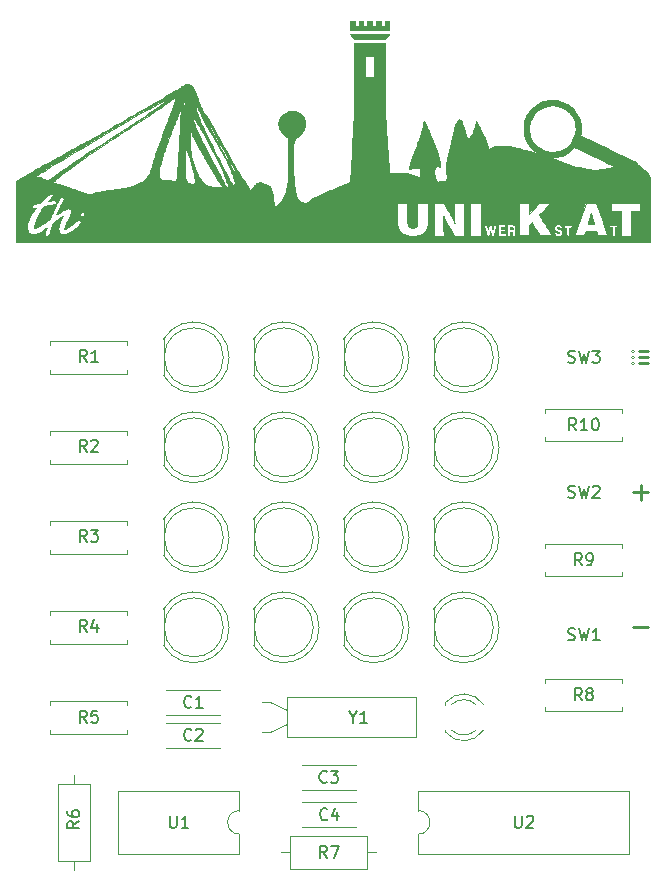
<source format=gto>
%TF.GenerationSoftware,KiCad,Pcbnew,5.1.8-5.1.8*%
%TF.CreationDate,2022-04-19T11:37:40+02:00*%
%TF.ProjectId,usb_binary_clk,7573625f-6269-46e6-9172-795f636c6b2e,rev?*%
%TF.SameCoordinates,Original*%
%TF.FileFunction,Legend,Top*%
%TF.FilePolarity,Positive*%
%FSLAX46Y46*%
G04 Gerber Fmt 4.6, Leading zero omitted, Abs format (unit mm)*
G04 Created by KiCad (PCBNEW 5.1.8-5.1.8) date 2022-04-19 11:37:40*
%MOMM*%
%LPD*%
G01*
G04 APERTURE LIST*
%ADD10C,0.240000*%
%ADD11C,0.120000*%
%ADD12C,0.010000*%
%ADD13C,0.150000*%
%ADD14C,1.800000*%
%ADD15R,1.800000X1.800000*%
%ADD16C,2.000000*%
%ADD17O,1.600000X1.600000*%
%ADD18C,1.600000*%
%ADD19C,1.000000*%
%ADD20R,1.600000X1.600000*%
G04 APERTURE END LIST*
D10*
X179959000Y-57658000D02*
X180721000Y-57658000D01*
X179959000Y-57150000D02*
X180721000Y-57150000D01*
X179959000Y-56642000D02*
X180721000Y-56642000D01*
D11*
X179578000Y-57658000D02*
G75*
G03*
X179578000Y-57658000I-127000J0D01*
G01*
X179578000Y-56642000D02*
G75*
G03*
X179578000Y-56642000I-127000J0D01*
G01*
X179578000Y-57150000D02*
G75*
G03*
X179578000Y-57150000I-127000J0D01*
G01*
D10*
X179451000Y-80010000D02*
X180721000Y-80010000D01*
X179451000Y-68580000D02*
X180721000Y-68580000D01*
X180086000Y-69215000D02*
X180086000Y-67945000D01*
D11*
X166141130Y-88709837D02*
G75*
G02*
X164059039Y-88710000I-1041130J1079837D01*
G01*
X166141130Y-86550163D02*
G75*
G03*
X164059039Y-86550000I-1041130J-1079837D01*
G01*
X166772335Y-88708608D02*
G75*
G02*
X163540000Y-88865516I-1672335J1078608D01*
G01*
X166772335Y-86551392D02*
G75*
G03*
X163540000Y-86394484I-1672335J-1078608D01*
G01*
X163540000Y-86394000D02*
X163540000Y-86550000D01*
X163540000Y-88710000D02*
X163540000Y-88866000D01*
D12*
G36*
X158423980Y-33476847D02*
G01*
X158424250Y-36416368D01*
X158607713Y-38980469D01*
X158624285Y-39211709D01*
X158640509Y-39437401D01*
X158656319Y-39656634D01*
X158671647Y-39868499D01*
X158686427Y-40072085D01*
X158700590Y-40266482D01*
X158714070Y-40450780D01*
X158726798Y-40624070D01*
X158738708Y-40785440D01*
X158749732Y-40933981D01*
X158759803Y-41068782D01*
X158768854Y-41188935D01*
X158776816Y-41293527D01*
X158783624Y-41381650D01*
X158789208Y-41452394D01*
X158793503Y-41504847D01*
X158796440Y-41538101D01*
X158797952Y-41551244D01*
X158798024Y-41551419D01*
X158809488Y-41552326D01*
X158840386Y-41552720D01*
X158888989Y-41552625D01*
X158953573Y-41552063D01*
X159032409Y-41551059D01*
X159123771Y-41549636D01*
X159225933Y-41547819D01*
X159337167Y-41545630D01*
X159455747Y-41543094D01*
X159534766Y-41541298D01*
X160264660Y-41524330D01*
X160801922Y-41703494D01*
X160903977Y-41737479D01*
X160999985Y-41769355D01*
X161088072Y-41798507D01*
X161166365Y-41824321D01*
X161232992Y-41846180D01*
X161286077Y-41863469D01*
X161323749Y-41875573D01*
X161344133Y-41881875D01*
X161347238Y-41882659D01*
X161349142Y-41872482D01*
X161350886Y-41843574D01*
X161352414Y-41798371D01*
X161353672Y-41739308D01*
X161354605Y-41668821D01*
X161355159Y-41589345D01*
X161355292Y-41524498D01*
X161355292Y-41166337D01*
X161283855Y-41138662D01*
X161181186Y-41106619D01*
X161080039Y-41091583D01*
X160976784Y-41093579D01*
X160867794Y-41112635D01*
X160767396Y-41142450D01*
X160716757Y-41160250D01*
X160671190Y-41176885D01*
X160635696Y-41190489D01*
X160615300Y-41199184D01*
X160565057Y-41217976D01*
X160525143Y-41219377D01*
X160496593Y-41203835D01*
X160480442Y-41171800D01*
X160477068Y-41139180D01*
X160479979Y-41094300D01*
X160488082Y-41031768D01*
X160500883Y-40954323D01*
X160517891Y-40864702D01*
X160538611Y-40765642D01*
X160562550Y-40659881D01*
X160566198Y-40644409D01*
X160578081Y-40595397D01*
X160590093Y-40548775D01*
X160602886Y-40502785D01*
X160617112Y-40455672D01*
X160633425Y-40405679D01*
X160652478Y-40351048D01*
X160674922Y-40290025D01*
X160701411Y-40220851D01*
X160732597Y-40141771D01*
X160769134Y-40051027D01*
X160811673Y-39946864D01*
X160860868Y-39827525D01*
X160917371Y-39691252D01*
X160945696Y-39623118D01*
X160985032Y-39527940D01*
X161025217Y-39429582D01*
X161064689Y-39331948D01*
X161101887Y-39238939D01*
X161135247Y-39154457D01*
X161163208Y-39082406D01*
X161180860Y-39035743D01*
X161275163Y-38770297D01*
X161366904Y-38489281D01*
X161454456Y-38198270D01*
X161536188Y-37902842D01*
X161610472Y-37608572D01*
X161657825Y-37403280D01*
X161674486Y-37329329D01*
X161690074Y-37262783D01*
X161703929Y-37206256D01*
X161715389Y-37162364D01*
X161723794Y-37133720D01*
X161728483Y-37122941D01*
X161728685Y-37122932D01*
X161736574Y-37133717D01*
X161751999Y-37162458D01*
X161774281Y-37207603D01*
X161802742Y-37267601D01*
X161836701Y-37340901D01*
X161875481Y-37425951D01*
X161918401Y-37521199D01*
X161964782Y-37625095D01*
X162013946Y-37736086D01*
X162065213Y-37852621D01*
X162117905Y-37973149D01*
X162171341Y-38096119D01*
X162224843Y-38219978D01*
X162277731Y-38343176D01*
X162329327Y-38464161D01*
X162378952Y-38581382D01*
X162425925Y-38693287D01*
X162469568Y-38798325D01*
X162509202Y-38894944D01*
X162544148Y-38981592D01*
X162561407Y-39025159D01*
X162654541Y-39266960D01*
X162740017Y-39498819D01*
X162817560Y-39719805D01*
X162886896Y-39928987D01*
X162947751Y-40125433D01*
X162999848Y-40308212D01*
X163042915Y-40476392D01*
X163076675Y-40629041D01*
X163100856Y-40765229D01*
X163115181Y-40884023D01*
X163117127Y-40909917D01*
X163119672Y-40963861D01*
X163117506Y-41001366D01*
X163108148Y-41023722D01*
X163089121Y-41032224D01*
X163057944Y-41028163D01*
X163012139Y-41012831D01*
X162959857Y-40991905D01*
X162885765Y-40967936D01*
X162822270Y-40961788D01*
X162768280Y-40973636D01*
X162722700Y-41003656D01*
X162696112Y-41034316D01*
X162661096Y-41097235D01*
X162634817Y-41176711D01*
X162617021Y-41273763D01*
X162607485Y-41388705D01*
X162605818Y-41495298D01*
X162611501Y-41594150D01*
X162625419Y-41693248D01*
X162648459Y-41800578D01*
X162656892Y-41834069D01*
X162674796Y-41894572D01*
X162699050Y-41964380D01*
X162727325Y-42037754D01*
X162757290Y-42108957D01*
X162786619Y-42172252D01*
X162812980Y-42221900D01*
X162817098Y-42228731D01*
X162838856Y-42263935D01*
X163198752Y-42261151D01*
X163558649Y-42258368D01*
X163605369Y-42142152D01*
X163630115Y-42075447D01*
X163647518Y-42014224D01*
X163657807Y-41954191D01*
X163661212Y-41891056D01*
X163657964Y-41820523D01*
X163648291Y-41738302D01*
X163632422Y-41640099D01*
X163632272Y-41639243D01*
X163608883Y-41483216D01*
X163595028Y-41332195D01*
X163590349Y-41178929D01*
X163594485Y-41016167D01*
X163598229Y-40951316D01*
X163606677Y-40840198D01*
X163617528Y-40731478D01*
X163631277Y-40622439D01*
X163648417Y-40510368D01*
X163669445Y-40392547D01*
X163694854Y-40266262D01*
X163705551Y-40217703D01*
X172460994Y-40217703D01*
X172472349Y-40223230D01*
X172501676Y-40235610D01*
X172547174Y-40254144D01*
X172607041Y-40278134D01*
X172679476Y-40306882D01*
X172762676Y-40339689D01*
X172854840Y-40375858D01*
X172954167Y-40414690D01*
X173058854Y-40455486D01*
X173167100Y-40497549D01*
X173277104Y-40540180D01*
X173387063Y-40582681D01*
X173495177Y-40624354D01*
X173599643Y-40664500D01*
X173698659Y-40702422D01*
X173790425Y-40737420D01*
X173873138Y-40768797D01*
X173944997Y-40795854D01*
X174004200Y-40817893D01*
X174048945Y-40834216D01*
X174076459Y-40843805D01*
X174329403Y-40921947D01*
X174601410Y-40995723D01*
X174890750Y-41064730D01*
X175195691Y-41128563D01*
X175514505Y-41186818D01*
X175621626Y-41204613D01*
X175718848Y-41220376D01*
X175798192Y-41233132D01*
X175862682Y-41243210D01*
X175915342Y-41250939D01*
X175959196Y-41256647D01*
X175997268Y-41260663D01*
X176032582Y-41263317D01*
X176068163Y-41264937D01*
X176107033Y-41265851D01*
X176152217Y-41266389D01*
X176193126Y-41266753D01*
X176318284Y-41264442D01*
X176463181Y-41255437D01*
X176600584Y-41242643D01*
X176690555Y-41232308D01*
X176792926Y-41219112D01*
X176899318Y-41204227D01*
X177001353Y-41188822D01*
X177087417Y-41174634D01*
X177168462Y-41160130D01*
X177254842Y-41143993D01*
X177344224Y-41126720D01*
X177434273Y-41108808D01*
X177522659Y-41090756D01*
X177607046Y-41073060D01*
X177685103Y-41056219D01*
X177754496Y-41040728D01*
X177812892Y-41027087D01*
X177857959Y-41015792D01*
X177887363Y-41007341D01*
X177898770Y-41002231D01*
X177898686Y-41001653D01*
X177888446Y-40996361D01*
X177860038Y-40982465D01*
X177814424Y-40960422D01*
X177752565Y-40930690D01*
X177675421Y-40893727D01*
X177583953Y-40849992D01*
X177479122Y-40799942D01*
X177361888Y-40744035D01*
X177233214Y-40682731D01*
X177094059Y-40616485D01*
X176945384Y-40545758D01*
X176788150Y-40471006D01*
X176623319Y-40392689D01*
X176451851Y-40311263D01*
X176274706Y-40227187D01*
X176171482Y-40178216D01*
X174452167Y-39362669D01*
X174356917Y-39461520D01*
X174190657Y-39619521D01*
X174013704Y-39759923D01*
X173827058Y-39882287D01*
X173631716Y-39986175D01*
X173428675Y-40071148D01*
X173218934Y-40136768D01*
X173003490Y-40182595D01*
X172783341Y-40208193D01*
X172645639Y-40213703D01*
X172585629Y-40214477D01*
X172533850Y-40215343D01*
X172493633Y-40216231D01*
X172468310Y-40217066D01*
X172460994Y-40217703D01*
X163705551Y-40217703D01*
X163725138Y-40128798D01*
X163760793Y-39977437D01*
X163802311Y-39809466D01*
X163815990Y-39755409D01*
X163837884Y-39668271D01*
X163863633Y-39564080D01*
X163892375Y-39446414D01*
X163923249Y-39318856D01*
X163955392Y-39184985D01*
X163987944Y-39048382D01*
X164020043Y-38912627D01*
X164050827Y-38781302D01*
X164064270Y-38723534D01*
X164102229Y-38560090D01*
X164135809Y-38415750D01*
X164165384Y-38288992D01*
X164191328Y-38178295D01*
X164214016Y-38082137D01*
X164233822Y-37998995D01*
X164251120Y-37927349D01*
X164266284Y-37865676D01*
X164279688Y-37812454D01*
X164291706Y-37766161D01*
X164302713Y-37725277D01*
X164313082Y-37688278D01*
X164323188Y-37653643D01*
X164333405Y-37619850D01*
X164343966Y-37585826D01*
X164392713Y-37440152D01*
X164441112Y-37315534D01*
X164489268Y-37211867D01*
X164537283Y-37129045D01*
X164585260Y-37066963D01*
X164633302Y-37025516D01*
X164681512Y-37004597D01*
X164729993Y-37004102D01*
X164778847Y-37023924D01*
X164828178Y-37063959D01*
X164840445Y-37076945D01*
X164864752Y-37106477D01*
X164888133Y-37140887D01*
X164911232Y-37181857D01*
X164934694Y-37231070D01*
X164959162Y-37290208D01*
X164985281Y-37360954D01*
X165013693Y-37444991D01*
X165045044Y-37544002D01*
X165079977Y-37659668D01*
X165119137Y-37793673D01*
X165132414Y-37839826D01*
X165164366Y-37948153D01*
X165197818Y-38055955D01*
X165231690Y-38160097D01*
X165264903Y-38257446D01*
X165296379Y-38344869D01*
X165325039Y-38419232D01*
X165349803Y-38477401D01*
X165357684Y-38494031D01*
X165401034Y-38582028D01*
X165444559Y-38574762D01*
X165520146Y-38551542D01*
X165593743Y-38507792D01*
X165664985Y-38444089D01*
X165733508Y-38361008D01*
X165798946Y-38259125D01*
X165860935Y-38139014D01*
X165919111Y-38001250D01*
X165973107Y-37846411D01*
X166022561Y-37675070D01*
X166027867Y-37654618D01*
X166046542Y-37577442D01*
X166065957Y-37489697D01*
X166084152Y-37400712D01*
X166099166Y-37319817D01*
X166102935Y-37297430D01*
X166112781Y-37239175D01*
X166121934Y-37188970D01*
X166129720Y-37150214D01*
X166135464Y-37126308D01*
X166138101Y-37120159D01*
X166143699Y-37129397D01*
X166157988Y-37156151D01*
X166180239Y-37198985D01*
X166209723Y-37256460D01*
X166245709Y-37327140D01*
X166287469Y-37409585D01*
X166334273Y-37502359D01*
X166385391Y-37604023D01*
X166440094Y-37713141D01*
X166497653Y-37828274D01*
X166512661Y-37858347D01*
X166880951Y-38596534D01*
X167048199Y-39099243D01*
X167215447Y-39601951D01*
X167231561Y-39564003D01*
X167265650Y-39509885D01*
X167320108Y-39459450D01*
X167394428Y-39412901D01*
X167488101Y-39370438D01*
X167600619Y-39332261D01*
X167731475Y-39298573D01*
X167880158Y-39269574D01*
X168032860Y-39247133D01*
X168132143Y-39236260D01*
X168231826Y-39229051D01*
X168333281Y-39225712D01*
X168437884Y-39226451D01*
X168547008Y-39231474D01*
X168662027Y-39240989D01*
X168784314Y-39255202D01*
X168915244Y-39274321D01*
X169056191Y-39298552D01*
X169208528Y-39328103D01*
X169373629Y-39363181D01*
X169552868Y-39403992D01*
X169747618Y-39450745D01*
X169959255Y-39503645D01*
X170189151Y-39562900D01*
X170271751Y-39584539D01*
X170382918Y-39613857D01*
X170498779Y-39644572D01*
X170615444Y-39675642D01*
X170729021Y-39706026D01*
X170835621Y-39734682D01*
X170931353Y-39760567D01*
X171012326Y-39782640D01*
X171044224Y-39791413D01*
X171118342Y-39811748D01*
X171185518Y-39829929D01*
X171243138Y-39845268D01*
X171288587Y-39857078D01*
X171319252Y-39864672D01*
X171332517Y-39867362D01*
X171332840Y-39867306D01*
X171325733Y-39860743D01*
X171304181Y-39845103D01*
X171271552Y-39822747D01*
X171232408Y-39796820D01*
X171101261Y-39702285D01*
X170970129Y-39590824D01*
X170842905Y-39466319D01*
X170723480Y-39332653D01*
X170615745Y-39193709D01*
X170587488Y-39153339D01*
X170471212Y-38964501D01*
X170373370Y-38766325D01*
X170294233Y-38560343D01*
X170234069Y-38348085D01*
X170193150Y-38131082D01*
X170171745Y-37910864D01*
X170171582Y-37888464D01*
X170624965Y-37888464D01*
X170644385Y-38087091D01*
X170680158Y-38268451D01*
X170736937Y-38454725D01*
X170813187Y-38635773D01*
X170907434Y-38809365D01*
X171018208Y-38973270D01*
X171144037Y-39125255D01*
X171283448Y-39263089D01*
X171398876Y-39357987D01*
X171546349Y-39460927D01*
X171695235Y-39547221D01*
X171848792Y-39618135D01*
X172010274Y-39674935D01*
X172182940Y-39718886D01*
X172370044Y-39751254D01*
X172430751Y-39759046D01*
X172476480Y-39762447D01*
X172536889Y-39764078D01*
X172605570Y-39764014D01*
X172676117Y-39762331D01*
X172742121Y-39759102D01*
X172793647Y-39754798D01*
X172998091Y-39722205D01*
X173195146Y-39670137D01*
X173383775Y-39599259D01*
X173562946Y-39510232D01*
X173731623Y-39403720D01*
X173888772Y-39280386D01*
X174033359Y-39140893D01*
X174164350Y-38985904D01*
X174280710Y-38816082D01*
X174295080Y-38792326D01*
X174387837Y-38618436D01*
X174460679Y-38440880D01*
X174514089Y-38257881D01*
X174548549Y-38067657D01*
X174564540Y-37868430D01*
X174565872Y-37792201D01*
X174556187Y-37584368D01*
X174526604Y-37383681D01*
X174477257Y-37190470D01*
X174408284Y-37005064D01*
X174319818Y-36827793D01*
X174211997Y-36658985D01*
X174084956Y-36498970D01*
X173992100Y-36399796D01*
X173846310Y-36265824D01*
X173694076Y-36150778D01*
X173532335Y-36052690D01*
X173358025Y-35969590D01*
X173266834Y-35933649D01*
X173086982Y-35877974D01*
X172899577Y-35840361D01*
X172707611Y-35820800D01*
X172514078Y-35819278D01*
X172321969Y-35835785D01*
X172134277Y-35870310D01*
X171953995Y-35922840D01*
X171910480Y-35938767D01*
X171720221Y-36022359D01*
X171542007Y-36122873D01*
X171376683Y-36239462D01*
X171225092Y-36371280D01*
X171088077Y-36517482D01*
X170966483Y-36677221D01*
X170861152Y-36849652D01*
X170772927Y-37033929D01*
X170743059Y-37109576D01*
X170684437Y-37297022D01*
X170645124Y-37490964D01*
X170625255Y-37688933D01*
X170624965Y-37888464D01*
X170171582Y-37888464D01*
X170170125Y-37688962D01*
X170188560Y-37466907D01*
X170227319Y-37246230D01*
X170240802Y-37189098D01*
X170303762Y-36979529D01*
X170386551Y-36776142D01*
X170488389Y-36580304D01*
X170608493Y-36393381D01*
X170746082Y-36216740D01*
X170879885Y-36072002D01*
X171047771Y-35918271D01*
X171225458Y-35783152D01*
X171413260Y-35666486D01*
X171611492Y-35568113D01*
X171820468Y-35487873D01*
X172040505Y-35425608D01*
X172229667Y-35387808D01*
X172297980Y-35379309D01*
X172382336Y-35373137D01*
X172477741Y-35369289D01*
X172579202Y-35367759D01*
X172681724Y-35368545D01*
X172780312Y-35371643D01*
X172869973Y-35377047D01*
X172945713Y-35384755D01*
X172970501Y-35388402D01*
X173197372Y-35435824D01*
X173414084Y-35501810D01*
X173620777Y-35586431D01*
X173817591Y-35689759D01*
X174004667Y-35811868D01*
X174182147Y-35952827D01*
X174315193Y-36077092D01*
X174469218Y-36245263D01*
X174604421Y-36423039D01*
X174721078Y-36610898D01*
X174819465Y-36809318D01*
X174899858Y-37018780D01*
X174944393Y-37167784D01*
X174988290Y-37370529D01*
X175014499Y-37580770D01*
X175022868Y-37794150D01*
X175013245Y-38006311D01*
X174985479Y-38212896D01*
X174981579Y-38233700D01*
X174972596Y-38283614D01*
X174966204Y-38325734D01*
X174962955Y-38355877D01*
X174963398Y-38369863D01*
X174963644Y-38370192D01*
X174973719Y-38375242D01*
X175002106Y-38388954D01*
X175047983Y-38410937D01*
X175110529Y-38440803D01*
X175188923Y-38478160D01*
X175282343Y-38522619D01*
X175389967Y-38573789D01*
X175510974Y-38631282D01*
X175644542Y-38694706D01*
X175789850Y-38763673D01*
X175946077Y-38837791D01*
X176112400Y-38916671D01*
X176287998Y-38999923D01*
X176472050Y-39087157D01*
X176663734Y-39177982D01*
X176862229Y-39272010D01*
X177066713Y-39368850D01*
X177276365Y-39468111D01*
X177314959Y-39486381D01*
X179659167Y-40596080D01*
X179892001Y-40824404D01*
X179962126Y-40892146D01*
X180038815Y-40964462D01*
X180117671Y-41037324D01*
X180194298Y-41106706D01*
X180264299Y-41168581D01*
X180316720Y-41213448D01*
X180374822Y-41262846D01*
X180430711Y-41311710D01*
X180481197Y-41357148D01*
X180523089Y-41396268D01*
X180553197Y-41426177D01*
X180561973Y-41435771D01*
X180609538Y-41496286D01*
X180661165Y-41572949D01*
X180717697Y-41667089D01*
X180779104Y-41778398D01*
X180839209Y-41891095D01*
X180839209Y-47417743D01*
X127181709Y-47417743D01*
X127181910Y-46073659D01*
X128108672Y-46073659D01*
X128108877Y-46148300D01*
X128110591Y-46206075D01*
X128114122Y-46251252D01*
X128119781Y-46288098D01*
X128126160Y-46314850D01*
X128164592Y-46420787D01*
X128217570Y-46511897D01*
X128285905Y-46589046D01*
X128370407Y-46653099D01*
X128471885Y-46704923D01*
X128502069Y-46716845D01*
X128589637Y-46738935D01*
X128687718Y-46744435D01*
X128794016Y-46733608D01*
X128906236Y-46706713D01*
X129022082Y-46664014D01*
X129041475Y-46655428D01*
X129117433Y-46617456D01*
X129205765Y-46567202D01*
X129303256Y-46506703D01*
X129406691Y-46437995D01*
X129512857Y-46363118D01*
X129575364Y-46316955D01*
X129630686Y-46275793D01*
X129680116Y-46239794D01*
X129721261Y-46210639D01*
X129751725Y-46190006D01*
X129769116Y-46179575D01*
X129772261Y-46178836D01*
X129769846Y-46190655D01*
X129761457Y-46219500D01*
X129748034Y-46262393D01*
X129730519Y-46316355D01*
X129709853Y-46378408D01*
X129699879Y-46407877D01*
X129670551Y-46496215D01*
X129648740Y-46567569D01*
X129634006Y-46624571D01*
X129625909Y-46669850D01*
X129624008Y-46706038D01*
X129627862Y-46735764D01*
X129637033Y-46761660D01*
X129639738Y-46767140D01*
X129675370Y-46815003D01*
X129722413Y-46847525D01*
X129776743Y-46863745D01*
X129834236Y-46862696D01*
X129890767Y-46843416D01*
X129911705Y-46830717D01*
X129937454Y-46810892D01*
X129958465Y-46788907D01*
X129976458Y-46761342D01*
X129993156Y-46724779D01*
X130010280Y-46675798D01*
X130029552Y-46610980D01*
X130038527Y-46578838D01*
X130060261Y-46502288D01*
X130083531Y-46425024D01*
X130109442Y-46343722D01*
X130139097Y-46255059D01*
X130173601Y-46155712D01*
X130214059Y-46042356D01*
X130246599Y-45952659D01*
X130319667Y-45752283D01*
X130520751Y-45602849D01*
X130622799Y-45527767D01*
X130729889Y-45450338D01*
X130837328Y-45373884D01*
X130940424Y-45301727D01*
X131034485Y-45237190D01*
X131086933Y-45201979D01*
X131116699Y-45183838D01*
X131138769Y-45173450D01*
X131148356Y-45173058D01*
X131145165Y-45185897D01*
X131134039Y-45213312D01*
X131116796Y-45251091D01*
X131098311Y-45288961D01*
X131061037Y-45364973D01*
X131021896Y-45447847D01*
X130982804Y-45533266D01*
X130945679Y-45616914D01*
X130912438Y-45694472D01*
X130884997Y-45761626D01*
X130865832Y-45812462D01*
X130822987Y-45950018D01*
X130793900Y-46078933D01*
X130778673Y-46197811D01*
X130777405Y-46305257D01*
X130790197Y-46399878D01*
X130817148Y-46480278D01*
X130817759Y-46481575D01*
X130862849Y-46553511D01*
X130925028Y-46618030D01*
X131000762Y-46672481D01*
X131086517Y-46714214D01*
X131156841Y-46735939D01*
X131212926Y-46745955D01*
X131266239Y-46747763D01*
X131322630Y-46740801D01*
X131387945Y-46724504D01*
X131437094Y-46708928D01*
X131593383Y-46646816D01*
X131752431Y-46564441D01*
X131913260Y-46462374D01*
X132074891Y-46341188D01*
X132096018Y-46323971D01*
X132153301Y-46275381D01*
X132215754Y-46219820D01*
X132281565Y-46159138D01*
X132348920Y-46095182D01*
X132416003Y-46029801D01*
X132481001Y-45964842D01*
X132542100Y-45902155D01*
X132597485Y-45843586D01*
X132645343Y-45790985D01*
X132683858Y-45746199D01*
X132711218Y-45711077D01*
X132725608Y-45687468D01*
X132727376Y-45680770D01*
X132717574Y-45651221D01*
X132690935Y-45621279D01*
X132651610Y-45593305D01*
X132603748Y-45569658D01*
X132551500Y-45552698D01*
X132499016Y-45544785D01*
X132487695Y-45544493D01*
X132458261Y-45546340D01*
X132428335Y-45552708D01*
X132395884Y-45564831D01*
X132358876Y-45583945D01*
X132315277Y-45611287D01*
X132263054Y-45648093D01*
X132200175Y-45695597D01*
X132124606Y-45755036D01*
X132072051Y-45797167D01*
X131976252Y-45872723D01*
X131880348Y-45945319D01*
X131786015Y-46013892D01*
X131694930Y-46077380D01*
X131608770Y-46134721D01*
X131529212Y-46184853D01*
X131457935Y-46226714D01*
X131396613Y-46259241D01*
X131346926Y-46281373D01*
X131310549Y-46292046D01*
X131291644Y-46291433D01*
X131279441Y-46277965D01*
X131276397Y-46250092D01*
X131282678Y-46207358D01*
X131298448Y-46149308D01*
X131323871Y-46075485D01*
X131359112Y-45985432D01*
X131404336Y-45878692D01*
X131459707Y-45754811D01*
X131525391Y-45613330D01*
X131570667Y-45518034D01*
X131634507Y-45383176D01*
X131690866Y-45261048D01*
X131739349Y-45152583D01*
X131779557Y-45058717D01*
X131785364Y-45044292D01*
X132595016Y-45044292D01*
X132604109Y-45095707D01*
X132627151Y-45142451D01*
X132661856Y-45181684D01*
X132705933Y-45210569D01*
X132757096Y-45226266D01*
X132813056Y-45225936D01*
X132851041Y-45215736D01*
X132901152Y-45186294D01*
X132938863Y-45143111D01*
X132962445Y-45090727D01*
X132970168Y-45033680D01*
X132960301Y-44976509D01*
X132950752Y-44954050D01*
X132914096Y-44902005D01*
X132868191Y-44867136D01*
X132816375Y-44849600D01*
X132761983Y-44849556D01*
X132708352Y-44867160D01*
X132658820Y-44902571D01*
X132627832Y-44938805D01*
X132602160Y-44991045D01*
X132595016Y-45044292D01*
X131785364Y-45044292D01*
X131811094Y-44980384D01*
X131833563Y-44918518D01*
X131846568Y-44874055D01*
X131848776Y-44862990D01*
X131852952Y-44783219D01*
X131839566Y-44711394D01*
X131810316Y-44649520D01*
X131766897Y-44599599D01*
X131711005Y-44563635D01*
X131644336Y-44543630D01*
X131576146Y-44540955D01*
X131531522Y-44549761D01*
X131470808Y-44570607D01*
X131394969Y-44602997D01*
X131304973Y-44646439D01*
X131201787Y-44700438D01*
X131086377Y-44764501D01*
X130959709Y-44838133D01*
X130822752Y-44920842D01*
X130776677Y-44949290D01*
X130722030Y-44982816D01*
X130673672Y-45011745D01*
X130634391Y-45034472D01*
X130606976Y-45049387D01*
X130594215Y-45054883D01*
X130593711Y-45054773D01*
X130595693Y-45042970D01*
X130606426Y-45014187D01*
X130625010Y-44970284D01*
X130650546Y-44913119D01*
X130682133Y-44844552D01*
X130718873Y-44766440D01*
X130759865Y-44680645D01*
X130804210Y-44589024D01*
X130851009Y-44493436D01*
X130899361Y-44395740D01*
X130948367Y-44297797D01*
X130997128Y-44201463D01*
X131044742Y-44108599D01*
X131090312Y-44021063D01*
X131132148Y-43942186D01*
X131171279Y-43867532D01*
X131199894Y-43808123D01*
X131218668Y-43761241D01*
X131228279Y-43724165D01*
X131229400Y-43694176D01*
X131222710Y-43668554D01*
X131208882Y-43644579D01*
X131206812Y-43641733D01*
X131162248Y-43596783D01*
X131110955Y-43571281D01*
X131055377Y-43565692D01*
X130997961Y-43580479D01*
X130968094Y-43596437D01*
X130950382Y-43609100D01*
X130932832Y-43625289D01*
X130914191Y-43646951D01*
X130893205Y-43676031D01*
X130868622Y-43714474D01*
X130839190Y-43764226D01*
X130803655Y-43827234D01*
X130760764Y-43905442D01*
X130717022Y-43986378D01*
X130663365Y-44088319D01*
X130604898Y-44203387D01*
X130543054Y-44328486D01*
X130479262Y-44460524D01*
X130414955Y-44596406D01*
X130351563Y-44733038D01*
X130290519Y-44867327D01*
X130233252Y-44996179D01*
X130181196Y-45116499D01*
X130135780Y-45225194D01*
X130098437Y-45319170D01*
X130089411Y-45342990D01*
X130063845Y-45411362D01*
X129890131Y-45531252D01*
X129712955Y-45652815D01*
X129551880Y-45761802D01*
X129406278Y-45858602D01*
X129275517Y-45943606D01*
X129158970Y-46017203D01*
X129056006Y-46079784D01*
X128965997Y-46131739D01*
X128888313Y-46173458D01*
X128822325Y-46205330D01*
X128767403Y-46227745D01*
X128764489Y-46228783D01*
X128736859Y-46237401D01*
X128721404Y-46237444D01*
X128710759Y-46228481D01*
X128708512Y-46225503D01*
X128698232Y-46196446D01*
X128695915Y-46149878D01*
X128701244Y-46087772D01*
X128713906Y-46012097D01*
X128733584Y-45924827D01*
X128759964Y-45827931D01*
X128784971Y-45747000D01*
X128850942Y-45566433D01*
X128934584Y-45376551D01*
X129035220Y-45178590D01*
X129152172Y-44973786D01*
X129284761Y-44763375D01*
X129432310Y-44548592D01*
X129474456Y-44490243D01*
X129515062Y-44435147D01*
X129545865Y-44395009D01*
X129569120Y-44367391D01*
X129587085Y-44349858D01*
X129602013Y-44339969D01*
X129616161Y-44335290D01*
X129618191Y-44334914D01*
X129638996Y-44331300D01*
X129676900Y-44324669D01*
X129728157Y-44315679D01*
X129789022Y-44304986D01*
X129855748Y-44293250D01*
X129869876Y-44290763D01*
X129995269Y-44268674D01*
X130101558Y-44249851D01*
X130190479Y-44233883D01*
X130263773Y-44220355D01*
X130323179Y-44208856D01*
X130370434Y-44198971D01*
X130407279Y-44190288D01*
X130435451Y-44182394D01*
X130456690Y-44174877D01*
X130472735Y-44167322D01*
X130485324Y-44159317D01*
X130496197Y-44150450D01*
X130507093Y-44140307D01*
X130508316Y-44139144D01*
X130547664Y-44090454D01*
X130566440Y-44039955D01*
X130564671Y-43989494D01*
X130542384Y-43940922D01*
X130504774Y-43900323D01*
X130483520Y-43883774D01*
X130462156Y-43871204D01*
X130438148Y-43862580D01*
X130408962Y-43857871D01*
X130372062Y-43857043D01*
X130324914Y-43860064D01*
X130264983Y-43866902D01*
X130189734Y-43877523D01*
X130096632Y-43891895D01*
X130077998Y-43894844D01*
X130026985Y-43902554D01*
X129983993Y-43908330D01*
X129953070Y-43911682D01*
X129938263Y-43912118D01*
X129937629Y-43911857D01*
X129943002Y-43902940D01*
X129960431Y-43880020D01*
X129988224Y-43845188D01*
X130024688Y-43800535D01*
X130068130Y-43748152D01*
X130116857Y-43690129D01*
X130123736Y-43681991D01*
X130182612Y-43612070D01*
X130228828Y-43556073D01*
X130263629Y-43511962D01*
X130288258Y-43477701D01*
X130303957Y-43451252D01*
X130311971Y-43430578D01*
X130313542Y-43413642D01*
X130309913Y-43398407D01*
X130304215Y-43386282D01*
X130285323Y-43367982D01*
X130251008Y-43349385D01*
X130206863Y-43332724D01*
X130158479Y-43320230D01*
X130126354Y-43315290D01*
X130086913Y-43312950D01*
X130055449Y-43317069D01*
X130021091Y-43329603D01*
X130004577Y-43337186D01*
X129953042Y-43364673D01*
X129899497Y-43399883D01*
X129841227Y-43444936D01*
X129775515Y-43501950D01*
X129699646Y-43573048D01*
X129687972Y-43584331D01*
X129658609Y-43613475D01*
X129620408Y-43652399D01*
X129575590Y-43698743D01*
X129526374Y-43750149D01*
X129474980Y-43804258D01*
X129423628Y-43858711D01*
X129374537Y-43911148D01*
X129329927Y-43959212D01*
X129292018Y-44000544D01*
X129263030Y-44032784D01*
X129245182Y-44053574D01*
X129240736Y-44059586D01*
X129230550Y-44062388D01*
X129202492Y-44069197D01*
X129159339Y-44079365D01*
X129103866Y-44092240D01*
X129038850Y-44107174D01*
X128980657Y-44120434D01*
X128905222Y-44137850D01*
X128832790Y-44155100D01*
X128767164Y-44171240D01*
X128712145Y-44185323D01*
X128671536Y-44196402D01*
X128654743Y-44201521D01*
X128589597Y-44231072D01*
X128542676Y-44269930D01*
X128514500Y-44317363D01*
X128505592Y-44372640D01*
X128509039Y-44405823D01*
X128523061Y-44437801D01*
X128550140Y-44471993D01*
X128583980Y-44502046D01*
X128618283Y-44521605D01*
X128626305Y-44524139D01*
X128648287Y-44525258D01*
X128684822Y-44522631D01*
X128729737Y-44516811D01*
X128754237Y-44512726D01*
X128797774Y-44505362D01*
X128832801Y-44500333D01*
X128854602Y-44498268D01*
X128859381Y-44498720D01*
X128854794Y-44508069D01*
X128839234Y-44530496D01*
X128815115Y-44562684D01*
X128784851Y-44601314D01*
X128783499Y-44603006D01*
X128694490Y-44717142D01*
X128615958Y-44824525D01*
X128544692Y-44930205D01*
X128477480Y-45039235D01*
X128411110Y-45156665D01*
X128342372Y-45287548D01*
X128319486Y-45332826D01*
X128250171Y-45479527D01*
X128194400Y-45616910D01*
X128150185Y-45750034D01*
X128136552Y-45798493D01*
X128126008Y-45840396D01*
X128118536Y-45878208D01*
X128113597Y-45917257D01*
X128110651Y-45962872D01*
X128109158Y-46020380D01*
X128108672Y-46073659D01*
X127181910Y-46073659D01*
X127182096Y-44838055D01*
X127182468Y-42356039D01*
X130255061Y-42356039D01*
X130266536Y-42359720D01*
X130295161Y-42366804D01*
X130337351Y-42376462D01*
X130389517Y-42387863D01*
X130427349Y-42395874D01*
X130500477Y-42411729D01*
X130581669Y-42430240D01*
X130661865Y-42449292D01*
X130732005Y-42466767D01*
X130743001Y-42469618D01*
X130810260Y-42488261D01*
X130895139Y-42513540D01*
X130995416Y-42544717D01*
X131108870Y-42581053D01*
X131233279Y-42621811D01*
X131366423Y-42666252D01*
X131506080Y-42713638D01*
X131650029Y-42763230D01*
X131796050Y-42814290D01*
X131941920Y-42866080D01*
X132018292Y-42893530D01*
X132125013Y-42931785D01*
X132240433Y-42972681D01*
X132359668Y-43014518D01*
X132477830Y-43055595D01*
X132590033Y-43094214D01*
X132691392Y-43128673D01*
X132765124Y-43153342D01*
X132855126Y-43183202D01*
X132927238Y-43207366D01*
X132983672Y-43226757D01*
X133026643Y-43242301D01*
X133058365Y-43254920D01*
X133081052Y-43265540D01*
X133096917Y-43275083D01*
X133108175Y-43284475D01*
X133117038Y-43294638D01*
X133123016Y-43302723D01*
X133145203Y-43328955D01*
X133163971Y-43338924D01*
X133175226Y-43338529D01*
X133193634Y-43336474D01*
X133228832Y-43333949D01*
X133276456Y-43331220D01*
X133332142Y-43328550D01*
X133358959Y-43327426D01*
X133420817Y-43324734D01*
X133468271Y-43321585D01*
X133507431Y-43316835D01*
X133544406Y-43309343D01*
X133585307Y-43297965D01*
X133636241Y-43281559D01*
X133676459Y-43268051D01*
X133808081Y-43226882D01*
X133956280Y-43186352D01*
X134116471Y-43147580D01*
X134284071Y-43111687D01*
X134426001Y-43084801D01*
X134489501Y-43073552D01*
X134546923Y-43063548D01*
X134600685Y-43054438D01*
X134653209Y-43045870D01*
X134706915Y-43037493D01*
X134764224Y-43028954D01*
X134827556Y-43019904D01*
X134899330Y-43009989D01*
X134981969Y-42998859D01*
X135077892Y-42986162D01*
X135189519Y-42971546D01*
X135319271Y-42954661D01*
X135345586Y-42951243D01*
X135531595Y-42926887D01*
X135698550Y-42904553D01*
X135848435Y-42883908D01*
X135983232Y-42864621D01*
X136104923Y-42846361D01*
X136215493Y-42828796D01*
X136316922Y-42811595D01*
X136411193Y-42794426D01*
X136500290Y-42776959D01*
X136586194Y-42758861D01*
X136670888Y-42739801D01*
X136756355Y-42719448D01*
X136806719Y-42707007D01*
X137030473Y-42645880D01*
X137235921Y-42578672D01*
X137425282Y-42504458D01*
X137600780Y-42422315D01*
X137764634Y-42331319D01*
X137867486Y-42265959D01*
X138027104Y-42148622D01*
X138168913Y-42021733D01*
X138293507Y-41884359D01*
X138401478Y-41735563D01*
X138493417Y-41574409D01*
X138511311Y-41533603D01*
X139267876Y-41533603D01*
X139275320Y-41661227D01*
X139297970Y-41774338D01*
X139336298Y-41873621D01*
X139390777Y-41959762D01*
X139461880Y-42033447D01*
X139550079Y-42095361D01*
X139655849Y-42146189D01*
X139702363Y-42163292D01*
X139771725Y-42186903D01*
X139809843Y-42151971D01*
X139841544Y-42126923D01*
X139875834Y-42108861D01*
X139914715Y-42097982D01*
X139960190Y-42094483D01*
X140014260Y-42098559D01*
X140078928Y-42110405D01*
X140156196Y-42130219D01*
X140248065Y-42158195D01*
X140356538Y-42194531D01*
X140400209Y-42209755D01*
X140476944Y-42235469D01*
X140537701Y-42252553D01*
X140585664Y-42261371D01*
X140624015Y-42262286D01*
X140655939Y-42255663D01*
X140684116Y-42242171D01*
X140714703Y-42213538D01*
X140741232Y-42170445D01*
X140760181Y-42119592D01*
X140766859Y-42084728D01*
X140781229Y-41955388D01*
X140794631Y-41831324D01*
X140807199Y-41710813D01*
X140819069Y-41592133D01*
X140830375Y-41473561D01*
X140841251Y-41353375D01*
X140851833Y-41229852D01*
X140855044Y-41190230D01*
X141522704Y-41190230D01*
X141522834Y-41333022D01*
X141523150Y-41459323D01*
X141523702Y-41570300D01*
X141524538Y-41667122D01*
X141525710Y-41750959D01*
X141527265Y-41822978D01*
X141529255Y-41884349D01*
X141531729Y-41936239D01*
X141534736Y-41979819D01*
X141538327Y-42016256D01*
X141542550Y-42046719D01*
X141547456Y-42072377D01*
X141553095Y-42094398D01*
X141559515Y-42113951D01*
X141566767Y-42132206D01*
X141574900Y-42150329D01*
X141583964Y-42169491D01*
X141587824Y-42177629D01*
X141630996Y-42250031D01*
X141686843Y-42309582D01*
X141757210Y-42357606D01*
X141843947Y-42395427D01*
X141924292Y-42418729D01*
X142020153Y-42436471D01*
X142106936Y-42441695D01*
X142182122Y-42434482D01*
X142243188Y-42414912D01*
X142255701Y-42408246D01*
X142302186Y-42372064D01*
X142329035Y-42329023D01*
X142337042Y-42281675D01*
X142335654Y-42261653D01*
X142331747Y-42223886D01*
X142325702Y-42171597D01*
X142317906Y-42108008D01*
X142308740Y-42036340D01*
X142299768Y-41968572D01*
X142251372Y-41658943D01*
X142188467Y-41339623D01*
X142112130Y-41015245D01*
X142023435Y-40690442D01*
X141940655Y-40422159D01*
X141915930Y-40348591D01*
X141885631Y-40262358D01*
X141851004Y-40166702D01*
X141813295Y-40064868D01*
X141773752Y-39960098D01*
X141733620Y-39855636D01*
X141694147Y-39754724D01*
X141656580Y-39660607D01*
X141622165Y-39576527D01*
X141592148Y-39505729D01*
X141567777Y-39451454D01*
X141566379Y-39448493D01*
X141523736Y-39358534D01*
X141522931Y-40651215D01*
X141522802Y-40850495D01*
X141522710Y-41029777D01*
X141522704Y-41190230D01*
X140855044Y-41190230D01*
X140862255Y-41101269D01*
X140872651Y-40965904D01*
X140883157Y-40822035D01*
X140893906Y-40667940D01*
X140905034Y-40501894D01*
X140916675Y-40322177D01*
X140928964Y-40127066D01*
X140942035Y-39914837D01*
X140956024Y-39683770D01*
X140960932Y-39601951D01*
X140967664Y-39487849D01*
X140974919Y-39361834D01*
X140982631Y-39225184D01*
X140990737Y-39079175D01*
X140999172Y-38925086D01*
X141007873Y-38764194D01*
X141016774Y-38597776D01*
X141025812Y-38427111D01*
X141034923Y-38253476D01*
X141041072Y-38135249D01*
X141884828Y-38135249D01*
X141885299Y-38218172D01*
X141886482Y-38310669D01*
X141888327Y-38409846D01*
X141890781Y-38512812D01*
X141893794Y-38616672D01*
X141897315Y-38718533D01*
X141901291Y-38815502D01*
X141904221Y-38876993D01*
X141924923Y-39190054D01*
X141954728Y-39496695D01*
X141993308Y-39795568D01*
X142040338Y-40085327D01*
X142095489Y-40364624D01*
X142158437Y-40632111D01*
X142228853Y-40886443D01*
X142306412Y-41126271D01*
X142390785Y-41350248D01*
X142481647Y-41557028D01*
X142578672Y-41745262D01*
X142615253Y-41808576D01*
X142731938Y-41987575D01*
X142857680Y-42148652D01*
X142992025Y-42291492D01*
X143134520Y-42415782D01*
X143284709Y-42521207D01*
X143442139Y-42607455D01*
X143606356Y-42674210D01*
X143776905Y-42721160D01*
X143953332Y-42747989D01*
X143977459Y-42750044D01*
X144046491Y-42755076D01*
X144101005Y-42758036D01*
X144147549Y-42758921D01*
X144192672Y-42757734D01*
X144242919Y-42754472D01*
X144294959Y-42750031D01*
X144355943Y-42743265D01*
X144427901Y-42733339D01*
X144501142Y-42721679D01*
X144556696Y-42711560D01*
X144696726Y-42684061D01*
X144624674Y-42603506D01*
X144558206Y-42524949D01*
X144483021Y-42428346D01*
X144399726Y-42314654D01*
X144308925Y-42184832D01*
X144211224Y-42039836D01*
X144107229Y-41880624D01*
X143997545Y-41708153D01*
X143882777Y-41523382D01*
X143763530Y-41327267D01*
X143640411Y-41120766D01*
X143514024Y-40904837D01*
X143384976Y-40680437D01*
X143253871Y-40448524D01*
X143191875Y-40337493D01*
X143138520Y-40240930D01*
X143076673Y-40127911D01*
X143007579Y-40000774D01*
X142932485Y-39861856D01*
X142852633Y-39713496D01*
X142769270Y-39558032D01*
X142683640Y-39397801D01*
X142596988Y-39235142D01*
X142510559Y-39072393D01*
X142425598Y-38911892D01*
X142343350Y-38755977D01*
X142265059Y-38606985D01*
X142191971Y-38467256D01*
X142125331Y-38339127D01*
X142066382Y-38224936D01*
X142048990Y-38191023D01*
X141895588Y-37891345D01*
X141888202Y-37972856D01*
X141886228Y-38009698D01*
X141885120Y-38064793D01*
X141884828Y-38135249D01*
X141041072Y-38135249D01*
X141044042Y-38078148D01*
X141053105Y-37902405D01*
X141062047Y-37727525D01*
X141070805Y-37554785D01*
X141079315Y-37385463D01*
X141087511Y-37220836D01*
X141095330Y-37062182D01*
X141102708Y-36910779D01*
X141109579Y-36767904D01*
X141115881Y-36634835D01*
X141120228Y-36541278D01*
X142044563Y-36541278D01*
X142045737Y-36552605D01*
X142052034Y-36581353D01*
X142062664Y-36624615D01*
X142076839Y-36679487D01*
X142093770Y-36743063D01*
X142112667Y-36812440D01*
X142132742Y-36884712D01*
X142153206Y-36956973D01*
X142173269Y-37026320D01*
X142192143Y-37089848D01*
X142204587Y-37130465D01*
X142259159Y-37300449D01*
X142316041Y-37466861D01*
X142376492Y-37632877D01*
X142441769Y-37801669D01*
X142513128Y-37976413D01*
X142591825Y-38160283D01*
X142679119Y-38356451D01*
X142759997Y-38533034D01*
X142818210Y-38657399D01*
X142878285Y-38783001D01*
X142941002Y-38911329D01*
X143007142Y-39043876D01*
X143077485Y-39182129D01*
X143152812Y-39327581D01*
X143233903Y-39481721D01*
X143321540Y-39646039D01*
X143416501Y-39822026D01*
X143519568Y-40011172D01*
X143631522Y-40214967D01*
X143753142Y-40434901D01*
X143804819Y-40527993D01*
X143922060Y-40739214D01*
X144029554Y-40933390D01*
X144128026Y-41111872D01*
X144218199Y-41276012D01*
X144300796Y-41427159D01*
X144376542Y-41566665D01*
X144446161Y-41695880D01*
X144510375Y-41816156D01*
X144569908Y-41928843D01*
X144625486Y-42035293D01*
X144677830Y-42136855D01*
X144727665Y-42234882D01*
X144775714Y-42330724D01*
X144822702Y-42425731D01*
X144835629Y-42452084D01*
X145018579Y-42825718D01*
X145156008Y-42688289D01*
X145104755Y-42510370D01*
X145061528Y-42367313D01*
X145010448Y-42210336D01*
X144953226Y-42044402D01*
X144891573Y-41874472D01*
X144827203Y-41705509D01*
X144826122Y-41702743D01*
X144729493Y-41463939D01*
X144620328Y-41209611D01*
X144499186Y-40940861D01*
X144366628Y-40658793D01*
X144223215Y-40364510D01*
X144069507Y-40059114D01*
X143906064Y-39743710D01*
X143733448Y-39419399D01*
X143552218Y-39087285D01*
X143362935Y-38748472D01*
X143166160Y-38404062D01*
X143038057Y-38183784D01*
X143000349Y-38119673D01*
X142955949Y-38044678D01*
X142905761Y-37960298D01*
X142850692Y-37868032D01*
X142791650Y-37769380D01*
X142729541Y-37665839D01*
X142665270Y-37558909D01*
X142599746Y-37450087D01*
X142533873Y-37340874D01*
X142468560Y-37232768D01*
X142404711Y-37127266D01*
X142343235Y-37025870D01*
X142285037Y-36930076D01*
X142231024Y-36841384D01*
X142182103Y-36761292D01*
X142139180Y-36691300D01*
X142103161Y-36632905D01*
X142074954Y-36587608D01*
X142055464Y-36556906D01*
X142045598Y-36542298D01*
X142044563Y-36541278D01*
X141120228Y-36541278D01*
X141121549Y-36512849D01*
X141126518Y-36403224D01*
X141130724Y-36307237D01*
X141134104Y-36226167D01*
X141136592Y-36161291D01*
X141138125Y-36113886D01*
X141138638Y-36085230D01*
X141138207Y-36076546D01*
X141133226Y-36084976D01*
X141120985Y-36111584D01*
X141102084Y-36154895D01*
X141077125Y-36213432D01*
X141046710Y-36285723D01*
X141011440Y-36370290D01*
X140971917Y-36465661D01*
X140928741Y-36570359D01*
X140882515Y-36682910D01*
X140833839Y-36801838D01*
X140783316Y-36925670D01*
X140731546Y-37052929D01*
X140679131Y-37182141D01*
X140626673Y-37311831D01*
X140574773Y-37440524D01*
X140524032Y-37566745D01*
X140475052Y-37689019D01*
X140428434Y-37805871D01*
X140384780Y-37915826D01*
X140344691Y-38017410D01*
X140308769Y-38109147D01*
X140296207Y-38141451D01*
X140216727Y-38346946D01*
X140144413Y-38535435D01*
X140078371Y-38709487D01*
X140017706Y-38871667D01*
X139961523Y-39024543D01*
X139908928Y-39170681D01*
X139859026Y-39312647D01*
X139810921Y-39453009D01*
X139763721Y-39594333D01*
X139716529Y-39739186D01*
X139668450Y-39890135D01*
X139618592Y-40049746D01*
X139566057Y-40220586D01*
X139528864Y-40342784D01*
X139475573Y-40520821D01*
X139429308Y-40680699D01*
X139389704Y-40824094D01*
X139356392Y-40952681D01*
X139329007Y-41068134D01*
X139307180Y-41172129D01*
X139290545Y-41266340D01*
X139278734Y-41352442D01*
X139271382Y-41432110D01*
X139268119Y-41507020D01*
X139267876Y-41533603D01*
X138511311Y-41533603D01*
X138569919Y-41399961D01*
X138631574Y-41211285D01*
X138678977Y-41007442D01*
X138685029Y-40974749D01*
X138698748Y-40910144D01*
X138720016Y-40826797D01*
X138748527Y-40725617D01*
X138783973Y-40607517D01*
X138826049Y-40473407D01*
X138874448Y-40324200D01*
X138928863Y-40160806D01*
X138988988Y-39984138D01*
X139054515Y-39795105D01*
X139125139Y-39594621D01*
X139200552Y-39383596D01*
X139280449Y-39162941D01*
X139364522Y-38933569D01*
X139442351Y-38723534D01*
X139546611Y-38443462D01*
X139643740Y-38182316D01*
X139734058Y-37939207D01*
X139817882Y-37713247D01*
X139895529Y-37503548D01*
X139967317Y-37309222D01*
X140033563Y-37129381D01*
X140094586Y-36963137D01*
X140150704Y-36809602D01*
X140202233Y-36667888D01*
X140249491Y-36537108D01*
X140292797Y-36416372D01*
X140332467Y-36304793D01*
X140368820Y-36201483D01*
X140402174Y-36105554D01*
X140432845Y-36016118D01*
X140461152Y-35932286D01*
X140487412Y-35853171D01*
X140511943Y-35777885D01*
X140535062Y-35705540D01*
X140557088Y-35635248D01*
X140560970Y-35622618D01*
X141368990Y-35622618D01*
X141370296Y-35721752D01*
X141374180Y-35803041D01*
X141381091Y-35869699D01*
X141391475Y-35924937D01*
X141405782Y-35971971D01*
X141423197Y-36011555D01*
X141443454Y-36033794D01*
X141469565Y-36041027D01*
X141494208Y-36031833D01*
X141499617Y-36026401D01*
X141502932Y-36015604D01*
X141503584Y-35993017D01*
X141501423Y-35956727D01*
X141496301Y-35904819D01*
X141494979Y-35893663D01*
X142397485Y-35893663D01*
X142403458Y-35985855D01*
X142409504Y-36041956D01*
X142421109Y-36106071D01*
X142438672Y-36179361D01*
X142462594Y-36262991D01*
X142493273Y-36358123D01*
X142531111Y-36465921D01*
X142576507Y-36587547D01*
X142629860Y-36724165D01*
X142691571Y-36876939D01*
X142762040Y-37047030D01*
X142796201Y-37128315D01*
X142894272Y-37357154D01*
X143002515Y-37602964D01*
X143120338Y-37864490D01*
X143247147Y-38140480D01*
X143382350Y-38429679D01*
X143525353Y-38730835D01*
X143675563Y-39042693D01*
X143832387Y-39364000D01*
X143995232Y-39693502D01*
X144163504Y-40029945D01*
X144251931Y-40205201D01*
X144342575Y-40383670D01*
X144433825Y-40562075D01*
X144525076Y-40739293D01*
X144615725Y-40914199D01*
X144705165Y-41085670D01*
X144792793Y-41252582D01*
X144878003Y-41413810D01*
X144960192Y-41568232D01*
X145038754Y-41714722D01*
X145113085Y-41852157D01*
X145182581Y-41979412D01*
X145246636Y-42095365D01*
X145304646Y-42198891D01*
X145356007Y-42288867D01*
X145400113Y-42364167D01*
X145436361Y-42423669D01*
X145464145Y-42466248D01*
X145479232Y-42486603D01*
X145527917Y-42545504D01*
X145617876Y-42509507D01*
X145658748Y-42492573D01*
X145692305Y-42477596D01*
X145713503Y-42466876D01*
X145717733Y-42463989D01*
X145719498Y-42449817D01*
X145715920Y-42418032D01*
X145707632Y-42371328D01*
X145695267Y-42312399D01*
X145679456Y-42243939D01*
X145669937Y-42205451D01*
X146210542Y-42205451D01*
X146215834Y-42210743D01*
X146221126Y-42205451D01*
X146215834Y-42200159D01*
X146210542Y-42205451D01*
X145669937Y-42205451D01*
X145660832Y-42168641D01*
X145640028Y-42089200D01*
X145617676Y-42008307D01*
X145594407Y-41928658D01*
X145584220Y-41895274D01*
X145537291Y-41750065D01*
X145485261Y-41601570D01*
X145427643Y-41448805D01*
X145363950Y-41290785D01*
X145293695Y-41126528D01*
X145216392Y-40955047D01*
X145131553Y-40775360D01*
X145038692Y-40586481D01*
X144937323Y-40387427D01*
X144826957Y-40177214D01*
X144707109Y-39954857D01*
X144577291Y-39719371D01*
X144437016Y-39469773D01*
X144285799Y-39205079D01*
X144123151Y-38924304D01*
X144067802Y-38829517D01*
X143914107Y-38566002D01*
X143771200Y-38319294D01*
X143638515Y-38088335D01*
X143515488Y-37872069D01*
X143401552Y-37669438D01*
X143296143Y-37479385D01*
X143198694Y-37300852D01*
X143108641Y-37132782D01*
X143025418Y-36974118D01*
X142948459Y-36823803D01*
X142877200Y-36680779D01*
X142811075Y-36543990D01*
X142749518Y-36412377D01*
X142691964Y-36284883D01*
X142637847Y-36160452D01*
X142627794Y-36136803D01*
X142611649Y-36098868D01*
X142799788Y-36098868D01*
X142801987Y-36105432D01*
X142812829Y-36128808D01*
X142831309Y-36166963D01*
X142856428Y-36217865D01*
X142887182Y-36279484D01*
X142922570Y-36349787D01*
X142959004Y-36421659D01*
X143009935Y-36521846D01*
X143069265Y-36638613D01*
X143135826Y-36769659D01*
X143208449Y-36912682D01*
X143285967Y-37065381D01*
X143367212Y-37225455D01*
X143451017Y-37390601D01*
X143536213Y-37558519D01*
X143621634Y-37726907D01*
X143706110Y-37893463D01*
X143788476Y-38055886D01*
X143867562Y-38211875D01*
X143942201Y-38359128D01*
X144011225Y-38495343D01*
X144057125Y-38585951D01*
X144271468Y-39003512D01*
X144483742Y-39405792D01*
X144693607Y-39792215D01*
X144900727Y-40162207D01*
X145104761Y-40515195D01*
X145305374Y-40850604D01*
X145502225Y-41167859D01*
X145694976Y-41466388D01*
X145883290Y-41745615D01*
X146066828Y-42004967D01*
X146091468Y-42038763D01*
X146127396Y-42087464D01*
X146159046Y-42129619D01*
X146184316Y-42162490D01*
X146201109Y-42183341D01*
X146207193Y-42189576D01*
X146205543Y-42181429D01*
X146195431Y-42160614D01*
X146186510Y-42144597D01*
X146177302Y-42128215D01*
X146158765Y-42094819D01*
X146131751Y-42045952D01*
X146097108Y-41983158D01*
X146055688Y-41907980D01*
X146008341Y-41821962D01*
X145955916Y-41726649D01*
X145899264Y-41623584D01*
X145839234Y-41514312D01*
X145776678Y-41400375D01*
X145771277Y-41390534D01*
X145696292Y-41254105D01*
X145613142Y-41103155D01*
X145524010Y-40941629D01*
X145431080Y-40773472D01*
X145336534Y-40602628D01*
X145242556Y-40433041D01*
X145151328Y-40268657D01*
X145065034Y-40113418D01*
X144985856Y-39971271D01*
X144974661Y-39951201D01*
X144922295Y-39857450D01*
X144863201Y-39751850D01*
X144797952Y-39635414D01*
X144727122Y-39509158D01*
X144651284Y-39374099D01*
X144571011Y-39231250D01*
X144486876Y-39081629D01*
X144399453Y-38926250D01*
X144309315Y-38766128D01*
X144217036Y-38602279D01*
X144123188Y-38435719D01*
X144028344Y-38267463D01*
X143933079Y-38098526D01*
X143837966Y-37929924D01*
X143743577Y-37762673D01*
X143650486Y-37597787D01*
X143559266Y-37436282D01*
X143470490Y-37279174D01*
X143384733Y-37127477D01*
X143302566Y-36982209D01*
X143224564Y-36844383D01*
X143151299Y-36715015D01*
X143083346Y-36595122D01*
X143021276Y-36485717D01*
X142965664Y-36387817D01*
X142917083Y-36302438D01*
X142876105Y-36230594D01*
X142843305Y-36173301D01*
X142819255Y-36131574D01*
X142804530Y-36106429D01*
X142799788Y-36098868D01*
X142611649Y-36098868D01*
X142602640Y-36077701D01*
X142781542Y-36077701D01*
X142786834Y-36082993D01*
X142792126Y-36077701D01*
X142786834Y-36072409D01*
X142781542Y-36077701D01*
X142602640Y-36077701D01*
X142598577Y-36068157D01*
X142593499Y-36056534D01*
X142770959Y-36056534D01*
X142776251Y-36061826D01*
X142781542Y-36056534D01*
X142776251Y-36051243D01*
X142770959Y-36056534D01*
X142593499Y-36056534D01*
X142584250Y-36035368D01*
X142760376Y-36035368D01*
X142765667Y-36040659D01*
X142770959Y-36035368D01*
X142765667Y-36030076D01*
X142760376Y-36035368D01*
X142584250Y-36035368D01*
X142575904Y-36016270D01*
X142558201Y-35978357D01*
X142543892Y-35951630D01*
X142531401Y-35933303D01*
X142519154Y-35920588D01*
X142505574Y-35910698D01*
X142497028Y-35905490D01*
X142459777Y-35888095D01*
X142430175Y-35885665D01*
X142425386Y-35886660D01*
X142397485Y-35893663D01*
X141494979Y-35893663D01*
X141488070Y-35835381D01*
X141479648Y-35769755D01*
X141463988Y-35655011D01*
X141449733Y-35560489D01*
X141436708Y-35485302D01*
X141424737Y-35428565D01*
X141413646Y-35389392D01*
X141403261Y-35366897D01*
X141399268Y-35362372D01*
X141389865Y-35358801D01*
X141382479Y-35366585D01*
X141376916Y-35387388D01*
X141372981Y-35422875D01*
X141370481Y-35474710D01*
X141369223Y-35544559D01*
X141368990Y-35622618D01*
X140560970Y-35622618D01*
X140578339Y-35566120D01*
X140599130Y-35497269D01*
X140612126Y-35453672D01*
X140635182Y-35375682D01*
X140656056Y-35304520D01*
X140674042Y-35242638D01*
X140688435Y-35192482D01*
X140698528Y-35156504D01*
X140703617Y-35137151D01*
X140704069Y-35134478D01*
X140695215Y-35139959D01*
X140670323Y-35156476D01*
X140630796Y-35183071D01*
X140578040Y-35218790D01*
X140513458Y-35262677D01*
X140438455Y-35313778D01*
X140354436Y-35371136D01*
X140262804Y-35433796D01*
X140164966Y-35500803D01*
X140093376Y-35549894D01*
X139960086Y-35641102D01*
X139824116Y-35733656D01*
X139684544Y-35828165D01*
X139540447Y-35925236D01*
X139390902Y-36025475D01*
X139234988Y-36129491D01*
X139071781Y-36237891D01*
X138900361Y-36351282D01*
X138719803Y-36470271D01*
X138529186Y-36595465D01*
X138327588Y-36727473D01*
X138114086Y-36866901D01*
X137887758Y-37014357D01*
X137647681Y-37170448D01*
X137392934Y-37335782D01*
X137122593Y-37510965D01*
X136835737Y-37696606D01*
X136696126Y-37786880D01*
X136331442Y-38022942D01*
X135984044Y-38248475D01*
X135653162Y-38464001D01*
X135338029Y-38670042D01*
X135037877Y-38867121D01*
X134751940Y-39055760D01*
X134479449Y-39236484D01*
X134219637Y-39409813D01*
X133971736Y-39576270D01*
X133734979Y-39736379D01*
X133508598Y-39890662D01*
X133291825Y-40039641D01*
X133083894Y-40183839D01*
X132884036Y-40323779D01*
X132691483Y-40459983D01*
X132505469Y-40592974D01*
X132325225Y-40723275D01*
X132149985Y-40851408D01*
X131978979Y-40977896D01*
X131811442Y-41103262D01*
X131684917Y-41198903D01*
X131596896Y-41266128D01*
X131502957Y-41338604D01*
X131404400Y-41415279D01*
X131302523Y-41495100D01*
X131198626Y-41577017D01*
X131094009Y-41659978D01*
X130989971Y-41742931D01*
X130887811Y-41824825D01*
X130788829Y-41904607D01*
X130694325Y-41981228D01*
X130605597Y-42053635D01*
X130523945Y-42120775D01*
X130450668Y-42181599D01*
X130387066Y-42235054D01*
X130334439Y-42280089D01*
X130294085Y-42315652D01*
X130267305Y-42340692D01*
X130255397Y-42354156D01*
X130255061Y-42356039D01*
X127182468Y-42356039D01*
X127182483Y-42258368D01*
X127797755Y-41872637D01*
X128712398Y-41872637D01*
X128717613Y-41874219D01*
X128739337Y-41871436D01*
X128773505Y-41864890D01*
X128791773Y-41860896D01*
X128867906Y-41848138D01*
X128950841Y-41841722D01*
X129033340Y-41841726D01*
X129108165Y-41848231D01*
X129153057Y-41856939D01*
X129216829Y-41878098D01*
X129291937Y-41911682D01*
X129379824Y-41958395D01*
X129467709Y-42010202D01*
X129549119Y-42057081D01*
X129620589Y-42091173D01*
X129687482Y-42114312D01*
X129755165Y-42128329D01*
X129829001Y-42135060D01*
X129833740Y-42135272D01*
X129842789Y-42133694D01*
X129857112Y-42127901D01*
X129877828Y-42117164D01*
X129906059Y-42100758D01*
X129942924Y-42077954D01*
X129989544Y-42048027D01*
X130047040Y-42010248D01*
X130116531Y-41963892D01*
X130199139Y-41908231D01*
X130295984Y-41842538D01*
X130408186Y-41766086D01*
X130511073Y-41695790D01*
X130659273Y-41594641D01*
X130807708Y-41493745D01*
X130957424Y-41392413D01*
X131109468Y-41289956D01*
X131264883Y-41185684D01*
X131424717Y-41078908D01*
X131590014Y-40968939D01*
X131761820Y-40855087D01*
X131941180Y-40736663D01*
X132129140Y-40612978D01*
X132326746Y-40483343D01*
X132535042Y-40347068D01*
X132755076Y-40203463D01*
X132987891Y-40051841D01*
X133234534Y-39891511D01*
X133496051Y-39721783D01*
X133773486Y-39541970D01*
X134023834Y-39379886D01*
X134345908Y-39171394D01*
X134650956Y-38973788D01*
X134939776Y-38786539D01*
X135213166Y-38609119D01*
X135471924Y-38440998D01*
X135716849Y-38281648D01*
X135948739Y-38130540D01*
X136168393Y-37987144D01*
X136376609Y-37850934D01*
X136574185Y-37721378D01*
X136761919Y-37597949D01*
X136940611Y-37480118D01*
X137111057Y-37367356D01*
X137274058Y-37259134D01*
X137430410Y-37154923D01*
X137580913Y-37054195D01*
X137726364Y-36956420D01*
X137867562Y-36861070D01*
X138005306Y-36767615D01*
X138140393Y-36675528D01*
X138273622Y-36584279D01*
X138405792Y-36493340D01*
X138537701Y-36402181D01*
X138670147Y-36310274D01*
X138803928Y-36217090D01*
X138902751Y-36148052D01*
X138985299Y-36090072D01*
X139077098Y-36025156D01*
X139176801Y-35954283D01*
X139283062Y-35878432D01*
X139394536Y-35798582D01*
X139509876Y-35715711D01*
X139627736Y-35630799D01*
X139746770Y-35544823D01*
X139865633Y-35458764D01*
X139982978Y-35373600D01*
X140097460Y-35290310D01*
X140207731Y-35209873D01*
X140312448Y-35133267D01*
X140410262Y-35061471D01*
X140411754Y-35060371D01*
X141474675Y-35060371D01*
X141478983Y-35099748D01*
X141491508Y-35149032D01*
X141510898Y-35204110D01*
X141535806Y-35260867D01*
X141564881Y-35315190D01*
X141579535Y-35338609D01*
X141600480Y-35369766D01*
X141616302Y-35392314D01*
X141624024Y-35402029D01*
X141624309Y-35402109D01*
X141623365Y-35391670D01*
X141619376Y-35365612D01*
X141613151Y-35329126D01*
X141611701Y-35320993D01*
X141593855Y-35236681D01*
X141572803Y-35162701D01*
X141549602Y-35101912D01*
X141525308Y-35057176D01*
X141507692Y-35036911D01*
X141629487Y-35036911D01*
X141643526Y-35060419D01*
X141646480Y-35062843D01*
X141667089Y-35075549D01*
X141678882Y-35072582D01*
X141685035Y-35060835D01*
X141689822Y-35038017D01*
X141691459Y-35013210D01*
X141687543Y-34989876D01*
X141674085Y-34982368D01*
X141672409Y-34982326D01*
X141646216Y-34990759D01*
X141631146Y-35011322D01*
X141629487Y-35036911D01*
X141507692Y-35036911D01*
X141506217Y-35035215D01*
X141491052Y-35026110D01*
X141481216Y-35033016D01*
X141479933Y-35035015D01*
X141474675Y-35060371D01*
X140411754Y-35060371D01*
X140499828Y-34995465D01*
X140579801Y-34936227D01*
X140648835Y-34884736D01*
X140705582Y-34841971D01*
X140748698Y-34808910D01*
X140776836Y-34786534D01*
X140786584Y-34778059D01*
X140784516Y-34776894D01*
X140768042Y-34784644D01*
X140749542Y-34794708D01*
X140715870Y-34813713D01*
X140673956Y-34837394D01*
X140623075Y-34866160D01*
X140562506Y-34900421D01*
X140491524Y-34940586D01*
X140409407Y-34987065D01*
X140315431Y-35040267D01*
X140208873Y-35100601D01*
X140089011Y-35168478D01*
X139955120Y-35244306D01*
X139806478Y-35328496D01*
X139642361Y-35421456D01*
X139462046Y-35523596D01*
X139264811Y-35635325D01*
X139049931Y-35757054D01*
X139035042Y-35765489D01*
X138460093Y-36091965D01*
X137882999Y-36421169D01*
X137305005Y-36752365D01*
X136727355Y-37084820D01*
X136151296Y-37417801D01*
X135578072Y-37750573D01*
X135008928Y-38082403D01*
X134445109Y-38412558D01*
X133887861Y-38740303D01*
X133338429Y-39064905D01*
X132798057Y-39385629D01*
X132267991Y-39701744D01*
X131749476Y-40012514D01*
X131243758Y-40317205D01*
X130752080Y-40615086D01*
X130275689Y-40905420D01*
X129815829Y-41187475D01*
X129435959Y-41421972D01*
X129324040Y-41491309D01*
X129217278Y-41557515D01*
X129117047Y-41619732D01*
X129024723Y-41677103D01*
X128941684Y-41728771D01*
X128869304Y-41773879D01*
X128808959Y-41811569D01*
X128762027Y-41840986D01*
X128729881Y-41861271D01*
X128713900Y-41871568D01*
X128712398Y-41872637D01*
X127797755Y-41872637D01*
X127910691Y-41801835D01*
X128044596Y-41717931D01*
X128162968Y-41643919D01*
X128268184Y-41578410D01*
X128362619Y-41520013D01*
X128448650Y-41467337D01*
X128528652Y-41418993D01*
X128605002Y-41373591D01*
X128680076Y-41329740D01*
X128756250Y-41286050D01*
X128835900Y-41241130D01*
X128921403Y-41193591D01*
X129015134Y-41142043D01*
X129119469Y-41085094D01*
X129236785Y-41021356D01*
X129344062Y-40963197D01*
X129499185Y-40879014D01*
X129671195Y-40785434D01*
X129858500Y-40683335D01*
X130059506Y-40573592D01*
X130272623Y-40457081D01*
X130496257Y-40334679D01*
X130728815Y-40207263D01*
X130968705Y-40075707D01*
X131214336Y-39940889D01*
X131464113Y-39803684D01*
X131716445Y-39664969D01*
X131969739Y-39525620D01*
X132222402Y-39386513D01*
X132472843Y-39248525D01*
X132719468Y-39112531D01*
X132960685Y-38979408D01*
X133194902Y-38850032D01*
X133420526Y-38725280D01*
X133635964Y-38606026D01*
X133839624Y-38493149D01*
X134029914Y-38387523D01*
X134205241Y-38290025D01*
X134364012Y-38201532D01*
X134404834Y-38178738D01*
X134803385Y-37955670D01*
X135204107Y-37730540D01*
X135604850Y-37504572D01*
X136003465Y-37278993D01*
X136397799Y-37055026D01*
X136785704Y-36833898D01*
X137165029Y-36616834D01*
X137533624Y-36405058D01*
X137889337Y-36199796D01*
X138230020Y-36002273D01*
X138465670Y-35865028D01*
X138600336Y-35786244D01*
X138741904Y-35703066D01*
X138889189Y-35616207D01*
X139041004Y-35526385D01*
X139196162Y-35434314D01*
X139353477Y-35340711D01*
X139511762Y-35246291D01*
X139669832Y-35151770D01*
X139826499Y-35057864D01*
X139980577Y-34965287D01*
X140130880Y-34874757D01*
X140276222Y-34786988D01*
X140415415Y-34702696D01*
X140547274Y-34622597D01*
X140670611Y-34547407D01*
X140784242Y-34477842D01*
X140886978Y-34414616D01*
X140977634Y-34358446D01*
X141055024Y-34310047D01*
X141117960Y-34270136D01*
X141165257Y-34239427D01*
X141195728Y-34218637D01*
X141199334Y-34216004D01*
X141318189Y-34135235D01*
X141430550Y-34074464D01*
X141536781Y-34033665D01*
X141637248Y-34012812D01*
X141732315Y-34011878D01*
X141822348Y-34030837D01*
X141907711Y-34069663D01*
X141988770Y-34128331D01*
X142019777Y-34157057D01*
X142060912Y-34200320D01*
X142100616Y-34248056D01*
X142139608Y-34301720D01*
X142178607Y-34362765D01*
X142218334Y-34432644D01*
X142259508Y-34512811D01*
X142302849Y-34604720D01*
X142349077Y-34709825D01*
X142398911Y-34829578D01*
X142453071Y-34965434D01*
X142512277Y-35118847D01*
X142564619Y-35257493D01*
X142598813Y-35347370D01*
X142636495Y-35443942D01*
X142676355Y-35544040D01*
X142717080Y-35644495D01*
X142757359Y-35742137D01*
X142795881Y-35833797D01*
X142831334Y-35916307D01*
X142862407Y-35986497D01*
X142887788Y-36041199D01*
X142895302Y-36056534D01*
X142974709Y-36206668D01*
X143058278Y-36348508D01*
X143143794Y-36478616D01*
X143229044Y-36593554D01*
X143282364Y-36657477D01*
X143298402Y-36676797D01*
X143316761Y-36701089D01*
X143337825Y-36731029D01*
X143361979Y-36767295D01*
X143389608Y-36810564D01*
X143421096Y-36861514D01*
X143456828Y-36920820D01*
X143497188Y-36989162D01*
X143542562Y-37067216D01*
X143593333Y-37155659D01*
X143649887Y-37255169D01*
X143712608Y-37366422D01*
X143781881Y-37490097D01*
X143858091Y-37626870D01*
X143941621Y-37777418D01*
X144032858Y-37942420D01*
X144132185Y-38122552D01*
X144239986Y-38318491D01*
X144356648Y-38530915D01*
X144482554Y-38760500D01*
X144618089Y-39007926D01*
X144639112Y-39046326D01*
X144803777Y-39346293D01*
X144959606Y-39628417D01*
X145107243Y-39893779D01*
X145247336Y-40143458D01*
X145380531Y-40378535D01*
X145507473Y-40600091D01*
X145628809Y-40809207D01*
X145745184Y-41006961D01*
X145857246Y-41194436D01*
X145965638Y-41372712D01*
X146071009Y-41542868D01*
X146174004Y-41705986D01*
X146275268Y-41863146D01*
X146375449Y-42015429D01*
X146475191Y-42163914D01*
X146575142Y-42309683D01*
X146675946Y-42453816D01*
X146679894Y-42459405D01*
X146916175Y-42793798D01*
X146886027Y-42991749D01*
X146876765Y-43056505D01*
X146869325Y-43116310D01*
X146864123Y-43167139D01*
X146861571Y-43204966D01*
X146861994Y-43225276D01*
X146868110Y-43260851D01*
X146919805Y-43193526D01*
X146947048Y-43156419D01*
X146980727Y-43108153D01*
X147016140Y-43055567D01*
X147042501Y-43015076D01*
X147079979Y-42958101D01*
X147123720Y-42894336D01*
X147171105Y-42827344D01*
X147219518Y-42760689D01*
X147266339Y-42697935D01*
X147308953Y-42642646D01*
X147344740Y-42598385D01*
X147368000Y-42571924D01*
X147418943Y-42522601D01*
X147477739Y-42472964D01*
X147538757Y-42427270D01*
X147596365Y-42389775D01*
X147638213Y-42367635D01*
X147729156Y-42335027D01*
X147814805Y-42322164D01*
X147897626Y-42329269D01*
X147980087Y-42356565D01*
X148064656Y-42404275D01*
X148067917Y-42406476D01*
X148113163Y-42435768D01*
X148149255Y-42454863D01*
X148183453Y-42466929D01*
X148223019Y-42475133D01*
X148226667Y-42475723D01*
X148356930Y-42505179D01*
X148473410Y-42549707D01*
X148575447Y-42608993D01*
X148660817Y-42681135D01*
X148706652Y-42733409D01*
X148747568Y-42793059D01*
X148784055Y-42861717D01*
X148816603Y-42941011D01*
X148845700Y-43032572D01*
X148871836Y-43138029D01*
X148895500Y-43259014D01*
X148917182Y-43397155D01*
X148937370Y-43554082D01*
X148946125Y-43631509D01*
X148962880Y-43773008D01*
X148980595Y-43897181D01*
X148999949Y-44007869D01*
X149021619Y-44108910D01*
X149046283Y-44204144D01*
X149048587Y-44212262D01*
X149092805Y-44366989D01*
X149167736Y-44318860D01*
X149290744Y-44231924D01*
X149412141Y-44131199D01*
X149526461Y-44021739D01*
X149628237Y-43908600D01*
X149673516Y-43851159D01*
X149776567Y-43697910D01*
X149869577Y-43527434D01*
X149951829Y-43341510D01*
X150022608Y-43141914D01*
X150081197Y-42930423D01*
X150121160Y-42741084D01*
X150133931Y-42668383D01*
X150145108Y-42598452D01*
X150154828Y-42529178D01*
X150163231Y-42458453D01*
X150170454Y-42384167D01*
X150176635Y-42304210D01*
X150181912Y-42216472D01*
X150186423Y-42118842D01*
X150190307Y-42009212D01*
X150193700Y-41885471D01*
X150196742Y-41745510D01*
X150199571Y-41587217D01*
X150200520Y-41528118D01*
X150202781Y-41396628D01*
X150205519Y-41258396D01*
X150208638Y-41117195D01*
X150212040Y-40976798D01*
X150215628Y-40840978D01*
X150219306Y-40713507D01*
X150222975Y-40598159D01*
X150226539Y-40498707D01*
X150227902Y-40464493D01*
X150232166Y-40345699D01*
X150235582Y-40218251D01*
X150238166Y-40084503D01*
X150239932Y-39946807D01*
X150240896Y-39807515D01*
X150241072Y-39668980D01*
X150240475Y-39533555D01*
X150239121Y-39403593D01*
X150237024Y-39281446D01*
X150234199Y-39169467D01*
X150230662Y-39070009D01*
X150226426Y-38985425D01*
X150221508Y-38918066D01*
X150217836Y-38883720D01*
X150209885Y-38821745D01*
X150201411Y-38755427D01*
X150193630Y-38694293D01*
X150189471Y-38661470D01*
X150177258Y-38564784D01*
X150096786Y-38506576D01*
X149949299Y-38390577D01*
X149817827Y-38267868D01*
X149703666Y-38139898D01*
X149608113Y-38008113D01*
X149535384Y-37879948D01*
X149481421Y-37758751D01*
X149443254Y-37645236D01*
X149419773Y-37534349D01*
X149409867Y-37421036D01*
X149411460Y-37315951D01*
X149428068Y-37165441D01*
X149460470Y-37028616D01*
X149509045Y-36904655D01*
X149574173Y-36792739D01*
X149656232Y-36692048D01*
X149732923Y-36620197D01*
X149869495Y-36516513D01*
X150008360Y-36432844D01*
X150151875Y-36368039D01*
X150302395Y-36320946D01*
X150380376Y-36303805D01*
X150448767Y-36294907D01*
X150530472Y-36290789D01*
X150618262Y-36291279D01*
X150704909Y-36296205D01*
X150783181Y-36305393D01*
X150830167Y-36314521D01*
X150981804Y-36360514D01*
X151121273Y-36421941D01*
X151247517Y-36497982D01*
X151359479Y-36587816D01*
X151456105Y-36690623D01*
X151536335Y-36805582D01*
X151586134Y-36901548D01*
X151609310Y-36958600D01*
X151626863Y-37015715D01*
X151639450Y-37077060D01*
X151647729Y-37146804D01*
X151652357Y-37229112D01*
X151653991Y-37328152D01*
X151654002Y-37331826D01*
X151653921Y-37404146D01*
X151652951Y-37460430D01*
X151650626Y-37505802D01*
X151646479Y-37545390D01*
X151640044Y-37584318D01*
X151630854Y-37627713D01*
X151624627Y-37654618D01*
X151600215Y-37747111D01*
X151571562Y-37832078D01*
X151537147Y-37911541D01*
X151495447Y-37987527D01*
X151444940Y-38062059D01*
X151384101Y-38137164D01*
X151311410Y-38214865D01*
X151225344Y-38297189D01*
X151124379Y-38386159D01*
X151006994Y-38483801D01*
X150991985Y-38495993D01*
X150925299Y-38550968D01*
X150873238Y-38596777D01*
X150833300Y-38636690D01*
X150802981Y-38673977D01*
X150779781Y-38711911D01*
X150761196Y-38753761D01*
X150744724Y-38802800D01*
X150736971Y-38829368D01*
X150716817Y-38910275D01*
X150699043Y-39002820D01*
X150683518Y-39108348D01*
X150670112Y-39228204D01*
X150658695Y-39363734D01*
X150649138Y-39516285D01*
X150641309Y-39687201D01*
X150635081Y-39877829D01*
X150634843Y-39886637D01*
X150631006Y-40109088D01*
X150630895Y-40344752D01*
X150634336Y-40590807D01*
X150641151Y-40844430D01*
X150651167Y-41102798D01*
X150664207Y-41363089D01*
X150680096Y-41622480D01*
X150698658Y-41878149D01*
X150719719Y-42127272D01*
X150743103Y-42367028D01*
X150768634Y-42594593D01*
X150796137Y-42807145D01*
X150825437Y-43001861D01*
X150830243Y-43030951D01*
X150852947Y-43162498D01*
X150874080Y-43275227D01*
X150894345Y-43371363D01*
X150914448Y-43453131D01*
X150935094Y-43522756D01*
X150956985Y-43582465D01*
X150980827Y-43634482D01*
X151007323Y-43681033D01*
X151037179Y-43724343D01*
X151058193Y-43751166D01*
X151151488Y-43854002D01*
X151246684Y-43936485D01*
X151343473Y-43998433D01*
X151441549Y-44039666D01*
X151540604Y-44060004D01*
X151586876Y-44062294D01*
X151660609Y-44059075D01*
X151698933Y-44052243D01*
X159460876Y-44052243D01*
X159460876Y-44940121D01*
X159461012Y-45101594D01*
X159461414Y-45252738D01*
X159462067Y-45392306D01*
X159462956Y-45519045D01*
X159464070Y-45631707D01*
X159465393Y-45729041D01*
X159466911Y-45809798D01*
X159468612Y-45872728D01*
X159470482Y-45916580D01*
X159471824Y-45934689D01*
X159496001Y-46084106D01*
X159536512Y-46220091D01*
X159593400Y-46342726D01*
X159666707Y-46452095D01*
X159756479Y-46548280D01*
X159820162Y-46601134D01*
X159930159Y-46673938D01*
X160050779Y-46734050D01*
X160184059Y-46782206D01*
X160332039Y-46819141D01*
X160496756Y-46845592D01*
X160498042Y-46845750D01*
X160547035Y-46849706D01*
X160612248Y-46851986D01*
X160688918Y-46852701D01*
X160772283Y-46851962D01*
X160857579Y-46849879D01*
X160940045Y-46846563D01*
X161014917Y-46842124D01*
X161077433Y-46836674D01*
X161117167Y-46831352D01*
X161271890Y-46798373D01*
X161409529Y-46755299D01*
X161532080Y-46701206D01*
X161641538Y-46635166D01*
X161739899Y-46556252D01*
X161768739Y-46528743D01*
X161851365Y-46435840D01*
X161917569Y-46336401D01*
X161968643Y-46227622D01*
X162005880Y-46106702D01*
X162030571Y-45970839D01*
X162032255Y-45957520D01*
X162034282Y-45929805D01*
X162036130Y-45881911D01*
X162037789Y-45814827D01*
X162039248Y-45729540D01*
X162040496Y-45627039D01*
X162041522Y-45508310D01*
X162042315Y-45374342D01*
X162042864Y-45226123D01*
X162043159Y-45064640D01*
X162043209Y-44960041D01*
X162043209Y-44052243D01*
X162561792Y-44052243D01*
X162561792Y-46856826D01*
X163388917Y-46856826D01*
X163383412Y-46055138D01*
X163382448Y-45925336D01*
X163381380Y-45800663D01*
X163380232Y-45682895D01*
X163379028Y-45573806D01*
X163377792Y-45475169D01*
X163376548Y-45388760D01*
X163375320Y-45316352D01*
X163374131Y-45259720D01*
X163373005Y-45220638D01*
X163371967Y-45200881D01*
X163371929Y-45200534D01*
X163370685Y-45183048D01*
X163372805Y-45178969D01*
X163379035Y-45189786D01*
X163390122Y-45216987D01*
X163406811Y-45262062D01*
X163417034Y-45290493D01*
X163438934Y-45349440D01*
X163462180Y-45408162D01*
X163484183Y-45460342D01*
X163502356Y-45499664D01*
X163504434Y-45503758D01*
X163515866Y-45524676D01*
X163537054Y-45562162D01*
X163567027Y-45614537D01*
X163604811Y-45680124D01*
X163649435Y-45757243D01*
X163699926Y-45844216D01*
X163755312Y-45939364D01*
X163814621Y-46041011D01*
X163876881Y-46147476D01*
X163916459Y-46215035D01*
X164292167Y-46855921D01*
X164707563Y-46856373D01*
X165122959Y-46856826D01*
X165122959Y-44052243D01*
X165662709Y-44052243D01*
X165662709Y-46856826D01*
X166551709Y-46856826D01*
X166551709Y-45955628D01*
X166822096Y-45955628D01*
X166823270Y-45969671D01*
X166829095Y-46002004D01*
X166839074Y-46050388D01*
X166852711Y-46112581D01*
X166869509Y-46186344D01*
X166888970Y-46269437D01*
X166910600Y-46359618D01*
X166922334Y-46407736D01*
X166949661Y-46518523D01*
X166972699Y-46610342D01*
X166991919Y-46684851D01*
X167007790Y-46743708D01*
X167020784Y-46788569D01*
X167031371Y-46821092D01*
X167040022Y-46842934D01*
X167047207Y-46855752D01*
X167050603Y-46859472D01*
X167075923Y-46870758D01*
X167114130Y-46877031D01*
X167157476Y-46878005D01*
X167198216Y-46873393D01*
X167222946Y-46865850D01*
X167235342Y-46858740D01*
X167245604Y-46848055D01*
X167254697Y-46830918D01*
X167263587Y-46804454D01*
X167273238Y-46765787D01*
X167284615Y-46712041D01*
X167298683Y-46640339D01*
X167298774Y-46639868D01*
X167309501Y-46586172D01*
X167319445Y-46539961D01*
X167327697Y-46505208D01*
X167333349Y-46485883D01*
X167334563Y-46483478D01*
X167338853Y-46490613D01*
X167346379Y-46515439D01*
X167356355Y-46554865D01*
X167367999Y-46605800D01*
X167379903Y-46662099D01*
X167392799Y-46722856D01*
X167405184Y-46776703D01*
X167416160Y-46820075D01*
X167424830Y-46849407D01*
X167429888Y-46860822D01*
X167446078Y-46866715D01*
X167477971Y-46870892D01*
X167520131Y-46872679D01*
X167525527Y-46872701D01*
X167572564Y-46871478D01*
X167603154Y-46867276D01*
X167621904Y-46859294D01*
X167626899Y-46855088D01*
X167632472Y-46842020D01*
X167642313Y-46811000D01*
X167655749Y-46764661D01*
X167672111Y-46705633D01*
X167690727Y-46636547D01*
X167710925Y-46560035D01*
X167732034Y-46478727D01*
X167753383Y-46395255D01*
X167774300Y-46312250D01*
X167794115Y-46232343D01*
X167812156Y-46158166D01*
X167827752Y-46092348D01*
X167840231Y-46037523D01*
X167848923Y-45996320D01*
X167853155Y-45971371D01*
X167853459Y-45967066D01*
X167844961Y-45946595D01*
X167832988Y-45936448D01*
X167810524Y-45930566D01*
X167774142Y-45927005D01*
X167763113Y-45926693D01*
X167980459Y-45926693D01*
X167980459Y-46389643D01*
X167980615Y-46509018D01*
X167981109Y-46608577D01*
X167981975Y-46689669D01*
X167983250Y-46753640D01*
X167984970Y-46801840D01*
X167987170Y-46835616D01*
X167989888Y-46856318D01*
X167993158Y-46865292D01*
X167993159Y-46865293D01*
X168003741Y-46869325D01*
X168027545Y-46872509D01*
X168066092Y-46874905D01*
X168120902Y-46876574D01*
X168193495Y-46877579D01*
X168285391Y-46877979D01*
X168308542Y-46877993D01*
X168404925Y-46877718D01*
X168481668Y-46876852D01*
X168540291Y-46875336D01*
X168582315Y-46873106D01*
X168609258Y-46870102D01*
X168622642Y-46866263D01*
X168623926Y-46865293D01*
X168630017Y-46848698D01*
X168634155Y-46817012D01*
X168636291Y-46776225D01*
X168636379Y-46732328D01*
X168634372Y-46691309D01*
X168630221Y-46659158D01*
X168625670Y-46644463D01*
X168620510Y-46637237D01*
X168611908Y-46631940D01*
X168596865Y-46628275D01*
X168572385Y-46625946D01*
X168535470Y-46624654D01*
X168483123Y-46624102D01*
X168419295Y-46623993D01*
X168223876Y-46623993D01*
X168223876Y-46486409D01*
X168374688Y-46486253D01*
X168444826Y-46485884D01*
X168496644Y-46483896D01*
X168532991Y-46478725D01*
X168556713Y-46468802D01*
X168570659Y-46452562D01*
X168577674Y-46428436D01*
X168580608Y-46394859D01*
X168581489Y-46372460D01*
X168582976Y-46326592D01*
X168581845Y-46293068D01*
X168575299Y-46269956D01*
X168560540Y-46255324D01*
X168534770Y-46247239D01*
X168495190Y-46243769D01*
X168439002Y-46242981D01*
X168394014Y-46242993D01*
X168226231Y-46242993D01*
X168219549Y-46207372D01*
X168215442Y-46183079D01*
X168215293Y-46165156D01*
X168221715Y-46152635D01*
X168237319Y-46144546D01*
X168264718Y-46139921D01*
X168306524Y-46137792D01*
X168365349Y-46137190D01*
X168408920Y-46137159D01*
X168480848Y-46137109D01*
X168534339Y-46135894D01*
X168572120Y-46131915D01*
X168596914Y-46123574D01*
X168611449Y-46109275D01*
X168618450Y-46087419D01*
X168620642Y-46056407D01*
X168620751Y-46014643D01*
X168620751Y-46012971D01*
X168620064Y-45967766D01*
X168617364Y-45938821D01*
X168613216Y-45925980D01*
X168774209Y-45925980D01*
X168774209Y-46855626D01*
X168797730Y-46872101D01*
X168827013Y-46883227D01*
X168874978Y-46888232D01*
X168895917Y-46888576D01*
X168950563Y-46885620D01*
X168986104Y-46876613D01*
X168994104Y-46872101D01*
X169003176Y-46864724D01*
X169009557Y-46855070D01*
X169013718Y-46839634D01*
X169016133Y-46814911D01*
X169017273Y-46777396D01*
X169017610Y-46723585D01*
X169017626Y-46697476D01*
X169017626Y-46539326D01*
X169101920Y-46539326D01*
X169144679Y-46539942D01*
X169173649Y-46544132D01*
X169191893Y-46555408D01*
X169202475Y-46577281D01*
X169208458Y-46613262D01*
X169212881Y-46666517D01*
X169218820Y-46740396D01*
X169225218Y-46795788D01*
X169233584Y-46835347D01*
X169245425Y-46861726D01*
X169262251Y-46877579D01*
X169285568Y-46885559D01*
X169316886Y-46888320D01*
X169339094Y-46888576D01*
X169403966Y-46886135D01*
X169449673Y-46878198D01*
X169477717Y-46863848D01*
X169489598Y-46842165D01*
X169486818Y-46812230D01*
X169482987Y-46800513D01*
X169477438Y-46776844D01*
X169471625Y-46737575D01*
X169466252Y-46688251D01*
X169462164Y-46636616D01*
X169457573Y-46576275D01*
X169452178Y-46531987D01*
X169445017Y-46498636D01*
X169435124Y-46471110D01*
X169428247Y-46456753D01*
X169402716Y-46407141D01*
X169432580Y-46364754D01*
X169464150Y-46302097D01*
X169478650Y-46229938D01*
X169475523Y-46152014D01*
X169469060Y-46119441D01*
X169446285Y-46049635D01*
X169414916Y-45996353D01*
X169372167Y-45955766D01*
X169332861Y-45932295D01*
X169312044Y-45922200D01*
X169293173Y-45914556D01*
X169272827Y-45908928D01*
X169247588Y-45904882D01*
X169214038Y-45901981D01*
X169168758Y-45899791D01*
X169108330Y-45897878D01*
X169050273Y-45896343D01*
X168974838Y-45894578D01*
X168917579Y-45893774D01*
X168875523Y-45894076D01*
X168845697Y-45895627D01*
X168825126Y-45898568D01*
X168810837Y-45903042D01*
X168801184Y-45908306D01*
X168774209Y-45925980D01*
X168613216Y-45925980D01*
X168611689Y-45921254D01*
X168602074Y-45910185D01*
X168600207Y-45908764D01*
X168582225Y-45903430D01*
X168546647Y-45899125D01*
X168497021Y-45895841D01*
X168436891Y-45893569D01*
X168369805Y-45892300D01*
X168299307Y-45892026D01*
X168228945Y-45892738D01*
X168162264Y-45894427D01*
X168102810Y-45897085D01*
X168054130Y-45900703D01*
X168019769Y-45905273D01*
X168003980Y-45910218D01*
X167980459Y-45926693D01*
X167763113Y-45926693D01*
X167730908Y-45925782D01*
X167687891Y-45926916D01*
X167652159Y-45930425D01*
X167631470Y-45935936D01*
X167620231Y-45948540D01*
X167608401Y-45975856D01*
X167595145Y-46020164D01*
X167583842Y-46065582D01*
X167567169Y-46135831D01*
X167554522Y-46187856D01*
X167545232Y-46224073D01*
X167538632Y-46246899D01*
X167534054Y-46258749D01*
X167530832Y-46262039D01*
X167529728Y-46261456D01*
X167525923Y-46249924D01*
X167518707Y-46221441D01*
X167508975Y-46179781D01*
X167497625Y-46128716D01*
X167492359Y-46104283D01*
X167480111Y-46049384D01*
X167468422Y-46001406D01*
X167458355Y-45964404D01*
X167450974Y-45942436D01*
X167448974Y-45938722D01*
X167432574Y-45931611D01*
X167401113Y-45927034D01*
X167360539Y-45924945D01*
X167316801Y-45925298D01*
X167275846Y-45928047D01*
X167243623Y-45933147D01*
X167226199Y-45940431D01*
X167218789Y-45955862D01*
X167208776Y-45987881D01*
X167197319Y-46032248D01*
X167185577Y-46084722D01*
X167182089Y-46101827D01*
X167171028Y-46155728D01*
X167160782Y-46202686D01*
X167152307Y-46238527D01*
X167146560Y-46259077D01*
X167145462Y-46261725D01*
X167140675Y-46256796D01*
X167132381Y-46234354D01*
X167121551Y-46197575D01*
X167109159Y-46149634D01*
X167102155Y-46120207D01*
X167088427Y-46064199D01*
X167074787Y-46014399D01*
X167062497Y-45975032D01*
X167052824Y-45950319D01*
X167049778Y-45945243D01*
X167033295Y-45932903D01*
X167005709Y-45925525D01*
X166964459Y-45921830D01*
X166902910Y-45922149D01*
X166857414Y-45929692D01*
X166829582Y-45944077D01*
X166822096Y-45955628D01*
X166551709Y-45955628D01*
X166551709Y-44052243D01*
X169779626Y-44052243D01*
X169779626Y-46825076D01*
X170647459Y-46825076D01*
X170647459Y-45933765D01*
X170750646Y-45825175D01*
X170788318Y-45786326D01*
X170821220Y-45753887D01*
X170846482Y-45730575D01*
X170861236Y-45719106D01*
X170863403Y-45718395D01*
X170870387Y-45727567D01*
X170887206Y-45753372D01*
X170912897Y-45794239D01*
X170946499Y-45848596D01*
X170987050Y-45914870D01*
X171033588Y-45991489D01*
X171085151Y-46076881D01*
X171140778Y-46169474D01*
X171199507Y-46267695D01*
X171202070Y-46271992D01*
X171531167Y-46823778D01*
X172563187Y-46825076D01*
X172511933Y-46743055D01*
X172498582Y-46721705D01*
X172474922Y-46683887D01*
X172441874Y-46631072D01*
X172400359Y-46564734D01*
X172396421Y-46558441D01*
X172735570Y-46558441D01*
X172736916Y-46598973D01*
X172737243Y-46601390D01*
X172758313Y-46678006D01*
X172797391Y-46748040D01*
X172851510Y-46807748D01*
X172917703Y-46853382D01*
X172947816Y-46867223D01*
X173001790Y-46881096D01*
X173067601Y-46886703D01*
X173137702Y-46884289D01*
X173204548Y-46874098D01*
X173258808Y-46857158D01*
X173322385Y-46818607D01*
X173373686Y-46765098D01*
X173411143Y-46699930D01*
X173433186Y-46626407D01*
X173438245Y-46547829D01*
X173431385Y-46494156D01*
X173412201Y-46433261D01*
X173380905Y-46382691D01*
X173335333Y-46340512D01*
X173273327Y-46304789D01*
X173192725Y-46273587D01*
X173180797Y-46269771D01*
X173109956Y-46246794D01*
X173057471Y-46227799D01*
X173021145Y-46211720D01*
X172998778Y-46197490D01*
X172988171Y-46184044D01*
X172986538Y-46175543D01*
X172992241Y-46146259D01*
X173011232Y-46128597D01*
X173047118Y-46119255D01*
X173048150Y-46119115D01*
X173097203Y-46120125D01*
X173137334Y-46135609D01*
X173165014Y-46163188D01*
X173176713Y-46200485D01*
X173176876Y-46205849D01*
X173186454Y-46225919D01*
X173211942Y-46241148D01*
X173248463Y-46250711D01*
X173291144Y-46253780D01*
X173335111Y-46249531D01*
X173371554Y-46238848D01*
X173398901Y-46221021D01*
X173411806Y-46194447D01*
X173411264Y-46155744D01*
X173404941Y-46125455D01*
X173375442Y-46046738D01*
X173368772Y-46037119D01*
X173569330Y-46037119D01*
X173570915Y-46080352D01*
X173576771Y-46115777D01*
X173583417Y-46131953D01*
X173593039Y-46144535D01*
X173605023Y-46152317D01*
X173624245Y-46156446D01*
X173655582Y-46158066D01*
X173695703Y-46158326D01*
X173790709Y-46158326D01*
X173790709Y-46494638D01*
X173790608Y-46595224D01*
X173790760Y-46676643D01*
X173791845Y-46740887D01*
X173794547Y-46789952D01*
X173799545Y-46825832D01*
X173807522Y-46850521D01*
X173819160Y-46866013D01*
X173835138Y-46874303D01*
X173856140Y-46877384D01*
X173882847Y-46877252D01*
X173915939Y-46875900D01*
X173920941Y-46875732D01*
X173966905Y-46873922D01*
X173996339Y-46871160D01*
X174013875Y-46866204D01*
X174024147Y-46857813D01*
X174031040Y-46846243D01*
X174035123Y-46831946D01*
X174035950Y-46825316D01*
X174468377Y-46825316D01*
X174892877Y-46822550D01*
X175317378Y-46819784D01*
X175370535Y-46637107D01*
X175423692Y-46454429D01*
X175863568Y-46457190D01*
X176303445Y-46459951D01*
X176352804Y-46637671D01*
X176369141Y-46695787D01*
X176383773Y-46746512D01*
X176395689Y-46786447D01*
X176403879Y-46812192D01*
X176407127Y-46820355D01*
X176418447Y-46821373D01*
X176448656Y-46822184D01*
X176495479Y-46822778D01*
X176556637Y-46823143D01*
X176629856Y-46823267D01*
X176712858Y-46823138D01*
X176803367Y-46822745D01*
X176835021Y-46822551D01*
X177257952Y-46819784D01*
X176987915Y-46036280D01*
X177421208Y-46036280D01*
X177424245Y-46076844D01*
X177430149Y-46108771D01*
X177435780Y-46121907D01*
X177446599Y-46132088D01*
X177464302Y-46139007D01*
X177493352Y-46143677D01*
X177538209Y-46147111D01*
X177549551Y-46147743D01*
X177648334Y-46153034D01*
X177654254Y-46512868D01*
X177655709Y-46597901D01*
X177657152Y-46675943D01*
X177658528Y-46744535D01*
X177659784Y-46801222D01*
X177660867Y-46843548D01*
X177661722Y-46869055D01*
X177662192Y-46875688D01*
X177679859Y-46886217D01*
X177712125Y-46893198D01*
X177752691Y-46896453D01*
X177795260Y-46895808D01*
X177833533Y-46891085D01*
X177861213Y-46882111D01*
X177862646Y-46881286D01*
X177886459Y-46866921D01*
X177886459Y-46147743D01*
X177976417Y-46147743D01*
X178022238Y-46147028D01*
X178052252Y-46144181D01*
X178071791Y-46138143D01*
X178086187Y-46127858D01*
X178088614Y-46125504D01*
X178099922Y-46111610D01*
X178106159Y-46094494D01*
X178108324Y-46068477D01*
X178107419Y-46027878D01*
X178107095Y-46020512D01*
X178104471Y-45980509D01*
X178100906Y-45949115D01*
X178097081Y-45931987D01*
X178096278Y-45930700D01*
X178085337Y-45924309D01*
X178065542Y-45919400D01*
X178034954Y-45915889D01*
X177991634Y-45913692D01*
X177933640Y-45912724D01*
X177859035Y-45912902D01*
X177765877Y-45914141D01*
X177729948Y-45914783D01*
X177642047Y-45916595D01*
X177573054Y-45918456D01*
X177520713Y-45920529D01*
X177482768Y-45922973D01*
X177456961Y-45925949D01*
X177441034Y-45929618D01*
X177432731Y-45934141D01*
X177431131Y-45936076D01*
X177424468Y-45958565D01*
X177421221Y-45994410D01*
X177421208Y-46036280D01*
X176987915Y-46036280D01*
X176781101Y-45436220D01*
X176304251Y-44052657D01*
X175865042Y-44052453D01*
X175425834Y-44052249D01*
X175008574Y-45261391D01*
X174954126Y-45419166D01*
X174900719Y-45573911D01*
X174848861Y-45724157D01*
X174799059Y-45868436D01*
X174751819Y-46005280D01*
X174707648Y-46133221D01*
X174667054Y-46250790D01*
X174630544Y-46356518D01*
X174598624Y-46448938D01*
X174571801Y-46526582D01*
X174550582Y-46587980D01*
X174535475Y-46631665D01*
X174529845Y-46647925D01*
X174468377Y-46825316D01*
X174035950Y-46825316D01*
X174038381Y-46805831D01*
X174040879Y-46766221D01*
X174042680Y-46711438D01*
X174043847Y-46639807D01*
X174044444Y-46549651D01*
X174044553Y-46489055D01*
X174044709Y-46158326D01*
X174139359Y-46158326D01*
X174193146Y-46156852D01*
X174229306Y-46150232D01*
X174251294Y-46135168D01*
X174262569Y-46108362D01*
X174266588Y-46066516D01*
X174266959Y-46036618D01*
X174267189Y-46003397D01*
X174266467Y-45976826D01*
X174262673Y-45956165D01*
X174253690Y-45940674D01*
X174237398Y-45929613D01*
X174211678Y-45922243D01*
X174174412Y-45917823D01*
X174123481Y-45915614D01*
X174056766Y-45914876D01*
X173972149Y-45914869D01*
X173918405Y-45914909D01*
X173827316Y-45915016D01*
X173755101Y-45915417D01*
X173699468Y-45916233D01*
X173658123Y-45917584D01*
X173628775Y-45919590D01*
X173609131Y-45922373D01*
X173596898Y-45926052D01*
X173589785Y-45930748D01*
X173588407Y-45932252D01*
X173578255Y-45955900D01*
X173571837Y-45993245D01*
X173569330Y-46037119D01*
X173368772Y-46037119D01*
X173331216Y-45982964D01*
X173273002Y-45934629D01*
X173201538Y-45902224D01*
X173117564Y-45886245D01*
X173045551Y-45885405D01*
X172959358Y-45898728D01*
X172886746Y-45927886D01*
X172828549Y-45972006D01*
X172785604Y-46030215D01*
X172758746Y-46101641D01*
X172748811Y-46185410D01*
X172748787Y-46195368D01*
X172754385Y-46262067D01*
X172771109Y-46318592D01*
X172800691Y-46366644D01*
X172844864Y-46407928D01*
X172905358Y-46444147D01*
X172983908Y-46477004D01*
X173060459Y-46501880D01*
X173118597Y-46520447D01*
X173158657Y-46536883D01*
X173183388Y-46552850D01*
X173195535Y-46570009D01*
X173198042Y-46585112D01*
X173189928Y-46615930D01*
X173165055Y-46635549D01*
X173122625Y-46644470D01*
X173102324Y-46645159D01*
X173052484Y-46640588D01*
X173017347Y-46624662D01*
X172992034Y-46594064D01*
X172976634Y-46559688D01*
X172959363Y-46512868D01*
X172857027Y-46509845D01*
X172809479Y-46508776D01*
X172778662Y-46509466D01*
X172760160Y-46512675D01*
X172749561Y-46519162D01*
X172742512Y-46529577D01*
X172735570Y-46558441D01*
X172396421Y-46558441D01*
X172351300Y-46486346D01*
X172295619Y-46397379D01*
X172234236Y-46299306D01*
X172168073Y-46193600D01*
X172098053Y-46081734D01*
X172025096Y-45965181D01*
X171971273Y-45879196D01*
X171898019Y-45762110D01*
X171827964Y-45650017D01*
X171761926Y-45544233D01*
X171700724Y-45446076D01*
X171645176Y-45356861D01*
X171596100Y-45277906D01*
X171554316Y-45210528D01*
X171520642Y-45156043D01*
X171495897Y-45115768D01*
X171480899Y-45091020D01*
X171476442Y-45083220D01*
X171482575Y-45072933D01*
X171502595Y-45048356D01*
X171535662Y-45010408D01*
X171580939Y-44960006D01*
X171637587Y-44898065D01*
X171704768Y-44825505D01*
X171781643Y-44743242D01*
X171867375Y-44652192D01*
X171954101Y-44560663D01*
X172437186Y-44052243D01*
X177600709Y-44052243D01*
X177600709Y-44782493D01*
X178383876Y-44782493D01*
X178383876Y-46856826D01*
X179251709Y-46856826D01*
X179251709Y-44782493D01*
X180034876Y-44782493D01*
X180034876Y-44052243D01*
X177600709Y-44052243D01*
X172437186Y-44052243D01*
X171936552Y-44052684D01*
X171435917Y-44053126D01*
X170652751Y-44976162D01*
X170649993Y-44514202D01*
X170647236Y-44052243D01*
X169779626Y-44052243D01*
X166551709Y-44052243D01*
X165662709Y-44052243D01*
X165122959Y-44052243D01*
X164297459Y-44052243D01*
X164297459Y-44797246D01*
X164297625Y-44942757D01*
X164298110Y-45079214D01*
X164298894Y-45205087D01*
X164299957Y-45318845D01*
X164301280Y-45418956D01*
X164302841Y-45503889D01*
X164304622Y-45572113D01*
X164306603Y-45622096D01*
X164308562Y-45650448D01*
X164312753Y-45695912D01*
X164315271Y-45732935D01*
X164315853Y-45756868D01*
X164314949Y-45763363D01*
X164309913Y-45756017D01*
X164300001Y-45732463D01*
X164286779Y-45696655D01*
X164275664Y-45664223D01*
X164257138Y-45610350D01*
X164236986Y-45554576D01*
X164218516Y-45505968D01*
X164211858Y-45489390D01*
X164201791Y-45468752D01*
X164181907Y-45431483D01*
X164153125Y-45379197D01*
X164116359Y-45313508D01*
X164072527Y-45236029D01*
X164022545Y-45148373D01*
X163967329Y-45052154D01*
X163907796Y-44948985D01*
X163844862Y-44840481D01*
X163783577Y-44735327D01*
X163384532Y-44052243D01*
X162561792Y-44052243D01*
X162043209Y-44052243D01*
X161176145Y-44052243D01*
X161172916Y-44975638D01*
X161172321Y-45137903D01*
X161171725Y-45280374D01*
X161171097Y-45404428D01*
X161170407Y-45511439D01*
X161169624Y-45602781D01*
X161168719Y-45679828D01*
X161167662Y-45743954D01*
X161166422Y-45796535D01*
X161164969Y-45838944D01*
X161163273Y-45872557D01*
X161161304Y-45898746D01*
X161159031Y-45918888D01*
X161156425Y-45934355D01*
X161153455Y-45946523D01*
X161151469Y-45952865D01*
X161121424Y-46020583D01*
X161080905Y-46074524D01*
X161028291Y-46115556D01*
X160961963Y-46144551D01*
X160880300Y-46162378D01*
X160781684Y-46169907D01*
X160746751Y-46170285D01*
X160642076Y-46164002D01*
X160554131Y-46145270D01*
X160482099Y-46113484D01*
X160425162Y-46068034D01*
X160382505Y-46008314D01*
X160353310Y-45933714D01*
X160339707Y-45867284D01*
X160337815Y-45843182D01*
X160336065Y-45799146D01*
X160334473Y-45736407D01*
X160333052Y-45656197D01*
X160331817Y-45559749D01*
X160330782Y-45448293D01*
X160329960Y-45323063D01*
X160329366Y-45185289D01*
X160329014Y-45036204D01*
X160328918Y-44922722D01*
X160328709Y-44052243D01*
X159460876Y-44052243D01*
X151698933Y-44052243D01*
X151723588Y-44047848D01*
X151785442Y-44026303D01*
X151835584Y-44002650D01*
X151900712Y-43967505D01*
X151955007Y-43932884D01*
X152005091Y-43893854D01*
X152057582Y-43845482D01*
X152089673Y-43813318D01*
X152174429Y-43726642D01*
X153132132Y-43310814D01*
X153286742Y-43243685D01*
X153449894Y-43172850D01*
X153618670Y-43099575D01*
X153790151Y-43025129D01*
X153961420Y-42950777D01*
X154129556Y-42877787D01*
X154291643Y-42807426D01*
X154444761Y-42740960D01*
X154585992Y-42679657D01*
X154712417Y-42624783D01*
X154777751Y-42596428D01*
X154912242Y-42537987D01*
X155028549Y-42487271D01*
X155127950Y-42443684D01*
X155211722Y-42406632D01*
X155281145Y-42375520D01*
X155337497Y-42349753D01*
X155382055Y-42328735D01*
X155416099Y-42311873D01*
X155440907Y-42298571D01*
X155457757Y-42288234D01*
X155467928Y-42280267D01*
X155472698Y-42274077D01*
X155473170Y-42272827D01*
X155474452Y-42260264D01*
X155476978Y-42227436D01*
X155480693Y-42175203D01*
X155485542Y-42104427D01*
X155491470Y-42015967D01*
X155498421Y-41910686D01*
X155506341Y-41789444D01*
X155515174Y-41653103D01*
X155524866Y-41502522D01*
X155535361Y-41338565D01*
X155546605Y-41162090D01*
X155558541Y-40973960D01*
X155571116Y-40775036D01*
X155584274Y-40566177D01*
X155597960Y-40348246D01*
X155612119Y-40122104D01*
X155626695Y-39888611D01*
X155641634Y-39648629D01*
X155656881Y-39403018D01*
X155661277Y-39332076D01*
X155841882Y-36416368D01*
X155841469Y-31616826D01*
X156772709Y-31616826D01*
X156772709Y-33437159D01*
X157502959Y-33437159D01*
X157502959Y-31616826D01*
X156772709Y-31616826D01*
X155841469Y-31616826D01*
X155841376Y-30537326D01*
X158423709Y-30537326D01*
X158423980Y-33476847D01*
G37*
X158423980Y-33476847D02*
X158424250Y-36416368D01*
X158607713Y-38980469D01*
X158624285Y-39211709D01*
X158640509Y-39437401D01*
X158656319Y-39656634D01*
X158671647Y-39868499D01*
X158686427Y-40072085D01*
X158700590Y-40266482D01*
X158714070Y-40450780D01*
X158726798Y-40624070D01*
X158738708Y-40785440D01*
X158749732Y-40933981D01*
X158759803Y-41068782D01*
X158768854Y-41188935D01*
X158776816Y-41293527D01*
X158783624Y-41381650D01*
X158789208Y-41452394D01*
X158793503Y-41504847D01*
X158796440Y-41538101D01*
X158797952Y-41551244D01*
X158798024Y-41551419D01*
X158809488Y-41552326D01*
X158840386Y-41552720D01*
X158888989Y-41552625D01*
X158953573Y-41552063D01*
X159032409Y-41551059D01*
X159123771Y-41549636D01*
X159225933Y-41547819D01*
X159337167Y-41545630D01*
X159455747Y-41543094D01*
X159534766Y-41541298D01*
X160264660Y-41524330D01*
X160801922Y-41703494D01*
X160903977Y-41737479D01*
X160999985Y-41769355D01*
X161088072Y-41798507D01*
X161166365Y-41824321D01*
X161232992Y-41846180D01*
X161286077Y-41863469D01*
X161323749Y-41875573D01*
X161344133Y-41881875D01*
X161347238Y-41882659D01*
X161349142Y-41872482D01*
X161350886Y-41843574D01*
X161352414Y-41798371D01*
X161353672Y-41739308D01*
X161354605Y-41668821D01*
X161355159Y-41589345D01*
X161355292Y-41524498D01*
X161355292Y-41166337D01*
X161283855Y-41138662D01*
X161181186Y-41106619D01*
X161080039Y-41091583D01*
X160976784Y-41093579D01*
X160867794Y-41112635D01*
X160767396Y-41142450D01*
X160716757Y-41160250D01*
X160671190Y-41176885D01*
X160635696Y-41190489D01*
X160615300Y-41199184D01*
X160565057Y-41217976D01*
X160525143Y-41219377D01*
X160496593Y-41203835D01*
X160480442Y-41171800D01*
X160477068Y-41139180D01*
X160479979Y-41094300D01*
X160488082Y-41031768D01*
X160500883Y-40954323D01*
X160517891Y-40864702D01*
X160538611Y-40765642D01*
X160562550Y-40659881D01*
X160566198Y-40644409D01*
X160578081Y-40595397D01*
X160590093Y-40548775D01*
X160602886Y-40502785D01*
X160617112Y-40455672D01*
X160633425Y-40405679D01*
X160652478Y-40351048D01*
X160674922Y-40290025D01*
X160701411Y-40220851D01*
X160732597Y-40141771D01*
X160769134Y-40051027D01*
X160811673Y-39946864D01*
X160860868Y-39827525D01*
X160917371Y-39691252D01*
X160945696Y-39623118D01*
X160985032Y-39527940D01*
X161025217Y-39429582D01*
X161064689Y-39331948D01*
X161101887Y-39238939D01*
X161135247Y-39154457D01*
X161163208Y-39082406D01*
X161180860Y-39035743D01*
X161275163Y-38770297D01*
X161366904Y-38489281D01*
X161454456Y-38198270D01*
X161536188Y-37902842D01*
X161610472Y-37608572D01*
X161657825Y-37403280D01*
X161674486Y-37329329D01*
X161690074Y-37262783D01*
X161703929Y-37206256D01*
X161715389Y-37162364D01*
X161723794Y-37133720D01*
X161728483Y-37122941D01*
X161728685Y-37122932D01*
X161736574Y-37133717D01*
X161751999Y-37162458D01*
X161774281Y-37207603D01*
X161802742Y-37267601D01*
X161836701Y-37340901D01*
X161875481Y-37425951D01*
X161918401Y-37521199D01*
X161964782Y-37625095D01*
X162013946Y-37736086D01*
X162065213Y-37852621D01*
X162117905Y-37973149D01*
X162171341Y-38096119D01*
X162224843Y-38219978D01*
X162277731Y-38343176D01*
X162329327Y-38464161D01*
X162378952Y-38581382D01*
X162425925Y-38693287D01*
X162469568Y-38798325D01*
X162509202Y-38894944D01*
X162544148Y-38981592D01*
X162561407Y-39025159D01*
X162654541Y-39266960D01*
X162740017Y-39498819D01*
X162817560Y-39719805D01*
X162886896Y-39928987D01*
X162947751Y-40125433D01*
X162999848Y-40308212D01*
X163042915Y-40476392D01*
X163076675Y-40629041D01*
X163100856Y-40765229D01*
X163115181Y-40884023D01*
X163117127Y-40909917D01*
X163119672Y-40963861D01*
X163117506Y-41001366D01*
X163108148Y-41023722D01*
X163089121Y-41032224D01*
X163057944Y-41028163D01*
X163012139Y-41012831D01*
X162959857Y-40991905D01*
X162885765Y-40967936D01*
X162822270Y-40961788D01*
X162768280Y-40973636D01*
X162722700Y-41003656D01*
X162696112Y-41034316D01*
X162661096Y-41097235D01*
X162634817Y-41176711D01*
X162617021Y-41273763D01*
X162607485Y-41388705D01*
X162605818Y-41495298D01*
X162611501Y-41594150D01*
X162625419Y-41693248D01*
X162648459Y-41800578D01*
X162656892Y-41834069D01*
X162674796Y-41894572D01*
X162699050Y-41964380D01*
X162727325Y-42037754D01*
X162757290Y-42108957D01*
X162786619Y-42172252D01*
X162812980Y-42221900D01*
X162817098Y-42228731D01*
X162838856Y-42263935D01*
X163198752Y-42261151D01*
X163558649Y-42258368D01*
X163605369Y-42142152D01*
X163630115Y-42075447D01*
X163647518Y-42014224D01*
X163657807Y-41954191D01*
X163661212Y-41891056D01*
X163657964Y-41820523D01*
X163648291Y-41738302D01*
X163632422Y-41640099D01*
X163632272Y-41639243D01*
X163608883Y-41483216D01*
X163595028Y-41332195D01*
X163590349Y-41178929D01*
X163594485Y-41016167D01*
X163598229Y-40951316D01*
X163606677Y-40840198D01*
X163617528Y-40731478D01*
X163631277Y-40622439D01*
X163648417Y-40510368D01*
X163669445Y-40392547D01*
X163694854Y-40266262D01*
X163705551Y-40217703D01*
X172460994Y-40217703D01*
X172472349Y-40223230D01*
X172501676Y-40235610D01*
X172547174Y-40254144D01*
X172607041Y-40278134D01*
X172679476Y-40306882D01*
X172762676Y-40339689D01*
X172854840Y-40375858D01*
X172954167Y-40414690D01*
X173058854Y-40455486D01*
X173167100Y-40497549D01*
X173277104Y-40540180D01*
X173387063Y-40582681D01*
X173495177Y-40624354D01*
X173599643Y-40664500D01*
X173698659Y-40702422D01*
X173790425Y-40737420D01*
X173873138Y-40768797D01*
X173944997Y-40795854D01*
X174004200Y-40817893D01*
X174048945Y-40834216D01*
X174076459Y-40843805D01*
X174329403Y-40921947D01*
X174601410Y-40995723D01*
X174890750Y-41064730D01*
X175195691Y-41128563D01*
X175514505Y-41186818D01*
X175621626Y-41204613D01*
X175718848Y-41220376D01*
X175798192Y-41233132D01*
X175862682Y-41243210D01*
X175915342Y-41250939D01*
X175959196Y-41256647D01*
X175997268Y-41260663D01*
X176032582Y-41263317D01*
X176068163Y-41264937D01*
X176107033Y-41265851D01*
X176152217Y-41266389D01*
X176193126Y-41266753D01*
X176318284Y-41264442D01*
X176463181Y-41255437D01*
X176600584Y-41242643D01*
X176690555Y-41232308D01*
X176792926Y-41219112D01*
X176899318Y-41204227D01*
X177001353Y-41188822D01*
X177087417Y-41174634D01*
X177168462Y-41160130D01*
X177254842Y-41143993D01*
X177344224Y-41126720D01*
X177434273Y-41108808D01*
X177522659Y-41090756D01*
X177607046Y-41073060D01*
X177685103Y-41056219D01*
X177754496Y-41040728D01*
X177812892Y-41027087D01*
X177857959Y-41015792D01*
X177887363Y-41007341D01*
X177898770Y-41002231D01*
X177898686Y-41001653D01*
X177888446Y-40996361D01*
X177860038Y-40982465D01*
X177814424Y-40960422D01*
X177752565Y-40930690D01*
X177675421Y-40893727D01*
X177583953Y-40849992D01*
X177479122Y-40799942D01*
X177361888Y-40744035D01*
X177233214Y-40682731D01*
X177094059Y-40616485D01*
X176945384Y-40545758D01*
X176788150Y-40471006D01*
X176623319Y-40392689D01*
X176451851Y-40311263D01*
X176274706Y-40227187D01*
X176171482Y-40178216D01*
X174452167Y-39362669D01*
X174356917Y-39461520D01*
X174190657Y-39619521D01*
X174013704Y-39759923D01*
X173827058Y-39882287D01*
X173631716Y-39986175D01*
X173428675Y-40071148D01*
X173218934Y-40136768D01*
X173003490Y-40182595D01*
X172783341Y-40208193D01*
X172645639Y-40213703D01*
X172585629Y-40214477D01*
X172533850Y-40215343D01*
X172493633Y-40216231D01*
X172468310Y-40217066D01*
X172460994Y-40217703D01*
X163705551Y-40217703D01*
X163725138Y-40128798D01*
X163760793Y-39977437D01*
X163802311Y-39809466D01*
X163815990Y-39755409D01*
X163837884Y-39668271D01*
X163863633Y-39564080D01*
X163892375Y-39446414D01*
X163923249Y-39318856D01*
X163955392Y-39184985D01*
X163987944Y-39048382D01*
X164020043Y-38912627D01*
X164050827Y-38781302D01*
X164064270Y-38723534D01*
X164102229Y-38560090D01*
X164135809Y-38415750D01*
X164165384Y-38288992D01*
X164191328Y-38178295D01*
X164214016Y-38082137D01*
X164233822Y-37998995D01*
X164251120Y-37927349D01*
X164266284Y-37865676D01*
X164279688Y-37812454D01*
X164291706Y-37766161D01*
X164302713Y-37725277D01*
X164313082Y-37688278D01*
X164323188Y-37653643D01*
X164333405Y-37619850D01*
X164343966Y-37585826D01*
X164392713Y-37440152D01*
X164441112Y-37315534D01*
X164489268Y-37211867D01*
X164537283Y-37129045D01*
X164585260Y-37066963D01*
X164633302Y-37025516D01*
X164681512Y-37004597D01*
X164729993Y-37004102D01*
X164778847Y-37023924D01*
X164828178Y-37063959D01*
X164840445Y-37076945D01*
X164864752Y-37106477D01*
X164888133Y-37140887D01*
X164911232Y-37181857D01*
X164934694Y-37231070D01*
X164959162Y-37290208D01*
X164985281Y-37360954D01*
X165013693Y-37444991D01*
X165045044Y-37544002D01*
X165079977Y-37659668D01*
X165119137Y-37793673D01*
X165132414Y-37839826D01*
X165164366Y-37948153D01*
X165197818Y-38055955D01*
X165231690Y-38160097D01*
X165264903Y-38257446D01*
X165296379Y-38344869D01*
X165325039Y-38419232D01*
X165349803Y-38477401D01*
X165357684Y-38494031D01*
X165401034Y-38582028D01*
X165444559Y-38574762D01*
X165520146Y-38551542D01*
X165593743Y-38507792D01*
X165664985Y-38444089D01*
X165733508Y-38361008D01*
X165798946Y-38259125D01*
X165860935Y-38139014D01*
X165919111Y-38001250D01*
X165973107Y-37846411D01*
X166022561Y-37675070D01*
X166027867Y-37654618D01*
X166046542Y-37577442D01*
X166065957Y-37489697D01*
X166084152Y-37400712D01*
X166099166Y-37319817D01*
X166102935Y-37297430D01*
X166112781Y-37239175D01*
X166121934Y-37188970D01*
X166129720Y-37150214D01*
X166135464Y-37126308D01*
X166138101Y-37120159D01*
X166143699Y-37129397D01*
X166157988Y-37156151D01*
X166180239Y-37198985D01*
X166209723Y-37256460D01*
X166245709Y-37327140D01*
X166287469Y-37409585D01*
X166334273Y-37502359D01*
X166385391Y-37604023D01*
X166440094Y-37713141D01*
X166497653Y-37828274D01*
X166512661Y-37858347D01*
X166880951Y-38596534D01*
X167048199Y-39099243D01*
X167215447Y-39601951D01*
X167231561Y-39564003D01*
X167265650Y-39509885D01*
X167320108Y-39459450D01*
X167394428Y-39412901D01*
X167488101Y-39370438D01*
X167600619Y-39332261D01*
X167731475Y-39298573D01*
X167880158Y-39269574D01*
X168032860Y-39247133D01*
X168132143Y-39236260D01*
X168231826Y-39229051D01*
X168333281Y-39225712D01*
X168437884Y-39226451D01*
X168547008Y-39231474D01*
X168662027Y-39240989D01*
X168784314Y-39255202D01*
X168915244Y-39274321D01*
X169056191Y-39298552D01*
X169208528Y-39328103D01*
X169373629Y-39363181D01*
X169552868Y-39403992D01*
X169747618Y-39450745D01*
X169959255Y-39503645D01*
X170189151Y-39562900D01*
X170271751Y-39584539D01*
X170382918Y-39613857D01*
X170498779Y-39644572D01*
X170615444Y-39675642D01*
X170729021Y-39706026D01*
X170835621Y-39734682D01*
X170931353Y-39760567D01*
X171012326Y-39782640D01*
X171044224Y-39791413D01*
X171118342Y-39811748D01*
X171185518Y-39829929D01*
X171243138Y-39845268D01*
X171288587Y-39857078D01*
X171319252Y-39864672D01*
X171332517Y-39867362D01*
X171332840Y-39867306D01*
X171325733Y-39860743D01*
X171304181Y-39845103D01*
X171271552Y-39822747D01*
X171232408Y-39796820D01*
X171101261Y-39702285D01*
X170970129Y-39590824D01*
X170842905Y-39466319D01*
X170723480Y-39332653D01*
X170615745Y-39193709D01*
X170587488Y-39153339D01*
X170471212Y-38964501D01*
X170373370Y-38766325D01*
X170294233Y-38560343D01*
X170234069Y-38348085D01*
X170193150Y-38131082D01*
X170171745Y-37910864D01*
X170171582Y-37888464D01*
X170624965Y-37888464D01*
X170644385Y-38087091D01*
X170680158Y-38268451D01*
X170736937Y-38454725D01*
X170813187Y-38635773D01*
X170907434Y-38809365D01*
X171018208Y-38973270D01*
X171144037Y-39125255D01*
X171283448Y-39263089D01*
X171398876Y-39357987D01*
X171546349Y-39460927D01*
X171695235Y-39547221D01*
X171848792Y-39618135D01*
X172010274Y-39674935D01*
X172182940Y-39718886D01*
X172370044Y-39751254D01*
X172430751Y-39759046D01*
X172476480Y-39762447D01*
X172536889Y-39764078D01*
X172605570Y-39764014D01*
X172676117Y-39762331D01*
X172742121Y-39759102D01*
X172793647Y-39754798D01*
X172998091Y-39722205D01*
X173195146Y-39670137D01*
X173383775Y-39599259D01*
X173562946Y-39510232D01*
X173731623Y-39403720D01*
X173888772Y-39280386D01*
X174033359Y-39140893D01*
X174164350Y-38985904D01*
X174280710Y-38816082D01*
X174295080Y-38792326D01*
X174387837Y-38618436D01*
X174460679Y-38440880D01*
X174514089Y-38257881D01*
X174548549Y-38067657D01*
X174564540Y-37868430D01*
X174565872Y-37792201D01*
X174556187Y-37584368D01*
X174526604Y-37383681D01*
X174477257Y-37190470D01*
X174408284Y-37005064D01*
X174319818Y-36827793D01*
X174211997Y-36658985D01*
X174084956Y-36498970D01*
X173992100Y-36399796D01*
X173846310Y-36265824D01*
X173694076Y-36150778D01*
X173532335Y-36052690D01*
X173358025Y-35969590D01*
X173266834Y-35933649D01*
X173086982Y-35877974D01*
X172899577Y-35840361D01*
X172707611Y-35820800D01*
X172514078Y-35819278D01*
X172321969Y-35835785D01*
X172134277Y-35870310D01*
X171953995Y-35922840D01*
X171910480Y-35938767D01*
X171720221Y-36022359D01*
X171542007Y-36122873D01*
X171376683Y-36239462D01*
X171225092Y-36371280D01*
X171088077Y-36517482D01*
X170966483Y-36677221D01*
X170861152Y-36849652D01*
X170772927Y-37033929D01*
X170743059Y-37109576D01*
X170684437Y-37297022D01*
X170645124Y-37490964D01*
X170625255Y-37688933D01*
X170624965Y-37888464D01*
X170171582Y-37888464D01*
X170170125Y-37688962D01*
X170188560Y-37466907D01*
X170227319Y-37246230D01*
X170240802Y-37189098D01*
X170303762Y-36979529D01*
X170386551Y-36776142D01*
X170488389Y-36580304D01*
X170608493Y-36393381D01*
X170746082Y-36216740D01*
X170879885Y-36072002D01*
X171047771Y-35918271D01*
X171225458Y-35783152D01*
X171413260Y-35666486D01*
X171611492Y-35568113D01*
X171820468Y-35487873D01*
X172040505Y-35425608D01*
X172229667Y-35387808D01*
X172297980Y-35379309D01*
X172382336Y-35373137D01*
X172477741Y-35369289D01*
X172579202Y-35367759D01*
X172681724Y-35368545D01*
X172780312Y-35371643D01*
X172869973Y-35377047D01*
X172945713Y-35384755D01*
X172970501Y-35388402D01*
X173197372Y-35435824D01*
X173414084Y-35501810D01*
X173620777Y-35586431D01*
X173817591Y-35689759D01*
X174004667Y-35811868D01*
X174182147Y-35952827D01*
X174315193Y-36077092D01*
X174469218Y-36245263D01*
X174604421Y-36423039D01*
X174721078Y-36610898D01*
X174819465Y-36809318D01*
X174899858Y-37018780D01*
X174944393Y-37167784D01*
X174988290Y-37370529D01*
X175014499Y-37580770D01*
X175022868Y-37794150D01*
X175013245Y-38006311D01*
X174985479Y-38212896D01*
X174981579Y-38233700D01*
X174972596Y-38283614D01*
X174966204Y-38325734D01*
X174962955Y-38355877D01*
X174963398Y-38369863D01*
X174963644Y-38370192D01*
X174973719Y-38375242D01*
X175002106Y-38388954D01*
X175047983Y-38410937D01*
X175110529Y-38440803D01*
X175188923Y-38478160D01*
X175282343Y-38522619D01*
X175389967Y-38573789D01*
X175510974Y-38631282D01*
X175644542Y-38694706D01*
X175789850Y-38763673D01*
X175946077Y-38837791D01*
X176112400Y-38916671D01*
X176287998Y-38999923D01*
X176472050Y-39087157D01*
X176663734Y-39177982D01*
X176862229Y-39272010D01*
X177066713Y-39368850D01*
X177276365Y-39468111D01*
X177314959Y-39486381D01*
X179659167Y-40596080D01*
X179892001Y-40824404D01*
X179962126Y-40892146D01*
X180038815Y-40964462D01*
X180117671Y-41037324D01*
X180194298Y-41106706D01*
X180264299Y-41168581D01*
X180316720Y-41213448D01*
X180374822Y-41262846D01*
X180430711Y-41311710D01*
X180481197Y-41357148D01*
X180523089Y-41396268D01*
X180553197Y-41426177D01*
X180561973Y-41435771D01*
X180609538Y-41496286D01*
X180661165Y-41572949D01*
X180717697Y-41667089D01*
X180779104Y-41778398D01*
X180839209Y-41891095D01*
X180839209Y-47417743D01*
X127181709Y-47417743D01*
X127181910Y-46073659D01*
X128108672Y-46073659D01*
X128108877Y-46148300D01*
X128110591Y-46206075D01*
X128114122Y-46251252D01*
X128119781Y-46288098D01*
X128126160Y-46314850D01*
X128164592Y-46420787D01*
X128217570Y-46511897D01*
X128285905Y-46589046D01*
X128370407Y-46653099D01*
X128471885Y-46704923D01*
X128502069Y-46716845D01*
X128589637Y-46738935D01*
X128687718Y-46744435D01*
X128794016Y-46733608D01*
X128906236Y-46706713D01*
X129022082Y-46664014D01*
X129041475Y-46655428D01*
X129117433Y-46617456D01*
X129205765Y-46567202D01*
X129303256Y-46506703D01*
X129406691Y-46437995D01*
X129512857Y-46363118D01*
X129575364Y-46316955D01*
X129630686Y-46275793D01*
X129680116Y-46239794D01*
X129721261Y-46210639D01*
X129751725Y-46190006D01*
X129769116Y-46179575D01*
X129772261Y-46178836D01*
X129769846Y-46190655D01*
X129761457Y-46219500D01*
X129748034Y-46262393D01*
X129730519Y-46316355D01*
X129709853Y-46378408D01*
X129699879Y-46407877D01*
X129670551Y-46496215D01*
X129648740Y-46567569D01*
X129634006Y-46624571D01*
X129625909Y-46669850D01*
X129624008Y-46706038D01*
X129627862Y-46735764D01*
X129637033Y-46761660D01*
X129639738Y-46767140D01*
X129675370Y-46815003D01*
X129722413Y-46847525D01*
X129776743Y-46863745D01*
X129834236Y-46862696D01*
X129890767Y-46843416D01*
X129911705Y-46830717D01*
X129937454Y-46810892D01*
X129958465Y-46788907D01*
X129976458Y-46761342D01*
X129993156Y-46724779D01*
X130010280Y-46675798D01*
X130029552Y-46610980D01*
X130038527Y-46578838D01*
X130060261Y-46502288D01*
X130083531Y-46425024D01*
X130109442Y-46343722D01*
X130139097Y-46255059D01*
X130173601Y-46155712D01*
X130214059Y-46042356D01*
X130246599Y-45952659D01*
X130319667Y-45752283D01*
X130520751Y-45602849D01*
X130622799Y-45527767D01*
X130729889Y-45450338D01*
X130837328Y-45373884D01*
X130940424Y-45301727D01*
X131034485Y-45237190D01*
X131086933Y-45201979D01*
X131116699Y-45183838D01*
X131138769Y-45173450D01*
X131148356Y-45173058D01*
X131145165Y-45185897D01*
X131134039Y-45213312D01*
X131116796Y-45251091D01*
X131098311Y-45288961D01*
X131061037Y-45364973D01*
X131021896Y-45447847D01*
X130982804Y-45533266D01*
X130945679Y-45616914D01*
X130912438Y-45694472D01*
X130884997Y-45761626D01*
X130865832Y-45812462D01*
X130822987Y-45950018D01*
X130793900Y-46078933D01*
X130778673Y-46197811D01*
X130777405Y-46305257D01*
X130790197Y-46399878D01*
X130817148Y-46480278D01*
X130817759Y-46481575D01*
X130862849Y-46553511D01*
X130925028Y-46618030D01*
X131000762Y-46672481D01*
X131086517Y-46714214D01*
X131156841Y-46735939D01*
X131212926Y-46745955D01*
X131266239Y-46747763D01*
X131322630Y-46740801D01*
X131387945Y-46724504D01*
X131437094Y-46708928D01*
X131593383Y-46646816D01*
X131752431Y-46564441D01*
X131913260Y-46462374D01*
X132074891Y-46341188D01*
X132096018Y-46323971D01*
X132153301Y-46275381D01*
X132215754Y-46219820D01*
X132281565Y-46159138D01*
X132348920Y-46095182D01*
X132416003Y-46029801D01*
X132481001Y-45964842D01*
X132542100Y-45902155D01*
X132597485Y-45843586D01*
X132645343Y-45790985D01*
X132683858Y-45746199D01*
X132711218Y-45711077D01*
X132725608Y-45687468D01*
X132727376Y-45680770D01*
X132717574Y-45651221D01*
X132690935Y-45621279D01*
X132651610Y-45593305D01*
X132603748Y-45569658D01*
X132551500Y-45552698D01*
X132499016Y-45544785D01*
X132487695Y-45544493D01*
X132458261Y-45546340D01*
X132428335Y-45552708D01*
X132395884Y-45564831D01*
X132358876Y-45583945D01*
X132315277Y-45611287D01*
X132263054Y-45648093D01*
X132200175Y-45695597D01*
X132124606Y-45755036D01*
X132072051Y-45797167D01*
X131976252Y-45872723D01*
X131880348Y-45945319D01*
X131786015Y-46013892D01*
X131694930Y-46077380D01*
X131608770Y-46134721D01*
X131529212Y-46184853D01*
X131457935Y-46226714D01*
X131396613Y-46259241D01*
X131346926Y-46281373D01*
X131310549Y-46292046D01*
X131291644Y-46291433D01*
X131279441Y-46277965D01*
X131276397Y-46250092D01*
X131282678Y-46207358D01*
X131298448Y-46149308D01*
X131323871Y-46075485D01*
X131359112Y-45985432D01*
X131404336Y-45878692D01*
X131459707Y-45754811D01*
X131525391Y-45613330D01*
X131570667Y-45518034D01*
X131634507Y-45383176D01*
X131690866Y-45261048D01*
X131739349Y-45152583D01*
X131779557Y-45058717D01*
X131785364Y-45044292D01*
X132595016Y-45044292D01*
X132604109Y-45095707D01*
X132627151Y-45142451D01*
X132661856Y-45181684D01*
X132705933Y-45210569D01*
X132757096Y-45226266D01*
X132813056Y-45225936D01*
X132851041Y-45215736D01*
X132901152Y-45186294D01*
X132938863Y-45143111D01*
X132962445Y-45090727D01*
X132970168Y-45033680D01*
X132960301Y-44976509D01*
X132950752Y-44954050D01*
X132914096Y-44902005D01*
X132868191Y-44867136D01*
X132816375Y-44849600D01*
X132761983Y-44849556D01*
X132708352Y-44867160D01*
X132658820Y-44902571D01*
X132627832Y-44938805D01*
X132602160Y-44991045D01*
X132595016Y-45044292D01*
X131785364Y-45044292D01*
X131811094Y-44980384D01*
X131833563Y-44918518D01*
X131846568Y-44874055D01*
X131848776Y-44862990D01*
X131852952Y-44783219D01*
X131839566Y-44711394D01*
X131810316Y-44649520D01*
X131766897Y-44599599D01*
X131711005Y-44563635D01*
X131644336Y-44543630D01*
X131576146Y-44540955D01*
X131531522Y-44549761D01*
X131470808Y-44570607D01*
X131394969Y-44602997D01*
X131304973Y-44646439D01*
X131201787Y-44700438D01*
X131086377Y-44764501D01*
X130959709Y-44838133D01*
X130822752Y-44920842D01*
X130776677Y-44949290D01*
X130722030Y-44982816D01*
X130673672Y-45011745D01*
X130634391Y-45034472D01*
X130606976Y-45049387D01*
X130594215Y-45054883D01*
X130593711Y-45054773D01*
X130595693Y-45042970D01*
X130606426Y-45014187D01*
X130625010Y-44970284D01*
X130650546Y-44913119D01*
X130682133Y-44844552D01*
X130718873Y-44766440D01*
X130759865Y-44680645D01*
X130804210Y-44589024D01*
X130851009Y-44493436D01*
X130899361Y-44395740D01*
X130948367Y-44297797D01*
X130997128Y-44201463D01*
X131044742Y-44108599D01*
X131090312Y-44021063D01*
X131132148Y-43942186D01*
X131171279Y-43867532D01*
X131199894Y-43808123D01*
X131218668Y-43761241D01*
X131228279Y-43724165D01*
X131229400Y-43694176D01*
X131222710Y-43668554D01*
X131208882Y-43644579D01*
X131206812Y-43641733D01*
X131162248Y-43596783D01*
X131110955Y-43571281D01*
X131055377Y-43565692D01*
X130997961Y-43580479D01*
X130968094Y-43596437D01*
X130950382Y-43609100D01*
X130932832Y-43625289D01*
X130914191Y-43646951D01*
X130893205Y-43676031D01*
X130868622Y-43714474D01*
X130839190Y-43764226D01*
X130803655Y-43827234D01*
X130760764Y-43905442D01*
X130717022Y-43986378D01*
X130663365Y-44088319D01*
X130604898Y-44203387D01*
X130543054Y-44328486D01*
X130479262Y-44460524D01*
X130414955Y-44596406D01*
X130351563Y-44733038D01*
X130290519Y-44867327D01*
X130233252Y-44996179D01*
X130181196Y-45116499D01*
X130135780Y-45225194D01*
X130098437Y-45319170D01*
X130089411Y-45342990D01*
X130063845Y-45411362D01*
X129890131Y-45531252D01*
X129712955Y-45652815D01*
X129551880Y-45761802D01*
X129406278Y-45858602D01*
X129275517Y-45943606D01*
X129158970Y-46017203D01*
X129056006Y-46079784D01*
X128965997Y-46131739D01*
X128888313Y-46173458D01*
X128822325Y-46205330D01*
X128767403Y-46227745D01*
X128764489Y-46228783D01*
X128736859Y-46237401D01*
X128721404Y-46237444D01*
X128710759Y-46228481D01*
X128708512Y-46225503D01*
X128698232Y-46196446D01*
X128695915Y-46149878D01*
X128701244Y-46087772D01*
X128713906Y-46012097D01*
X128733584Y-45924827D01*
X128759964Y-45827931D01*
X128784971Y-45747000D01*
X128850942Y-45566433D01*
X128934584Y-45376551D01*
X129035220Y-45178590D01*
X129152172Y-44973786D01*
X129284761Y-44763375D01*
X129432310Y-44548592D01*
X129474456Y-44490243D01*
X129515062Y-44435147D01*
X129545865Y-44395009D01*
X129569120Y-44367391D01*
X129587085Y-44349858D01*
X129602013Y-44339969D01*
X129616161Y-44335290D01*
X129618191Y-44334914D01*
X129638996Y-44331300D01*
X129676900Y-44324669D01*
X129728157Y-44315679D01*
X129789022Y-44304986D01*
X129855748Y-44293250D01*
X129869876Y-44290763D01*
X129995269Y-44268674D01*
X130101558Y-44249851D01*
X130190479Y-44233883D01*
X130263773Y-44220355D01*
X130323179Y-44208856D01*
X130370434Y-44198971D01*
X130407279Y-44190288D01*
X130435451Y-44182394D01*
X130456690Y-44174877D01*
X130472735Y-44167322D01*
X130485324Y-44159317D01*
X130496197Y-44150450D01*
X130507093Y-44140307D01*
X130508316Y-44139144D01*
X130547664Y-44090454D01*
X130566440Y-44039955D01*
X130564671Y-43989494D01*
X130542384Y-43940922D01*
X130504774Y-43900323D01*
X130483520Y-43883774D01*
X130462156Y-43871204D01*
X130438148Y-43862580D01*
X130408962Y-43857871D01*
X130372062Y-43857043D01*
X130324914Y-43860064D01*
X130264983Y-43866902D01*
X130189734Y-43877523D01*
X130096632Y-43891895D01*
X130077998Y-43894844D01*
X130026985Y-43902554D01*
X129983993Y-43908330D01*
X129953070Y-43911682D01*
X129938263Y-43912118D01*
X129937629Y-43911857D01*
X129943002Y-43902940D01*
X129960431Y-43880020D01*
X129988224Y-43845188D01*
X130024688Y-43800535D01*
X130068130Y-43748152D01*
X130116857Y-43690129D01*
X130123736Y-43681991D01*
X130182612Y-43612070D01*
X130228828Y-43556073D01*
X130263629Y-43511962D01*
X130288258Y-43477701D01*
X130303957Y-43451252D01*
X130311971Y-43430578D01*
X130313542Y-43413642D01*
X130309913Y-43398407D01*
X130304215Y-43386282D01*
X130285323Y-43367982D01*
X130251008Y-43349385D01*
X130206863Y-43332724D01*
X130158479Y-43320230D01*
X130126354Y-43315290D01*
X130086913Y-43312950D01*
X130055449Y-43317069D01*
X130021091Y-43329603D01*
X130004577Y-43337186D01*
X129953042Y-43364673D01*
X129899497Y-43399883D01*
X129841227Y-43444936D01*
X129775515Y-43501950D01*
X129699646Y-43573048D01*
X129687972Y-43584331D01*
X129658609Y-43613475D01*
X129620408Y-43652399D01*
X129575590Y-43698743D01*
X129526374Y-43750149D01*
X129474980Y-43804258D01*
X129423628Y-43858711D01*
X129374537Y-43911148D01*
X129329927Y-43959212D01*
X129292018Y-44000544D01*
X129263030Y-44032784D01*
X129245182Y-44053574D01*
X129240736Y-44059586D01*
X129230550Y-44062388D01*
X129202492Y-44069197D01*
X129159339Y-44079365D01*
X129103866Y-44092240D01*
X129038850Y-44107174D01*
X128980657Y-44120434D01*
X128905222Y-44137850D01*
X128832790Y-44155100D01*
X128767164Y-44171240D01*
X128712145Y-44185323D01*
X128671536Y-44196402D01*
X128654743Y-44201521D01*
X128589597Y-44231072D01*
X128542676Y-44269930D01*
X128514500Y-44317363D01*
X128505592Y-44372640D01*
X128509039Y-44405823D01*
X128523061Y-44437801D01*
X128550140Y-44471993D01*
X128583980Y-44502046D01*
X128618283Y-44521605D01*
X128626305Y-44524139D01*
X128648287Y-44525258D01*
X128684822Y-44522631D01*
X128729737Y-44516811D01*
X128754237Y-44512726D01*
X128797774Y-44505362D01*
X128832801Y-44500333D01*
X128854602Y-44498268D01*
X128859381Y-44498720D01*
X128854794Y-44508069D01*
X128839234Y-44530496D01*
X128815115Y-44562684D01*
X128784851Y-44601314D01*
X128783499Y-44603006D01*
X128694490Y-44717142D01*
X128615958Y-44824525D01*
X128544692Y-44930205D01*
X128477480Y-45039235D01*
X128411110Y-45156665D01*
X128342372Y-45287548D01*
X128319486Y-45332826D01*
X128250171Y-45479527D01*
X128194400Y-45616910D01*
X128150185Y-45750034D01*
X128136552Y-45798493D01*
X128126008Y-45840396D01*
X128118536Y-45878208D01*
X128113597Y-45917257D01*
X128110651Y-45962872D01*
X128109158Y-46020380D01*
X128108672Y-46073659D01*
X127181910Y-46073659D01*
X127182096Y-44838055D01*
X127182468Y-42356039D01*
X130255061Y-42356039D01*
X130266536Y-42359720D01*
X130295161Y-42366804D01*
X130337351Y-42376462D01*
X130389517Y-42387863D01*
X130427349Y-42395874D01*
X130500477Y-42411729D01*
X130581669Y-42430240D01*
X130661865Y-42449292D01*
X130732005Y-42466767D01*
X130743001Y-42469618D01*
X130810260Y-42488261D01*
X130895139Y-42513540D01*
X130995416Y-42544717D01*
X131108870Y-42581053D01*
X131233279Y-42621811D01*
X131366423Y-42666252D01*
X131506080Y-42713638D01*
X131650029Y-42763230D01*
X131796050Y-42814290D01*
X131941920Y-42866080D01*
X132018292Y-42893530D01*
X132125013Y-42931785D01*
X132240433Y-42972681D01*
X132359668Y-43014518D01*
X132477830Y-43055595D01*
X132590033Y-43094214D01*
X132691392Y-43128673D01*
X132765124Y-43153342D01*
X132855126Y-43183202D01*
X132927238Y-43207366D01*
X132983672Y-43226757D01*
X133026643Y-43242301D01*
X133058365Y-43254920D01*
X133081052Y-43265540D01*
X133096917Y-43275083D01*
X133108175Y-43284475D01*
X133117038Y-43294638D01*
X133123016Y-43302723D01*
X133145203Y-43328955D01*
X133163971Y-43338924D01*
X133175226Y-43338529D01*
X133193634Y-43336474D01*
X133228832Y-43333949D01*
X133276456Y-43331220D01*
X133332142Y-43328550D01*
X133358959Y-43327426D01*
X133420817Y-43324734D01*
X133468271Y-43321585D01*
X133507431Y-43316835D01*
X133544406Y-43309343D01*
X133585307Y-43297965D01*
X133636241Y-43281559D01*
X133676459Y-43268051D01*
X133808081Y-43226882D01*
X133956280Y-43186352D01*
X134116471Y-43147580D01*
X134284071Y-43111687D01*
X134426001Y-43084801D01*
X134489501Y-43073552D01*
X134546923Y-43063548D01*
X134600685Y-43054438D01*
X134653209Y-43045870D01*
X134706915Y-43037493D01*
X134764224Y-43028954D01*
X134827556Y-43019904D01*
X134899330Y-43009989D01*
X134981969Y-42998859D01*
X135077892Y-42986162D01*
X135189519Y-42971546D01*
X135319271Y-42954661D01*
X135345586Y-42951243D01*
X135531595Y-42926887D01*
X135698550Y-42904553D01*
X135848435Y-42883908D01*
X135983232Y-42864621D01*
X136104923Y-42846361D01*
X136215493Y-42828796D01*
X136316922Y-42811595D01*
X136411193Y-42794426D01*
X136500290Y-42776959D01*
X136586194Y-42758861D01*
X136670888Y-42739801D01*
X136756355Y-42719448D01*
X136806719Y-42707007D01*
X137030473Y-42645880D01*
X137235921Y-42578672D01*
X137425282Y-42504458D01*
X137600780Y-42422315D01*
X137764634Y-42331319D01*
X137867486Y-42265959D01*
X138027104Y-42148622D01*
X138168913Y-42021733D01*
X138293507Y-41884359D01*
X138401478Y-41735563D01*
X138493417Y-41574409D01*
X138511311Y-41533603D01*
X139267876Y-41533603D01*
X139275320Y-41661227D01*
X139297970Y-41774338D01*
X139336298Y-41873621D01*
X139390777Y-41959762D01*
X139461880Y-42033447D01*
X139550079Y-42095361D01*
X139655849Y-42146189D01*
X139702363Y-42163292D01*
X139771725Y-42186903D01*
X139809843Y-42151971D01*
X139841544Y-42126923D01*
X139875834Y-42108861D01*
X139914715Y-42097982D01*
X139960190Y-42094483D01*
X140014260Y-42098559D01*
X140078928Y-42110405D01*
X140156196Y-42130219D01*
X140248065Y-42158195D01*
X140356538Y-42194531D01*
X140400209Y-42209755D01*
X140476944Y-42235469D01*
X140537701Y-42252553D01*
X140585664Y-42261371D01*
X140624015Y-42262286D01*
X140655939Y-42255663D01*
X140684116Y-42242171D01*
X140714703Y-42213538D01*
X140741232Y-42170445D01*
X140760181Y-42119592D01*
X140766859Y-42084728D01*
X140781229Y-41955388D01*
X140794631Y-41831324D01*
X140807199Y-41710813D01*
X140819069Y-41592133D01*
X140830375Y-41473561D01*
X140841251Y-41353375D01*
X140851833Y-41229852D01*
X140855044Y-41190230D01*
X141522704Y-41190230D01*
X141522834Y-41333022D01*
X141523150Y-41459323D01*
X141523702Y-41570300D01*
X141524538Y-41667122D01*
X141525710Y-41750959D01*
X141527265Y-41822978D01*
X141529255Y-41884349D01*
X141531729Y-41936239D01*
X141534736Y-41979819D01*
X141538327Y-42016256D01*
X141542550Y-42046719D01*
X141547456Y-42072377D01*
X141553095Y-42094398D01*
X141559515Y-42113951D01*
X141566767Y-42132206D01*
X141574900Y-42150329D01*
X141583964Y-42169491D01*
X141587824Y-42177629D01*
X141630996Y-42250031D01*
X141686843Y-42309582D01*
X141757210Y-42357606D01*
X141843947Y-42395427D01*
X141924292Y-42418729D01*
X142020153Y-42436471D01*
X142106936Y-42441695D01*
X142182122Y-42434482D01*
X142243188Y-42414912D01*
X142255701Y-42408246D01*
X142302186Y-42372064D01*
X142329035Y-42329023D01*
X142337042Y-42281675D01*
X142335654Y-42261653D01*
X142331747Y-42223886D01*
X142325702Y-42171597D01*
X142317906Y-42108008D01*
X142308740Y-42036340D01*
X142299768Y-41968572D01*
X142251372Y-41658943D01*
X142188467Y-41339623D01*
X142112130Y-41015245D01*
X142023435Y-40690442D01*
X141940655Y-40422159D01*
X141915930Y-40348591D01*
X141885631Y-40262358D01*
X141851004Y-40166702D01*
X141813295Y-40064868D01*
X141773752Y-39960098D01*
X141733620Y-39855636D01*
X141694147Y-39754724D01*
X141656580Y-39660607D01*
X141622165Y-39576527D01*
X141592148Y-39505729D01*
X141567777Y-39451454D01*
X141566379Y-39448493D01*
X141523736Y-39358534D01*
X141522931Y-40651215D01*
X141522802Y-40850495D01*
X141522710Y-41029777D01*
X141522704Y-41190230D01*
X140855044Y-41190230D01*
X140862255Y-41101269D01*
X140872651Y-40965904D01*
X140883157Y-40822035D01*
X140893906Y-40667940D01*
X140905034Y-40501894D01*
X140916675Y-40322177D01*
X140928964Y-40127066D01*
X140942035Y-39914837D01*
X140956024Y-39683770D01*
X140960932Y-39601951D01*
X140967664Y-39487849D01*
X140974919Y-39361834D01*
X140982631Y-39225184D01*
X140990737Y-39079175D01*
X140999172Y-38925086D01*
X141007873Y-38764194D01*
X141016774Y-38597776D01*
X141025812Y-38427111D01*
X141034923Y-38253476D01*
X141041072Y-38135249D01*
X141884828Y-38135249D01*
X141885299Y-38218172D01*
X141886482Y-38310669D01*
X141888327Y-38409846D01*
X141890781Y-38512812D01*
X141893794Y-38616672D01*
X141897315Y-38718533D01*
X141901291Y-38815502D01*
X141904221Y-38876993D01*
X141924923Y-39190054D01*
X141954728Y-39496695D01*
X141993308Y-39795568D01*
X142040338Y-40085327D01*
X142095489Y-40364624D01*
X142158437Y-40632111D01*
X142228853Y-40886443D01*
X142306412Y-41126271D01*
X142390785Y-41350248D01*
X142481647Y-41557028D01*
X142578672Y-41745262D01*
X142615253Y-41808576D01*
X142731938Y-41987575D01*
X142857680Y-42148652D01*
X142992025Y-42291492D01*
X143134520Y-42415782D01*
X143284709Y-42521207D01*
X143442139Y-42607455D01*
X143606356Y-42674210D01*
X143776905Y-42721160D01*
X143953332Y-42747989D01*
X143977459Y-42750044D01*
X144046491Y-42755076D01*
X144101005Y-42758036D01*
X144147549Y-42758921D01*
X144192672Y-42757734D01*
X144242919Y-42754472D01*
X144294959Y-42750031D01*
X144355943Y-42743265D01*
X144427901Y-42733339D01*
X144501142Y-42721679D01*
X144556696Y-42711560D01*
X144696726Y-42684061D01*
X144624674Y-42603506D01*
X144558206Y-42524949D01*
X144483021Y-42428346D01*
X144399726Y-42314654D01*
X144308925Y-42184832D01*
X144211224Y-42039836D01*
X144107229Y-41880624D01*
X143997545Y-41708153D01*
X143882777Y-41523382D01*
X143763530Y-41327267D01*
X143640411Y-41120766D01*
X143514024Y-40904837D01*
X143384976Y-40680437D01*
X143253871Y-40448524D01*
X143191875Y-40337493D01*
X143138520Y-40240930D01*
X143076673Y-40127911D01*
X143007579Y-40000774D01*
X142932485Y-39861856D01*
X142852633Y-39713496D01*
X142769270Y-39558032D01*
X142683640Y-39397801D01*
X142596988Y-39235142D01*
X142510559Y-39072393D01*
X142425598Y-38911892D01*
X142343350Y-38755977D01*
X142265059Y-38606985D01*
X142191971Y-38467256D01*
X142125331Y-38339127D01*
X142066382Y-38224936D01*
X142048990Y-38191023D01*
X141895588Y-37891345D01*
X141888202Y-37972856D01*
X141886228Y-38009698D01*
X141885120Y-38064793D01*
X141884828Y-38135249D01*
X141041072Y-38135249D01*
X141044042Y-38078148D01*
X141053105Y-37902405D01*
X141062047Y-37727525D01*
X141070805Y-37554785D01*
X141079315Y-37385463D01*
X141087511Y-37220836D01*
X141095330Y-37062182D01*
X141102708Y-36910779D01*
X141109579Y-36767904D01*
X141115881Y-36634835D01*
X141120228Y-36541278D01*
X142044563Y-36541278D01*
X142045737Y-36552605D01*
X142052034Y-36581353D01*
X142062664Y-36624615D01*
X142076839Y-36679487D01*
X142093770Y-36743063D01*
X142112667Y-36812440D01*
X142132742Y-36884712D01*
X142153206Y-36956973D01*
X142173269Y-37026320D01*
X142192143Y-37089848D01*
X142204587Y-37130465D01*
X142259159Y-37300449D01*
X142316041Y-37466861D01*
X142376492Y-37632877D01*
X142441769Y-37801669D01*
X142513128Y-37976413D01*
X142591825Y-38160283D01*
X142679119Y-38356451D01*
X142759997Y-38533034D01*
X142818210Y-38657399D01*
X142878285Y-38783001D01*
X142941002Y-38911329D01*
X143007142Y-39043876D01*
X143077485Y-39182129D01*
X143152812Y-39327581D01*
X143233903Y-39481721D01*
X143321540Y-39646039D01*
X143416501Y-39822026D01*
X143519568Y-40011172D01*
X143631522Y-40214967D01*
X143753142Y-40434901D01*
X143804819Y-40527993D01*
X143922060Y-40739214D01*
X144029554Y-40933390D01*
X144128026Y-41111872D01*
X144218199Y-41276012D01*
X144300796Y-41427159D01*
X144376542Y-41566665D01*
X144446161Y-41695880D01*
X144510375Y-41816156D01*
X144569908Y-41928843D01*
X144625486Y-42035293D01*
X144677830Y-42136855D01*
X144727665Y-42234882D01*
X144775714Y-42330724D01*
X144822702Y-42425731D01*
X144835629Y-42452084D01*
X145018579Y-42825718D01*
X145156008Y-42688289D01*
X145104755Y-42510370D01*
X145061528Y-42367313D01*
X145010448Y-42210336D01*
X144953226Y-42044402D01*
X144891573Y-41874472D01*
X144827203Y-41705509D01*
X144826122Y-41702743D01*
X144729493Y-41463939D01*
X144620328Y-41209611D01*
X144499186Y-40940861D01*
X144366628Y-40658793D01*
X144223215Y-40364510D01*
X144069507Y-40059114D01*
X143906064Y-39743710D01*
X143733448Y-39419399D01*
X143552218Y-39087285D01*
X143362935Y-38748472D01*
X143166160Y-38404062D01*
X143038057Y-38183784D01*
X143000349Y-38119673D01*
X142955949Y-38044678D01*
X142905761Y-37960298D01*
X142850692Y-37868032D01*
X142791650Y-37769380D01*
X142729541Y-37665839D01*
X142665270Y-37558909D01*
X142599746Y-37450087D01*
X142533873Y-37340874D01*
X142468560Y-37232768D01*
X142404711Y-37127266D01*
X142343235Y-37025870D01*
X142285037Y-36930076D01*
X142231024Y-36841384D01*
X142182103Y-36761292D01*
X142139180Y-36691300D01*
X142103161Y-36632905D01*
X142074954Y-36587608D01*
X142055464Y-36556906D01*
X142045598Y-36542298D01*
X142044563Y-36541278D01*
X141120228Y-36541278D01*
X141121549Y-36512849D01*
X141126518Y-36403224D01*
X141130724Y-36307237D01*
X141134104Y-36226167D01*
X141136592Y-36161291D01*
X141138125Y-36113886D01*
X141138638Y-36085230D01*
X141138207Y-36076546D01*
X141133226Y-36084976D01*
X141120985Y-36111584D01*
X141102084Y-36154895D01*
X141077125Y-36213432D01*
X141046710Y-36285723D01*
X141011440Y-36370290D01*
X140971917Y-36465661D01*
X140928741Y-36570359D01*
X140882515Y-36682910D01*
X140833839Y-36801838D01*
X140783316Y-36925670D01*
X140731546Y-37052929D01*
X140679131Y-37182141D01*
X140626673Y-37311831D01*
X140574773Y-37440524D01*
X140524032Y-37566745D01*
X140475052Y-37689019D01*
X140428434Y-37805871D01*
X140384780Y-37915826D01*
X140344691Y-38017410D01*
X140308769Y-38109147D01*
X140296207Y-38141451D01*
X140216727Y-38346946D01*
X140144413Y-38535435D01*
X140078371Y-38709487D01*
X140017706Y-38871667D01*
X139961523Y-39024543D01*
X139908928Y-39170681D01*
X139859026Y-39312647D01*
X139810921Y-39453009D01*
X139763721Y-39594333D01*
X139716529Y-39739186D01*
X139668450Y-39890135D01*
X139618592Y-40049746D01*
X139566057Y-40220586D01*
X139528864Y-40342784D01*
X139475573Y-40520821D01*
X139429308Y-40680699D01*
X139389704Y-40824094D01*
X139356392Y-40952681D01*
X139329007Y-41068134D01*
X139307180Y-41172129D01*
X139290545Y-41266340D01*
X139278734Y-41352442D01*
X139271382Y-41432110D01*
X139268119Y-41507020D01*
X139267876Y-41533603D01*
X138511311Y-41533603D01*
X138569919Y-41399961D01*
X138631574Y-41211285D01*
X138678977Y-41007442D01*
X138685029Y-40974749D01*
X138698748Y-40910144D01*
X138720016Y-40826797D01*
X138748527Y-40725617D01*
X138783973Y-40607517D01*
X138826049Y-40473407D01*
X138874448Y-40324200D01*
X138928863Y-40160806D01*
X138988988Y-39984138D01*
X139054515Y-39795105D01*
X139125139Y-39594621D01*
X139200552Y-39383596D01*
X139280449Y-39162941D01*
X139364522Y-38933569D01*
X139442351Y-38723534D01*
X139546611Y-38443462D01*
X139643740Y-38182316D01*
X139734058Y-37939207D01*
X139817882Y-37713247D01*
X139895529Y-37503548D01*
X139967317Y-37309222D01*
X140033563Y-37129381D01*
X140094586Y-36963137D01*
X140150704Y-36809602D01*
X140202233Y-36667888D01*
X140249491Y-36537108D01*
X140292797Y-36416372D01*
X140332467Y-36304793D01*
X140368820Y-36201483D01*
X140402174Y-36105554D01*
X140432845Y-36016118D01*
X140461152Y-35932286D01*
X140487412Y-35853171D01*
X140511943Y-35777885D01*
X140535062Y-35705540D01*
X140557088Y-35635248D01*
X140560970Y-35622618D01*
X141368990Y-35622618D01*
X141370296Y-35721752D01*
X141374180Y-35803041D01*
X141381091Y-35869699D01*
X141391475Y-35924937D01*
X141405782Y-35971971D01*
X141423197Y-36011555D01*
X141443454Y-36033794D01*
X141469565Y-36041027D01*
X141494208Y-36031833D01*
X141499617Y-36026401D01*
X141502932Y-36015604D01*
X141503584Y-35993017D01*
X141501423Y-35956727D01*
X141496301Y-35904819D01*
X141494979Y-35893663D01*
X142397485Y-35893663D01*
X142403458Y-35985855D01*
X142409504Y-36041956D01*
X142421109Y-36106071D01*
X142438672Y-36179361D01*
X142462594Y-36262991D01*
X142493273Y-36358123D01*
X142531111Y-36465921D01*
X142576507Y-36587547D01*
X142629860Y-36724165D01*
X142691571Y-36876939D01*
X142762040Y-37047030D01*
X142796201Y-37128315D01*
X142894272Y-37357154D01*
X143002515Y-37602964D01*
X143120338Y-37864490D01*
X143247147Y-38140480D01*
X143382350Y-38429679D01*
X143525353Y-38730835D01*
X143675563Y-39042693D01*
X143832387Y-39364000D01*
X143995232Y-39693502D01*
X144163504Y-40029945D01*
X144251931Y-40205201D01*
X144342575Y-40383670D01*
X144433825Y-40562075D01*
X144525076Y-40739293D01*
X144615725Y-40914199D01*
X144705165Y-41085670D01*
X144792793Y-41252582D01*
X144878003Y-41413810D01*
X144960192Y-41568232D01*
X145038754Y-41714722D01*
X145113085Y-41852157D01*
X145182581Y-41979412D01*
X145246636Y-42095365D01*
X145304646Y-42198891D01*
X145356007Y-42288867D01*
X145400113Y-42364167D01*
X145436361Y-42423669D01*
X145464145Y-42466248D01*
X145479232Y-42486603D01*
X145527917Y-42545504D01*
X145617876Y-42509507D01*
X145658748Y-42492573D01*
X145692305Y-42477596D01*
X145713503Y-42466876D01*
X145717733Y-42463989D01*
X145719498Y-42449817D01*
X145715920Y-42418032D01*
X145707632Y-42371328D01*
X145695267Y-42312399D01*
X145679456Y-42243939D01*
X145669937Y-42205451D01*
X146210542Y-42205451D01*
X146215834Y-42210743D01*
X146221126Y-42205451D01*
X146215834Y-42200159D01*
X146210542Y-42205451D01*
X145669937Y-42205451D01*
X145660832Y-42168641D01*
X145640028Y-42089200D01*
X145617676Y-42008307D01*
X145594407Y-41928658D01*
X145584220Y-41895274D01*
X145537291Y-41750065D01*
X145485261Y-41601570D01*
X145427643Y-41448805D01*
X145363950Y-41290785D01*
X145293695Y-41126528D01*
X145216392Y-40955047D01*
X145131553Y-40775360D01*
X145038692Y-40586481D01*
X144937323Y-40387427D01*
X144826957Y-40177214D01*
X144707109Y-39954857D01*
X144577291Y-39719371D01*
X144437016Y-39469773D01*
X144285799Y-39205079D01*
X144123151Y-38924304D01*
X144067802Y-38829517D01*
X143914107Y-38566002D01*
X143771200Y-38319294D01*
X143638515Y-38088335D01*
X143515488Y-37872069D01*
X143401552Y-37669438D01*
X143296143Y-37479385D01*
X143198694Y-37300852D01*
X143108641Y-37132782D01*
X143025418Y-36974118D01*
X142948459Y-36823803D01*
X142877200Y-36680779D01*
X142811075Y-36543990D01*
X142749518Y-36412377D01*
X142691964Y-36284883D01*
X142637847Y-36160452D01*
X142627794Y-36136803D01*
X142611649Y-36098868D01*
X142799788Y-36098868D01*
X142801987Y-36105432D01*
X142812829Y-36128808D01*
X142831309Y-36166963D01*
X142856428Y-36217865D01*
X142887182Y-36279484D01*
X142922570Y-36349787D01*
X142959004Y-36421659D01*
X143009935Y-36521846D01*
X143069265Y-36638613D01*
X143135826Y-36769659D01*
X143208449Y-36912682D01*
X143285967Y-37065381D01*
X143367212Y-37225455D01*
X143451017Y-37390601D01*
X143536213Y-37558519D01*
X143621634Y-37726907D01*
X143706110Y-37893463D01*
X143788476Y-38055886D01*
X143867562Y-38211875D01*
X143942201Y-38359128D01*
X144011225Y-38495343D01*
X144057125Y-38585951D01*
X144271468Y-39003512D01*
X144483742Y-39405792D01*
X144693607Y-39792215D01*
X144900727Y-40162207D01*
X145104761Y-40515195D01*
X145305374Y-40850604D01*
X145502225Y-41167859D01*
X145694976Y-41466388D01*
X145883290Y-41745615D01*
X146066828Y-42004967D01*
X146091468Y-42038763D01*
X146127396Y-42087464D01*
X146159046Y-42129619D01*
X146184316Y-42162490D01*
X146201109Y-42183341D01*
X146207193Y-42189576D01*
X146205543Y-42181429D01*
X146195431Y-42160614D01*
X146186510Y-42144597D01*
X146177302Y-42128215D01*
X146158765Y-42094819D01*
X146131751Y-42045952D01*
X146097108Y-41983158D01*
X146055688Y-41907980D01*
X146008341Y-41821962D01*
X145955916Y-41726649D01*
X145899264Y-41623584D01*
X145839234Y-41514312D01*
X145776678Y-41400375D01*
X145771277Y-41390534D01*
X145696292Y-41254105D01*
X145613142Y-41103155D01*
X145524010Y-40941629D01*
X145431080Y-40773472D01*
X145336534Y-40602628D01*
X145242556Y-40433041D01*
X145151328Y-40268657D01*
X145065034Y-40113418D01*
X144985856Y-39971271D01*
X144974661Y-39951201D01*
X144922295Y-39857450D01*
X144863201Y-39751850D01*
X144797952Y-39635414D01*
X144727122Y-39509158D01*
X144651284Y-39374099D01*
X144571011Y-39231250D01*
X144486876Y-39081629D01*
X144399453Y-38926250D01*
X144309315Y-38766128D01*
X144217036Y-38602279D01*
X144123188Y-38435719D01*
X144028344Y-38267463D01*
X143933079Y-38098526D01*
X143837966Y-37929924D01*
X143743577Y-37762673D01*
X143650486Y-37597787D01*
X143559266Y-37436282D01*
X143470490Y-37279174D01*
X143384733Y-37127477D01*
X143302566Y-36982209D01*
X143224564Y-36844383D01*
X143151299Y-36715015D01*
X143083346Y-36595122D01*
X143021276Y-36485717D01*
X142965664Y-36387817D01*
X142917083Y-36302438D01*
X142876105Y-36230594D01*
X142843305Y-36173301D01*
X142819255Y-36131574D01*
X142804530Y-36106429D01*
X142799788Y-36098868D01*
X142611649Y-36098868D01*
X142602640Y-36077701D01*
X142781542Y-36077701D01*
X142786834Y-36082993D01*
X142792126Y-36077701D01*
X142786834Y-36072409D01*
X142781542Y-36077701D01*
X142602640Y-36077701D01*
X142598577Y-36068157D01*
X142593499Y-36056534D01*
X142770959Y-36056534D01*
X142776251Y-36061826D01*
X142781542Y-36056534D01*
X142776251Y-36051243D01*
X142770959Y-36056534D01*
X142593499Y-36056534D01*
X142584250Y-36035368D01*
X142760376Y-36035368D01*
X142765667Y-36040659D01*
X142770959Y-36035368D01*
X142765667Y-36030076D01*
X142760376Y-36035368D01*
X142584250Y-36035368D01*
X142575904Y-36016270D01*
X142558201Y-35978357D01*
X142543892Y-35951630D01*
X142531401Y-35933303D01*
X142519154Y-35920588D01*
X142505574Y-35910698D01*
X142497028Y-35905490D01*
X142459777Y-35888095D01*
X142430175Y-35885665D01*
X142425386Y-35886660D01*
X142397485Y-35893663D01*
X141494979Y-35893663D01*
X141488070Y-35835381D01*
X141479648Y-35769755D01*
X141463988Y-35655011D01*
X141449733Y-35560489D01*
X141436708Y-35485302D01*
X141424737Y-35428565D01*
X141413646Y-35389392D01*
X141403261Y-35366897D01*
X141399268Y-35362372D01*
X141389865Y-35358801D01*
X141382479Y-35366585D01*
X141376916Y-35387388D01*
X141372981Y-35422875D01*
X141370481Y-35474710D01*
X141369223Y-35544559D01*
X141368990Y-35622618D01*
X140560970Y-35622618D01*
X140578339Y-35566120D01*
X140599130Y-35497269D01*
X140612126Y-35453672D01*
X140635182Y-35375682D01*
X140656056Y-35304520D01*
X140674042Y-35242638D01*
X140688435Y-35192482D01*
X140698528Y-35156504D01*
X140703617Y-35137151D01*
X140704069Y-35134478D01*
X140695215Y-35139959D01*
X140670323Y-35156476D01*
X140630796Y-35183071D01*
X140578040Y-35218790D01*
X140513458Y-35262677D01*
X140438455Y-35313778D01*
X140354436Y-35371136D01*
X140262804Y-35433796D01*
X140164966Y-35500803D01*
X140093376Y-35549894D01*
X139960086Y-35641102D01*
X139824116Y-35733656D01*
X139684544Y-35828165D01*
X139540447Y-35925236D01*
X139390902Y-36025475D01*
X139234988Y-36129491D01*
X139071781Y-36237891D01*
X138900361Y-36351282D01*
X138719803Y-36470271D01*
X138529186Y-36595465D01*
X138327588Y-36727473D01*
X138114086Y-36866901D01*
X137887758Y-37014357D01*
X137647681Y-37170448D01*
X137392934Y-37335782D01*
X137122593Y-37510965D01*
X136835737Y-37696606D01*
X136696126Y-37786880D01*
X136331442Y-38022942D01*
X135984044Y-38248475D01*
X135653162Y-38464001D01*
X135338029Y-38670042D01*
X135037877Y-38867121D01*
X134751940Y-39055760D01*
X134479449Y-39236484D01*
X134219637Y-39409813D01*
X133971736Y-39576270D01*
X133734979Y-39736379D01*
X133508598Y-39890662D01*
X133291825Y-40039641D01*
X133083894Y-40183839D01*
X132884036Y-40323779D01*
X132691483Y-40459983D01*
X132505469Y-40592974D01*
X132325225Y-40723275D01*
X132149985Y-40851408D01*
X131978979Y-40977896D01*
X131811442Y-41103262D01*
X131684917Y-41198903D01*
X131596896Y-41266128D01*
X131502957Y-41338604D01*
X131404400Y-41415279D01*
X131302523Y-41495100D01*
X131198626Y-41577017D01*
X131094009Y-41659978D01*
X130989971Y-41742931D01*
X130887811Y-41824825D01*
X130788829Y-41904607D01*
X130694325Y-41981228D01*
X130605597Y-42053635D01*
X130523945Y-42120775D01*
X130450668Y-42181599D01*
X130387066Y-42235054D01*
X130334439Y-42280089D01*
X130294085Y-42315652D01*
X130267305Y-42340692D01*
X130255397Y-42354156D01*
X130255061Y-42356039D01*
X127182468Y-42356039D01*
X127182483Y-42258368D01*
X127797755Y-41872637D01*
X128712398Y-41872637D01*
X128717613Y-41874219D01*
X128739337Y-41871436D01*
X128773505Y-41864890D01*
X128791773Y-41860896D01*
X128867906Y-41848138D01*
X128950841Y-41841722D01*
X129033340Y-41841726D01*
X129108165Y-41848231D01*
X129153057Y-41856939D01*
X129216829Y-41878098D01*
X129291937Y-41911682D01*
X129379824Y-41958395D01*
X129467709Y-42010202D01*
X129549119Y-42057081D01*
X129620589Y-42091173D01*
X129687482Y-42114312D01*
X129755165Y-42128329D01*
X129829001Y-42135060D01*
X129833740Y-42135272D01*
X129842789Y-42133694D01*
X129857112Y-42127901D01*
X129877828Y-42117164D01*
X129906059Y-42100758D01*
X129942924Y-42077954D01*
X129989544Y-42048027D01*
X130047040Y-42010248D01*
X130116531Y-41963892D01*
X130199139Y-41908231D01*
X130295984Y-41842538D01*
X130408186Y-41766086D01*
X130511073Y-41695790D01*
X130659273Y-41594641D01*
X130807708Y-41493745D01*
X130957424Y-41392413D01*
X131109468Y-41289956D01*
X131264883Y-41185684D01*
X131424717Y-41078908D01*
X131590014Y-40968939D01*
X131761820Y-40855087D01*
X131941180Y-40736663D01*
X132129140Y-40612978D01*
X132326746Y-40483343D01*
X132535042Y-40347068D01*
X132755076Y-40203463D01*
X132987891Y-40051841D01*
X133234534Y-39891511D01*
X133496051Y-39721783D01*
X133773486Y-39541970D01*
X134023834Y-39379886D01*
X134345908Y-39171394D01*
X134650956Y-38973788D01*
X134939776Y-38786539D01*
X135213166Y-38609119D01*
X135471924Y-38440998D01*
X135716849Y-38281648D01*
X135948739Y-38130540D01*
X136168393Y-37987144D01*
X136376609Y-37850934D01*
X136574185Y-37721378D01*
X136761919Y-37597949D01*
X136940611Y-37480118D01*
X137111057Y-37367356D01*
X137274058Y-37259134D01*
X137430410Y-37154923D01*
X137580913Y-37054195D01*
X137726364Y-36956420D01*
X137867562Y-36861070D01*
X138005306Y-36767615D01*
X138140393Y-36675528D01*
X138273622Y-36584279D01*
X138405792Y-36493340D01*
X138537701Y-36402181D01*
X138670147Y-36310274D01*
X138803928Y-36217090D01*
X138902751Y-36148052D01*
X138985299Y-36090072D01*
X139077098Y-36025156D01*
X139176801Y-35954283D01*
X139283062Y-35878432D01*
X139394536Y-35798582D01*
X139509876Y-35715711D01*
X139627736Y-35630799D01*
X139746770Y-35544823D01*
X139865633Y-35458764D01*
X139982978Y-35373600D01*
X140097460Y-35290310D01*
X140207731Y-35209873D01*
X140312448Y-35133267D01*
X140410262Y-35061471D01*
X140411754Y-35060371D01*
X141474675Y-35060371D01*
X141478983Y-35099748D01*
X141491508Y-35149032D01*
X141510898Y-35204110D01*
X141535806Y-35260867D01*
X141564881Y-35315190D01*
X141579535Y-35338609D01*
X141600480Y-35369766D01*
X141616302Y-35392314D01*
X141624024Y-35402029D01*
X141624309Y-35402109D01*
X141623365Y-35391670D01*
X141619376Y-35365612D01*
X141613151Y-35329126D01*
X141611701Y-35320993D01*
X141593855Y-35236681D01*
X141572803Y-35162701D01*
X141549602Y-35101912D01*
X141525308Y-35057176D01*
X141507692Y-35036911D01*
X141629487Y-35036911D01*
X141643526Y-35060419D01*
X141646480Y-35062843D01*
X141667089Y-35075549D01*
X141678882Y-35072582D01*
X141685035Y-35060835D01*
X141689822Y-35038017D01*
X141691459Y-35013210D01*
X141687543Y-34989876D01*
X141674085Y-34982368D01*
X141672409Y-34982326D01*
X141646216Y-34990759D01*
X141631146Y-35011322D01*
X141629487Y-35036911D01*
X141507692Y-35036911D01*
X141506217Y-35035215D01*
X141491052Y-35026110D01*
X141481216Y-35033016D01*
X141479933Y-35035015D01*
X141474675Y-35060371D01*
X140411754Y-35060371D01*
X140499828Y-34995465D01*
X140579801Y-34936227D01*
X140648835Y-34884736D01*
X140705582Y-34841971D01*
X140748698Y-34808910D01*
X140776836Y-34786534D01*
X140786584Y-34778059D01*
X140784516Y-34776894D01*
X140768042Y-34784644D01*
X140749542Y-34794708D01*
X140715870Y-34813713D01*
X140673956Y-34837394D01*
X140623075Y-34866160D01*
X140562506Y-34900421D01*
X140491524Y-34940586D01*
X140409407Y-34987065D01*
X140315431Y-35040267D01*
X140208873Y-35100601D01*
X140089011Y-35168478D01*
X139955120Y-35244306D01*
X139806478Y-35328496D01*
X139642361Y-35421456D01*
X139462046Y-35523596D01*
X139264811Y-35635325D01*
X139049931Y-35757054D01*
X139035042Y-35765489D01*
X138460093Y-36091965D01*
X137882999Y-36421169D01*
X137305005Y-36752365D01*
X136727355Y-37084820D01*
X136151296Y-37417801D01*
X135578072Y-37750573D01*
X135008928Y-38082403D01*
X134445109Y-38412558D01*
X133887861Y-38740303D01*
X133338429Y-39064905D01*
X132798057Y-39385629D01*
X132267991Y-39701744D01*
X131749476Y-40012514D01*
X131243758Y-40317205D01*
X130752080Y-40615086D01*
X130275689Y-40905420D01*
X129815829Y-41187475D01*
X129435959Y-41421972D01*
X129324040Y-41491309D01*
X129217278Y-41557515D01*
X129117047Y-41619732D01*
X129024723Y-41677103D01*
X128941684Y-41728771D01*
X128869304Y-41773879D01*
X128808959Y-41811569D01*
X128762027Y-41840986D01*
X128729881Y-41861271D01*
X128713900Y-41871568D01*
X128712398Y-41872637D01*
X127797755Y-41872637D01*
X127910691Y-41801835D01*
X128044596Y-41717931D01*
X128162968Y-41643919D01*
X128268184Y-41578410D01*
X128362619Y-41520013D01*
X128448650Y-41467337D01*
X128528652Y-41418993D01*
X128605002Y-41373591D01*
X128680076Y-41329740D01*
X128756250Y-41286050D01*
X128835900Y-41241130D01*
X128921403Y-41193591D01*
X129015134Y-41142043D01*
X129119469Y-41085094D01*
X129236785Y-41021356D01*
X129344062Y-40963197D01*
X129499185Y-40879014D01*
X129671195Y-40785434D01*
X129858500Y-40683335D01*
X130059506Y-40573592D01*
X130272623Y-40457081D01*
X130496257Y-40334679D01*
X130728815Y-40207263D01*
X130968705Y-40075707D01*
X131214336Y-39940889D01*
X131464113Y-39803684D01*
X131716445Y-39664969D01*
X131969739Y-39525620D01*
X132222402Y-39386513D01*
X132472843Y-39248525D01*
X132719468Y-39112531D01*
X132960685Y-38979408D01*
X133194902Y-38850032D01*
X133420526Y-38725280D01*
X133635964Y-38606026D01*
X133839624Y-38493149D01*
X134029914Y-38387523D01*
X134205241Y-38290025D01*
X134364012Y-38201532D01*
X134404834Y-38178738D01*
X134803385Y-37955670D01*
X135204107Y-37730540D01*
X135604850Y-37504572D01*
X136003465Y-37278993D01*
X136397799Y-37055026D01*
X136785704Y-36833898D01*
X137165029Y-36616834D01*
X137533624Y-36405058D01*
X137889337Y-36199796D01*
X138230020Y-36002273D01*
X138465670Y-35865028D01*
X138600336Y-35786244D01*
X138741904Y-35703066D01*
X138889189Y-35616207D01*
X139041004Y-35526385D01*
X139196162Y-35434314D01*
X139353477Y-35340711D01*
X139511762Y-35246291D01*
X139669832Y-35151770D01*
X139826499Y-35057864D01*
X139980577Y-34965287D01*
X140130880Y-34874757D01*
X140276222Y-34786988D01*
X140415415Y-34702696D01*
X140547274Y-34622597D01*
X140670611Y-34547407D01*
X140784242Y-34477842D01*
X140886978Y-34414616D01*
X140977634Y-34358446D01*
X141055024Y-34310047D01*
X141117960Y-34270136D01*
X141165257Y-34239427D01*
X141195728Y-34218637D01*
X141199334Y-34216004D01*
X141318189Y-34135235D01*
X141430550Y-34074464D01*
X141536781Y-34033665D01*
X141637248Y-34012812D01*
X141732315Y-34011878D01*
X141822348Y-34030837D01*
X141907711Y-34069663D01*
X141988770Y-34128331D01*
X142019777Y-34157057D01*
X142060912Y-34200320D01*
X142100616Y-34248056D01*
X142139608Y-34301720D01*
X142178607Y-34362765D01*
X142218334Y-34432644D01*
X142259508Y-34512811D01*
X142302849Y-34604720D01*
X142349077Y-34709825D01*
X142398911Y-34829578D01*
X142453071Y-34965434D01*
X142512277Y-35118847D01*
X142564619Y-35257493D01*
X142598813Y-35347370D01*
X142636495Y-35443942D01*
X142676355Y-35544040D01*
X142717080Y-35644495D01*
X142757359Y-35742137D01*
X142795881Y-35833797D01*
X142831334Y-35916307D01*
X142862407Y-35986497D01*
X142887788Y-36041199D01*
X142895302Y-36056534D01*
X142974709Y-36206668D01*
X143058278Y-36348508D01*
X143143794Y-36478616D01*
X143229044Y-36593554D01*
X143282364Y-36657477D01*
X143298402Y-36676797D01*
X143316761Y-36701089D01*
X143337825Y-36731029D01*
X143361979Y-36767295D01*
X143389608Y-36810564D01*
X143421096Y-36861514D01*
X143456828Y-36920820D01*
X143497188Y-36989162D01*
X143542562Y-37067216D01*
X143593333Y-37155659D01*
X143649887Y-37255169D01*
X143712608Y-37366422D01*
X143781881Y-37490097D01*
X143858091Y-37626870D01*
X143941621Y-37777418D01*
X144032858Y-37942420D01*
X144132185Y-38122552D01*
X144239986Y-38318491D01*
X144356648Y-38530915D01*
X144482554Y-38760500D01*
X144618089Y-39007926D01*
X144639112Y-39046326D01*
X144803777Y-39346293D01*
X144959606Y-39628417D01*
X145107243Y-39893779D01*
X145247336Y-40143458D01*
X145380531Y-40378535D01*
X145507473Y-40600091D01*
X145628809Y-40809207D01*
X145745184Y-41006961D01*
X145857246Y-41194436D01*
X145965638Y-41372712D01*
X146071009Y-41542868D01*
X146174004Y-41705986D01*
X146275268Y-41863146D01*
X146375449Y-42015429D01*
X146475191Y-42163914D01*
X146575142Y-42309683D01*
X146675946Y-42453816D01*
X146679894Y-42459405D01*
X146916175Y-42793798D01*
X146886027Y-42991749D01*
X146876765Y-43056505D01*
X146869325Y-43116310D01*
X146864123Y-43167139D01*
X146861571Y-43204966D01*
X146861994Y-43225276D01*
X146868110Y-43260851D01*
X146919805Y-43193526D01*
X146947048Y-43156419D01*
X146980727Y-43108153D01*
X147016140Y-43055567D01*
X147042501Y-43015076D01*
X147079979Y-42958101D01*
X147123720Y-42894336D01*
X147171105Y-42827344D01*
X147219518Y-42760689D01*
X147266339Y-42697935D01*
X147308953Y-42642646D01*
X147344740Y-42598385D01*
X147368000Y-42571924D01*
X147418943Y-42522601D01*
X147477739Y-42472964D01*
X147538757Y-42427270D01*
X147596365Y-42389775D01*
X147638213Y-42367635D01*
X147729156Y-42335027D01*
X147814805Y-42322164D01*
X147897626Y-42329269D01*
X147980087Y-42356565D01*
X148064656Y-42404275D01*
X148067917Y-42406476D01*
X148113163Y-42435768D01*
X148149255Y-42454863D01*
X148183453Y-42466929D01*
X148223019Y-42475133D01*
X148226667Y-42475723D01*
X148356930Y-42505179D01*
X148473410Y-42549707D01*
X148575447Y-42608993D01*
X148660817Y-42681135D01*
X148706652Y-42733409D01*
X148747568Y-42793059D01*
X148784055Y-42861717D01*
X148816603Y-42941011D01*
X148845700Y-43032572D01*
X148871836Y-43138029D01*
X148895500Y-43259014D01*
X148917182Y-43397155D01*
X148937370Y-43554082D01*
X148946125Y-43631509D01*
X148962880Y-43773008D01*
X148980595Y-43897181D01*
X148999949Y-44007869D01*
X149021619Y-44108910D01*
X149046283Y-44204144D01*
X149048587Y-44212262D01*
X149092805Y-44366989D01*
X149167736Y-44318860D01*
X149290744Y-44231924D01*
X149412141Y-44131199D01*
X149526461Y-44021739D01*
X149628237Y-43908600D01*
X149673516Y-43851159D01*
X149776567Y-43697910D01*
X149869577Y-43527434D01*
X149951829Y-43341510D01*
X150022608Y-43141914D01*
X150081197Y-42930423D01*
X150121160Y-42741084D01*
X150133931Y-42668383D01*
X150145108Y-42598452D01*
X150154828Y-42529178D01*
X150163231Y-42458453D01*
X150170454Y-42384167D01*
X150176635Y-42304210D01*
X150181912Y-42216472D01*
X150186423Y-42118842D01*
X150190307Y-42009212D01*
X150193700Y-41885471D01*
X150196742Y-41745510D01*
X150199571Y-41587217D01*
X150200520Y-41528118D01*
X150202781Y-41396628D01*
X150205519Y-41258396D01*
X150208638Y-41117195D01*
X150212040Y-40976798D01*
X150215628Y-40840978D01*
X150219306Y-40713507D01*
X150222975Y-40598159D01*
X150226539Y-40498707D01*
X150227902Y-40464493D01*
X150232166Y-40345699D01*
X150235582Y-40218251D01*
X150238166Y-40084503D01*
X150239932Y-39946807D01*
X150240896Y-39807515D01*
X150241072Y-39668980D01*
X150240475Y-39533555D01*
X150239121Y-39403593D01*
X150237024Y-39281446D01*
X150234199Y-39169467D01*
X150230662Y-39070009D01*
X150226426Y-38985425D01*
X150221508Y-38918066D01*
X150217836Y-38883720D01*
X150209885Y-38821745D01*
X150201411Y-38755427D01*
X150193630Y-38694293D01*
X150189471Y-38661470D01*
X150177258Y-38564784D01*
X150096786Y-38506576D01*
X149949299Y-38390577D01*
X149817827Y-38267868D01*
X149703666Y-38139898D01*
X149608113Y-38008113D01*
X149535384Y-37879948D01*
X149481421Y-37758751D01*
X149443254Y-37645236D01*
X149419773Y-37534349D01*
X149409867Y-37421036D01*
X149411460Y-37315951D01*
X149428068Y-37165441D01*
X149460470Y-37028616D01*
X149509045Y-36904655D01*
X149574173Y-36792739D01*
X149656232Y-36692048D01*
X149732923Y-36620197D01*
X149869495Y-36516513D01*
X150008360Y-36432844D01*
X150151875Y-36368039D01*
X150302395Y-36320946D01*
X150380376Y-36303805D01*
X150448767Y-36294907D01*
X150530472Y-36290789D01*
X150618262Y-36291279D01*
X150704909Y-36296205D01*
X150783181Y-36305393D01*
X150830167Y-36314521D01*
X150981804Y-36360514D01*
X151121273Y-36421941D01*
X151247517Y-36497982D01*
X151359479Y-36587816D01*
X151456105Y-36690623D01*
X151536335Y-36805582D01*
X151586134Y-36901548D01*
X151609310Y-36958600D01*
X151626863Y-37015715D01*
X151639450Y-37077060D01*
X151647729Y-37146804D01*
X151652357Y-37229112D01*
X151653991Y-37328152D01*
X151654002Y-37331826D01*
X151653921Y-37404146D01*
X151652951Y-37460430D01*
X151650626Y-37505802D01*
X151646479Y-37545390D01*
X151640044Y-37584318D01*
X151630854Y-37627713D01*
X151624627Y-37654618D01*
X151600215Y-37747111D01*
X151571562Y-37832078D01*
X151537147Y-37911541D01*
X151495447Y-37987527D01*
X151444940Y-38062059D01*
X151384101Y-38137164D01*
X151311410Y-38214865D01*
X151225344Y-38297189D01*
X151124379Y-38386159D01*
X151006994Y-38483801D01*
X150991985Y-38495993D01*
X150925299Y-38550968D01*
X150873238Y-38596777D01*
X150833300Y-38636690D01*
X150802981Y-38673977D01*
X150779781Y-38711911D01*
X150761196Y-38753761D01*
X150744724Y-38802800D01*
X150736971Y-38829368D01*
X150716817Y-38910275D01*
X150699043Y-39002820D01*
X150683518Y-39108348D01*
X150670112Y-39228204D01*
X150658695Y-39363734D01*
X150649138Y-39516285D01*
X150641309Y-39687201D01*
X150635081Y-39877829D01*
X150634843Y-39886637D01*
X150631006Y-40109088D01*
X150630895Y-40344752D01*
X150634336Y-40590807D01*
X150641151Y-40844430D01*
X150651167Y-41102798D01*
X150664207Y-41363089D01*
X150680096Y-41622480D01*
X150698658Y-41878149D01*
X150719719Y-42127272D01*
X150743103Y-42367028D01*
X150768634Y-42594593D01*
X150796137Y-42807145D01*
X150825437Y-43001861D01*
X150830243Y-43030951D01*
X150852947Y-43162498D01*
X150874080Y-43275227D01*
X150894345Y-43371363D01*
X150914448Y-43453131D01*
X150935094Y-43522756D01*
X150956985Y-43582465D01*
X150980827Y-43634482D01*
X151007323Y-43681033D01*
X151037179Y-43724343D01*
X151058193Y-43751166D01*
X151151488Y-43854002D01*
X151246684Y-43936485D01*
X151343473Y-43998433D01*
X151441549Y-44039666D01*
X151540604Y-44060004D01*
X151586876Y-44062294D01*
X151660609Y-44059075D01*
X151698933Y-44052243D01*
X159460876Y-44052243D01*
X159460876Y-44940121D01*
X159461012Y-45101594D01*
X159461414Y-45252738D01*
X159462067Y-45392306D01*
X159462956Y-45519045D01*
X159464070Y-45631707D01*
X159465393Y-45729041D01*
X159466911Y-45809798D01*
X159468612Y-45872728D01*
X159470482Y-45916580D01*
X159471824Y-45934689D01*
X159496001Y-46084106D01*
X159536512Y-46220091D01*
X159593400Y-46342726D01*
X159666707Y-46452095D01*
X159756479Y-46548280D01*
X159820162Y-46601134D01*
X159930159Y-46673938D01*
X160050779Y-46734050D01*
X160184059Y-46782206D01*
X160332039Y-46819141D01*
X160496756Y-46845592D01*
X160498042Y-46845750D01*
X160547035Y-46849706D01*
X160612248Y-46851986D01*
X160688918Y-46852701D01*
X160772283Y-46851962D01*
X160857579Y-46849879D01*
X160940045Y-46846563D01*
X161014917Y-46842124D01*
X161077433Y-46836674D01*
X161117167Y-46831352D01*
X161271890Y-46798373D01*
X161409529Y-46755299D01*
X161532080Y-46701206D01*
X161641538Y-46635166D01*
X161739899Y-46556252D01*
X161768739Y-46528743D01*
X161851365Y-46435840D01*
X161917569Y-46336401D01*
X161968643Y-46227622D01*
X162005880Y-46106702D01*
X162030571Y-45970839D01*
X162032255Y-45957520D01*
X162034282Y-45929805D01*
X162036130Y-45881911D01*
X162037789Y-45814827D01*
X162039248Y-45729540D01*
X162040496Y-45627039D01*
X162041522Y-45508310D01*
X162042315Y-45374342D01*
X162042864Y-45226123D01*
X162043159Y-45064640D01*
X162043209Y-44960041D01*
X162043209Y-44052243D01*
X162561792Y-44052243D01*
X162561792Y-46856826D01*
X163388917Y-46856826D01*
X163383412Y-46055138D01*
X163382448Y-45925336D01*
X163381380Y-45800663D01*
X163380232Y-45682895D01*
X163379028Y-45573806D01*
X163377792Y-45475169D01*
X163376548Y-45388760D01*
X163375320Y-45316352D01*
X163374131Y-45259720D01*
X163373005Y-45220638D01*
X163371967Y-45200881D01*
X163371929Y-45200534D01*
X163370685Y-45183048D01*
X163372805Y-45178969D01*
X163379035Y-45189786D01*
X163390122Y-45216987D01*
X163406811Y-45262062D01*
X163417034Y-45290493D01*
X163438934Y-45349440D01*
X163462180Y-45408162D01*
X163484183Y-45460342D01*
X163502356Y-45499664D01*
X163504434Y-45503758D01*
X163515866Y-45524676D01*
X163537054Y-45562162D01*
X163567027Y-45614537D01*
X163604811Y-45680124D01*
X163649435Y-45757243D01*
X163699926Y-45844216D01*
X163755312Y-45939364D01*
X163814621Y-46041011D01*
X163876881Y-46147476D01*
X163916459Y-46215035D01*
X164292167Y-46855921D01*
X164707563Y-46856373D01*
X165122959Y-46856826D01*
X165122959Y-44052243D01*
X165662709Y-44052243D01*
X165662709Y-46856826D01*
X166551709Y-46856826D01*
X166551709Y-45955628D01*
X166822096Y-45955628D01*
X166823270Y-45969671D01*
X166829095Y-46002004D01*
X166839074Y-46050388D01*
X166852711Y-46112581D01*
X166869509Y-46186344D01*
X166888970Y-46269437D01*
X166910600Y-46359618D01*
X166922334Y-46407736D01*
X166949661Y-46518523D01*
X166972699Y-46610342D01*
X166991919Y-46684851D01*
X167007790Y-46743708D01*
X167020784Y-46788569D01*
X167031371Y-46821092D01*
X167040022Y-46842934D01*
X167047207Y-46855752D01*
X167050603Y-46859472D01*
X167075923Y-46870758D01*
X167114130Y-46877031D01*
X167157476Y-46878005D01*
X167198216Y-46873393D01*
X167222946Y-46865850D01*
X167235342Y-46858740D01*
X167245604Y-46848055D01*
X167254697Y-46830918D01*
X167263587Y-46804454D01*
X167273238Y-46765787D01*
X167284615Y-46712041D01*
X167298683Y-46640339D01*
X167298774Y-46639868D01*
X167309501Y-46586172D01*
X167319445Y-46539961D01*
X167327697Y-46505208D01*
X167333349Y-46485883D01*
X167334563Y-46483478D01*
X167338853Y-46490613D01*
X167346379Y-46515439D01*
X167356355Y-46554865D01*
X167367999Y-46605800D01*
X167379903Y-46662099D01*
X167392799Y-46722856D01*
X167405184Y-46776703D01*
X167416160Y-46820075D01*
X167424830Y-46849407D01*
X167429888Y-46860822D01*
X167446078Y-46866715D01*
X167477971Y-46870892D01*
X167520131Y-46872679D01*
X167525527Y-46872701D01*
X167572564Y-46871478D01*
X167603154Y-46867276D01*
X167621904Y-46859294D01*
X167626899Y-46855088D01*
X167632472Y-46842020D01*
X167642313Y-46811000D01*
X167655749Y-46764661D01*
X167672111Y-46705633D01*
X167690727Y-46636547D01*
X167710925Y-46560035D01*
X167732034Y-46478727D01*
X167753383Y-46395255D01*
X167774300Y-46312250D01*
X167794115Y-46232343D01*
X167812156Y-46158166D01*
X167827752Y-46092348D01*
X167840231Y-46037523D01*
X167848923Y-45996320D01*
X167853155Y-45971371D01*
X167853459Y-45967066D01*
X167844961Y-45946595D01*
X167832988Y-45936448D01*
X167810524Y-45930566D01*
X167774142Y-45927005D01*
X167763113Y-45926693D01*
X167980459Y-45926693D01*
X167980459Y-46389643D01*
X167980615Y-46509018D01*
X167981109Y-46608577D01*
X167981975Y-46689669D01*
X167983250Y-46753640D01*
X167984970Y-46801840D01*
X167987170Y-46835616D01*
X167989888Y-46856318D01*
X167993158Y-46865292D01*
X167993159Y-46865293D01*
X168003741Y-46869325D01*
X168027545Y-46872509D01*
X168066092Y-46874905D01*
X168120902Y-46876574D01*
X168193495Y-46877579D01*
X168285391Y-46877979D01*
X168308542Y-46877993D01*
X168404925Y-46877718D01*
X168481668Y-46876852D01*
X168540291Y-46875336D01*
X168582315Y-46873106D01*
X168609258Y-46870102D01*
X168622642Y-46866263D01*
X168623926Y-46865293D01*
X168630017Y-46848698D01*
X168634155Y-46817012D01*
X168636291Y-46776225D01*
X168636379Y-46732328D01*
X168634372Y-46691309D01*
X168630221Y-46659158D01*
X168625670Y-46644463D01*
X168620510Y-46637237D01*
X168611908Y-46631940D01*
X168596865Y-46628275D01*
X168572385Y-46625946D01*
X168535470Y-46624654D01*
X168483123Y-46624102D01*
X168419295Y-46623993D01*
X168223876Y-46623993D01*
X168223876Y-46486409D01*
X168374688Y-46486253D01*
X168444826Y-46485884D01*
X168496644Y-46483896D01*
X168532991Y-46478725D01*
X168556713Y-46468802D01*
X168570659Y-46452562D01*
X168577674Y-46428436D01*
X168580608Y-46394859D01*
X168581489Y-46372460D01*
X168582976Y-46326592D01*
X168581845Y-46293068D01*
X168575299Y-46269956D01*
X168560540Y-46255324D01*
X168534770Y-46247239D01*
X168495190Y-46243769D01*
X168439002Y-46242981D01*
X168394014Y-46242993D01*
X168226231Y-46242993D01*
X168219549Y-46207372D01*
X168215442Y-46183079D01*
X168215293Y-46165156D01*
X168221715Y-46152635D01*
X168237319Y-46144546D01*
X168264718Y-46139921D01*
X168306524Y-46137792D01*
X168365349Y-46137190D01*
X168408920Y-46137159D01*
X168480848Y-46137109D01*
X168534339Y-46135894D01*
X168572120Y-46131915D01*
X168596914Y-46123574D01*
X168611449Y-46109275D01*
X168618450Y-46087419D01*
X168620642Y-46056407D01*
X168620751Y-46014643D01*
X168620751Y-46012971D01*
X168620064Y-45967766D01*
X168617364Y-45938821D01*
X168613216Y-45925980D01*
X168774209Y-45925980D01*
X168774209Y-46855626D01*
X168797730Y-46872101D01*
X168827013Y-46883227D01*
X168874978Y-46888232D01*
X168895917Y-46888576D01*
X168950563Y-46885620D01*
X168986104Y-46876613D01*
X168994104Y-46872101D01*
X169003176Y-46864724D01*
X169009557Y-46855070D01*
X169013718Y-46839634D01*
X169016133Y-46814911D01*
X169017273Y-46777396D01*
X169017610Y-46723585D01*
X169017626Y-46697476D01*
X169017626Y-46539326D01*
X169101920Y-46539326D01*
X169144679Y-46539942D01*
X169173649Y-46544132D01*
X169191893Y-46555408D01*
X169202475Y-46577281D01*
X169208458Y-46613262D01*
X169212881Y-46666517D01*
X169218820Y-46740396D01*
X169225218Y-46795788D01*
X169233584Y-46835347D01*
X169245425Y-46861726D01*
X169262251Y-46877579D01*
X169285568Y-46885559D01*
X169316886Y-46888320D01*
X169339094Y-46888576D01*
X169403966Y-46886135D01*
X169449673Y-46878198D01*
X169477717Y-46863848D01*
X169489598Y-46842165D01*
X169486818Y-46812230D01*
X169482987Y-46800513D01*
X169477438Y-46776844D01*
X169471625Y-46737575D01*
X169466252Y-46688251D01*
X169462164Y-46636616D01*
X169457573Y-46576275D01*
X169452178Y-46531987D01*
X169445017Y-46498636D01*
X169435124Y-46471110D01*
X169428247Y-46456753D01*
X169402716Y-46407141D01*
X169432580Y-46364754D01*
X169464150Y-46302097D01*
X169478650Y-46229938D01*
X169475523Y-46152014D01*
X169469060Y-46119441D01*
X169446285Y-46049635D01*
X169414916Y-45996353D01*
X169372167Y-45955766D01*
X169332861Y-45932295D01*
X169312044Y-45922200D01*
X169293173Y-45914556D01*
X169272827Y-45908928D01*
X169247588Y-45904882D01*
X169214038Y-45901981D01*
X169168758Y-45899791D01*
X169108330Y-45897878D01*
X169050273Y-45896343D01*
X168974838Y-45894578D01*
X168917579Y-45893774D01*
X168875523Y-45894076D01*
X168845697Y-45895627D01*
X168825126Y-45898568D01*
X168810837Y-45903042D01*
X168801184Y-45908306D01*
X168774209Y-45925980D01*
X168613216Y-45925980D01*
X168611689Y-45921254D01*
X168602074Y-45910185D01*
X168600207Y-45908764D01*
X168582225Y-45903430D01*
X168546647Y-45899125D01*
X168497021Y-45895841D01*
X168436891Y-45893569D01*
X168369805Y-45892300D01*
X168299307Y-45892026D01*
X168228945Y-45892738D01*
X168162264Y-45894427D01*
X168102810Y-45897085D01*
X168054130Y-45900703D01*
X168019769Y-45905273D01*
X168003980Y-45910218D01*
X167980459Y-45926693D01*
X167763113Y-45926693D01*
X167730908Y-45925782D01*
X167687891Y-45926916D01*
X167652159Y-45930425D01*
X167631470Y-45935936D01*
X167620231Y-45948540D01*
X167608401Y-45975856D01*
X167595145Y-46020164D01*
X167583842Y-46065582D01*
X167567169Y-46135831D01*
X167554522Y-46187856D01*
X167545232Y-46224073D01*
X167538632Y-46246899D01*
X167534054Y-46258749D01*
X167530832Y-46262039D01*
X167529728Y-46261456D01*
X167525923Y-46249924D01*
X167518707Y-46221441D01*
X167508975Y-46179781D01*
X167497625Y-46128716D01*
X167492359Y-46104283D01*
X167480111Y-46049384D01*
X167468422Y-46001406D01*
X167458355Y-45964404D01*
X167450974Y-45942436D01*
X167448974Y-45938722D01*
X167432574Y-45931611D01*
X167401113Y-45927034D01*
X167360539Y-45924945D01*
X167316801Y-45925298D01*
X167275846Y-45928047D01*
X167243623Y-45933147D01*
X167226199Y-45940431D01*
X167218789Y-45955862D01*
X167208776Y-45987881D01*
X167197319Y-46032248D01*
X167185577Y-46084722D01*
X167182089Y-46101827D01*
X167171028Y-46155728D01*
X167160782Y-46202686D01*
X167152307Y-46238527D01*
X167146560Y-46259077D01*
X167145462Y-46261725D01*
X167140675Y-46256796D01*
X167132381Y-46234354D01*
X167121551Y-46197575D01*
X167109159Y-46149634D01*
X167102155Y-46120207D01*
X167088427Y-46064199D01*
X167074787Y-46014399D01*
X167062497Y-45975032D01*
X167052824Y-45950319D01*
X167049778Y-45945243D01*
X167033295Y-45932903D01*
X167005709Y-45925525D01*
X166964459Y-45921830D01*
X166902910Y-45922149D01*
X166857414Y-45929692D01*
X166829582Y-45944077D01*
X166822096Y-45955628D01*
X166551709Y-45955628D01*
X166551709Y-44052243D01*
X169779626Y-44052243D01*
X169779626Y-46825076D01*
X170647459Y-46825076D01*
X170647459Y-45933765D01*
X170750646Y-45825175D01*
X170788318Y-45786326D01*
X170821220Y-45753887D01*
X170846482Y-45730575D01*
X170861236Y-45719106D01*
X170863403Y-45718395D01*
X170870387Y-45727567D01*
X170887206Y-45753372D01*
X170912897Y-45794239D01*
X170946499Y-45848596D01*
X170987050Y-45914870D01*
X171033588Y-45991489D01*
X171085151Y-46076881D01*
X171140778Y-46169474D01*
X171199507Y-46267695D01*
X171202070Y-46271992D01*
X171531167Y-46823778D01*
X172563187Y-46825076D01*
X172511933Y-46743055D01*
X172498582Y-46721705D01*
X172474922Y-46683887D01*
X172441874Y-46631072D01*
X172400359Y-46564734D01*
X172396421Y-46558441D01*
X172735570Y-46558441D01*
X172736916Y-46598973D01*
X172737243Y-46601390D01*
X172758313Y-46678006D01*
X172797391Y-46748040D01*
X172851510Y-46807748D01*
X172917703Y-46853382D01*
X172947816Y-46867223D01*
X173001790Y-46881096D01*
X173067601Y-46886703D01*
X173137702Y-46884289D01*
X173204548Y-46874098D01*
X173258808Y-46857158D01*
X173322385Y-46818607D01*
X173373686Y-46765098D01*
X173411143Y-46699930D01*
X173433186Y-46626407D01*
X173438245Y-46547829D01*
X173431385Y-46494156D01*
X173412201Y-46433261D01*
X173380905Y-46382691D01*
X173335333Y-46340512D01*
X173273327Y-46304789D01*
X173192725Y-46273587D01*
X173180797Y-46269771D01*
X173109956Y-46246794D01*
X173057471Y-46227799D01*
X173021145Y-46211720D01*
X172998778Y-46197490D01*
X172988171Y-46184044D01*
X172986538Y-46175543D01*
X172992241Y-46146259D01*
X173011232Y-46128597D01*
X173047118Y-46119255D01*
X173048150Y-46119115D01*
X173097203Y-46120125D01*
X173137334Y-46135609D01*
X173165014Y-46163188D01*
X173176713Y-46200485D01*
X173176876Y-46205849D01*
X173186454Y-46225919D01*
X173211942Y-46241148D01*
X173248463Y-46250711D01*
X173291144Y-46253780D01*
X173335111Y-46249531D01*
X173371554Y-46238848D01*
X173398901Y-46221021D01*
X173411806Y-46194447D01*
X173411264Y-46155744D01*
X173404941Y-46125455D01*
X173375442Y-46046738D01*
X173368772Y-46037119D01*
X173569330Y-46037119D01*
X173570915Y-46080352D01*
X173576771Y-46115777D01*
X173583417Y-46131953D01*
X173593039Y-46144535D01*
X173605023Y-46152317D01*
X173624245Y-46156446D01*
X173655582Y-46158066D01*
X173695703Y-46158326D01*
X173790709Y-46158326D01*
X173790709Y-46494638D01*
X173790608Y-46595224D01*
X173790760Y-46676643D01*
X173791845Y-46740887D01*
X173794547Y-46789952D01*
X173799545Y-46825832D01*
X173807522Y-46850521D01*
X173819160Y-46866013D01*
X173835138Y-46874303D01*
X173856140Y-46877384D01*
X173882847Y-46877252D01*
X173915939Y-46875900D01*
X173920941Y-46875732D01*
X173966905Y-46873922D01*
X173996339Y-46871160D01*
X174013875Y-46866204D01*
X174024147Y-46857813D01*
X174031040Y-46846243D01*
X174035123Y-46831946D01*
X174035950Y-46825316D01*
X174468377Y-46825316D01*
X174892877Y-46822550D01*
X175317378Y-46819784D01*
X175370535Y-46637107D01*
X175423692Y-46454429D01*
X175863568Y-46457190D01*
X176303445Y-46459951D01*
X176352804Y-46637671D01*
X176369141Y-46695787D01*
X176383773Y-46746512D01*
X176395689Y-46786447D01*
X176403879Y-46812192D01*
X176407127Y-46820355D01*
X176418447Y-46821373D01*
X176448656Y-46822184D01*
X176495479Y-46822778D01*
X176556637Y-46823143D01*
X176629856Y-46823267D01*
X176712858Y-46823138D01*
X176803367Y-46822745D01*
X176835021Y-46822551D01*
X177257952Y-46819784D01*
X176987915Y-46036280D01*
X177421208Y-46036280D01*
X177424245Y-46076844D01*
X177430149Y-46108771D01*
X177435780Y-46121907D01*
X177446599Y-46132088D01*
X177464302Y-46139007D01*
X177493352Y-46143677D01*
X177538209Y-46147111D01*
X177549551Y-46147743D01*
X177648334Y-46153034D01*
X177654254Y-46512868D01*
X177655709Y-46597901D01*
X177657152Y-46675943D01*
X177658528Y-46744535D01*
X177659784Y-46801222D01*
X177660867Y-46843548D01*
X177661722Y-46869055D01*
X177662192Y-46875688D01*
X177679859Y-46886217D01*
X177712125Y-46893198D01*
X177752691Y-46896453D01*
X177795260Y-46895808D01*
X177833533Y-46891085D01*
X177861213Y-46882111D01*
X177862646Y-46881286D01*
X177886459Y-46866921D01*
X177886459Y-46147743D01*
X177976417Y-46147743D01*
X178022238Y-46147028D01*
X178052252Y-46144181D01*
X178071791Y-46138143D01*
X178086187Y-46127858D01*
X178088614Y-46125504D01*
X178099922Y-46111610D01*
X178106159Y-46094494D01*
X178108324Y-46068477D01*
X178107419Y-46027878D01*
X178107095Y-46020512D01*
X178104471Y-45980509D01*
X178100906Y-45949115D01*
X178097081Y-45931987D01*
X178096278Y-45930700D01*
X178085337Y-45924309D01*
X178065542Y-45919400D01*
X178034954Y-45915889D01*
X177991634Y-45913692D01*
X177933640Y-45912724D01*
X177859035Y-45912902D01*
X177765877Y-45914141D01*
X177729948Y-45914783D01*
X177642047Y-45916595D01*
X177573054Y-45918456D01*
X177520713Y-45920529D01*
X177482768Y-45922973D01*
X177456961Y-45925949D01*
X177441034Y-45929618D01*
X177432731Y-45934141D01*
X177431131Y-45936076D01*
X177424468Y-45958565D01*
X177421221Y-45994410D01*
X177421208Y-46036280D01*
X176987915Y-46036280D01*
X176781101Y-45436220D01*
X176304251Y-44052657D01*
X175865042Y-44052453D01*
X175425834Y-44052249D01*
X175008574Y-45261391D01*
X174954126Y-45419166D01*
X174900719Y-45573911D01*
X174848861Y-45724157D01*
X174799059Y-45868436D01*
X174751819Y-46005280D01*
X174707648Y-46133221D01*
X174667054Y-46250790D01*
X174630544Y-46356518D01*
X174598624Y-46448938D01*
X174571801Y-46526582D01*
X174550582Y-46587980D01*
X174535475Y-46631665D01*
X174529845Y-46647925D01*
X174468377Y-46825316D01*
X174035950Y-46825316D01*
X174038381Y-46805831D01*
X174040879Y-46766221D01*
X174042680Y-46711438D01*
X174043847Y-46639807D01*
X174044444Y-46549651D01*
X174044553Y-46489055D01*
X174044709Y-46158326D01*
X174139359Y-46158326D01*
X174193146Y-46156852D01*
X174229306Y-46150232D01*
X174251294Y-46135168D01*
X174262569Y-46108362D01*
X174266588Y-46066516D01*
X174266959Y-46036618D01*
X174267189Y-46003397D01*
X174266467Y-45976826D01*
X174262673Y-45956165D01*
X174253690Y-45940674D01*
X174237398Y-45929613D01*
X174211678Y-45922243D01*
X174174412Y-45917823D01*
X174123481Y-45915614D01*
X174056766Y-45914876D01*
X173972149Y-45914869D01*
X173918405Y-45914909D01*
X173827316Y-45915016D01*
X173755101Y-45915417D01*
X173699468Y-45916233D01*
X173658123Y-45917584D01*
X173628775Y-45919590D01*
X173609131Y-45922373D01*
X173596898Y-45926052D01*
X173589785Y-45930748D01*
X173588407Y-45932252D01*
X173578255Y-45955900D01*
X173571837Y-45993245D01*
X173569330Y-46037119D01*
X173368772Y-46037119D01*
X173331216Y-45982964D01*
X173273002Y-45934629D01*
X173201538Y-45902224D01*
X173117564Y-45886245D01*
X173045551Y-45885405D01*
X172959358Y-45898728D01*
X172886746Y-45927886D01*
X172828549Y-45972006D01*
X172785604Y-46030215D01*
X172758746Y-46101641D01*
X172748811Y-46185410D01*
X172748787Y-46195368D01*
X172754385Y-46262067D01*
X172771109Y-46318592D01*
X172800691Y-46366644D01*
X172844864Y-46407928D01*
X172905358Y-46444147D01*
X172983908Y-46477004D01*
X173060459Y-46501880D01*
X173118597Y-46520447D01*
X173158657Y-46536883D01*
X173183388Y-46552850D01*
X173195535Y-46570009D01*
X173198042Y-46585112D01*
X173189928Y-46615930D01*
X173165055Y-46635549D01*
X173122625Y-46644470D01*
X173102324Y-46645159D01*
X173052484Y-46640588D01*
X173017347Y-46624662D01*
X172992034Y-46594064D01*
X172976634Y-46559688D01*
X172959363Y-46512868D01*
X172857027Y-46509845D01*
X172809479Y-46508776D01*
X172778662Y-46509466D01*
X172760160Y-46512675D01*
X172749561Y-46519162D01*
X172742512Y-46529577D01*
X172735570Y-46558441D01*
X172396421Y-46558441D01*
X172351300Y-46486346D01*
X172295619Y-46397379D01*
X172234236Y-46299306D01*
X172168073Y-46193600D01*
X172098053Y-46081734D01*
X172025096Y-45965181D01*
X171971273Y-45879196D01*
X171898019Y-45762110D01*
X171827964Y-45650017D01*
X171761926Y-45544233D01*
X171700724Y-45446076D01*
X171645176Y-45356861D01*
X171596100Y-45277906D01*
X171554316Y-45210528D01*
X171520642Y-45156043D01*
X171495897Y-45115768D01*
X171480899Y-45091020D01*
X171476442Y-45083220D01*
X171482575Y-45072933D01*
X171502595Y-45048356D01*
X171535662Y-45010408D01*
X171580939Y-44960006D01*
X171637587Y-44898065D01*
X171704768Y-44825505D01*
X171781643Y-44743242D01*
X171867375Y-44652192D01*
X171954101Y-44560663D01*
X172437186Y-44052243D01*
X177600709Y-44052243D01*
X177600709Y-44782493D01*
X178383876Y-44782493D01*
X178383876Y-46856826D01*
X179251709Y-46856826D01*
X179251709Y-44782493D01*
X180034876Y-44782493D01*
X180034876Y-44052243D01*
X177600709Y-44052243D01*
X172437186Y-44052243D01*
X171936552Y-44052684D01*
X171435917Y-44053126D01*
X170652751Y-44976162D01*
X170649993Y-44514202D01*
X170647236Y-44052243D01*
X169779626Y-44052243D01*
X166551709Y-44052243D01*
X165662709Y-44052243D01*
X165122959Y-44052243D01*
X164297459Y-44052243D01*
X164297459Y-44797246D01*
X164297625Y-44942757D01*
X164298110Y-45079214D01*
X164298894Y-45205087D01*
X164299957Y-45318845D01*
X164301280Y-45418956D01*
X164302841Y-45503889D01*
X164304622Y-45572113D01*
X164306603Y-45622096D01*
X164308562Y-45650448D01*
X164312753Y-45695912D01*
X164315271Y-45732935D01*
X164315853Y-45756868D01*
X164314949Y-45763363D01*
X164309913Y-45756017D01*
X164300001Y-45732463D01*
X164286779Y-45696655D01*
X164275664Y-45664223D01*
X164257138Y-45610350D01*
X164236986Y-45554576D01*
X164218516Y-45505968D01*
X164211858Y-45489390D01*
X164201791Y-45468752D01*
X164181907Y-45431483D01*
X164153125Y-45379197D01*
X164116359Y-45313508D01*
X164072527Y-45236029D01*
X164022545Y-45148373D01*
X163967329Y-45052154D01*
X163907796Y-44948985D01*
X163844862Y-44840481D01*
X163783577Y-44735327D01*
X163384532Y-44052243D01*
X162561792Y-44052243D01*
X162043209Y-44052243D01*
X161176145Y-44052243D01*
X161172916Y-44975638D01*
X161172321Y-45137903D01*
X161171725Y-45280374D01*
X161171097Y-45404428D01*
X161170407Y-45511439D01*
X161169624Y-45602781D01*
X161168719Y-45679828D01*
X161167662Y-45743954D01*
X161166422Y-45796535D01*
X161164969Y-45838944D01*
X161163273Y-45872557D01*
X161161304Y-45898746D01*
X161159031Y-45918888D01*
X161156425Y-45934355D01*
X161153455Y-45946523D01*
X161151469Y-45952865D01*
X161121424Y-46020583D01*
X161080905Y-46074524D01*
X161028291Y-46115556D01*
X160961963Y-46144551D01*
X160880300Y-46162378D01*
X160781684Y-46169907D01*
X160746751Y-46170285D01*
X160642076Y-46164002D01*
X160554131Y-46145270D01*
X160482099Y-46113484D01*
X160425162Y-46068034D01*
X160382505Y-46008314D01*
X160353310Y-45933714D01*
X160339707Y-45867284D01*
X160337815Y-45843182D01*
X160336065Y-45799146D01*
X160334473Y-45736407D01*
X160333052Y-45656197D01*
X160331817Y-45559749D01*
X160330782Y-45448293D01*
X160329960Y-45323063D01*
X160329366Y-45185289D01*
X160329014Y-45036204D01*
X160328918Y-44922722D01*
X160328709Y-44052243D01*
X159460876Y-44052243D01*
X151698933Y-44052243D01*
X151723588Y-44047848D01*
X151785442Y-44026303D01*
X151835584Y-44002650D01*
X151900712Y-43967505D01*
X151955007Y-43932884D01*
X152005091Y-43893854D01*
X152057582Y-43845482D01*
X152089673Y-43813318D01*
X152174429Y-43726642D01*
X153132132Y-43310814D01*
X153286742Y-43243685D01*
X153449894Y-43172850D01*
X153618670Y-43099575D01*
X153790151Y-43025129D01*
X153961420Y-42950777D01*
X154129556Y-42877787D01*
X154291643Y-42807426D01*
X154444761Y-42740960D01*
X154585992Y-42679657D01*
X154712417Y-42624783D01*
X154777751Y-42596428D01*
X154912242Y-42537987D01*
X155028549Y-42487271D01*
X155127950Y-42443684D01*
X155211722Y-42406632D01*
X155281145Y-42375520D01*
X155337497Y-42349753D01*
X155382055Y-42328735D01*
X155416099Y-42311873D01*
X155440907Y-42298571D01*
X155457757Y-42288234D01*
X155467928Y-42280267D01*
X155472698Y-42274077D01*
X155473170Y-42272827D01*
X155474452Y-42260264D01*
X155476978Y-42227436D01*
X155480693Y-42175203D01*
X155485542Y-42104427D01*
X155491470Y-42015967D01*
X155498421Y-41910686D01*
X155506341Y-41789444D01*
X155515174Y-41653103D01*
X155524866Y-41502522D01*
X155535361Y-41338565D01*
X155546605Y-41162090D01*
X155558541Y-40973960D01*
X155571116Y-40775036D01*
X155584274Y-40566177D01*
X155597960Y-40348246D01*
X155612119Y-40122104D01*
X155626695Y-39888611D01*
X155641634Y-39648629D01*
X155656881Y-39403018D01*
X155661277Y-39332076D01*
X155841882Y-36416368D01*
X155841469Y-31616826D01*
X156772709Y-31616826D01*
X156772709Y-33437159D01*
X157502959Y-33437159D01*
X157502959Y-31616826D01*
X156772709Y-31616826D01*
X155841469Y-31616826D01*
X155841376Y-30537326D01*
X158423709Y-30537326D01*
X158423980Y-33476847D01*
G36*
X157315927Y-29796543D02*
G01*
X157496014Y-29796690D01*
X157669137Y-29796929D01*
X157834166Y-29797253D01*
X157989972Y-29797659D01*
X158135425Y-29798139D01*
X158269394Y-29798689D01*
X158390750Y-29799303D01*
X158498362Y-29799976D01*
X158591101Y-29800702D01*
X158667837Y-29801475D01*
X158727440Y-29802291D01*
X158768780Y-29803144D01*
X158790726Y-29804028D01*
X158794126Y-29804543D01*
X158786941Y-29813950D01*
X158766752Y-29836109D01*
X158735603Y-29868887D01*
X158695538Y-29910152D01*
X158648601Y-29957772D01*
X158611453Y-29995043D01*
X158428780Y-30177493D01*
X155846447Y-30177493D01*
X155656167Y-29986993D01*
X155465888Y-29796493D01*
X157130007Y-29796493D01*
X157315927Y-29796543D01*
G37*
X157315927Y-29796543D02*
X157496014Y-29796690D01*
X157669137Y-29796929D01*
X157834166Y-29797253D01*
X157989972Y-29797659D01*
X158135425Y-29798139D01*
X158269394Y-29798689D01*
X158390750Y-29799303D01*
X158498362Y-29799976D01*
X158591101Y-29800702D01*
X158667837Y-29801475D01*
X158727440Y-29802291D01*
X158768780Y-29803144D01*
X158790726Y-29804028D01*
X158794126Y-29804543D01*
X158786941Y-29813950D01*
X158766752Y-29836109D01*
X158735603Y-29868887D01*
X158695538Y-29910152D01*
X158648601Y-29957772D01*
X158611453Y-29995043D01*
X158428780Y-30177493D01*
X155846447Y-30177493D01*
X155656167Y-29986993D01*
X155465888Y-29796493D01*
X157130007Y-29796493D01*
X157315927Y-29796543D01*
G36*
X155851959Y-29066243D02*
G01*
X156211792Y-29066243D01*
X156211792Y-28695826D01*
X156592792Y-28695826D01*
X156592792Y-29066243D01*
X156942042Y-29066243D01*
X156942042Y-28695826D01*
X157323042Y-28695826D01*
X157323042Y-29066243D01*
X157682876Y-29066243D01*
X157682876Y-28695826D01*
X158053292Y-28695826D01*
X158053292Y-29066243D01*
X158413126Y-29066243D01*
X158413126Y-28695826D01*
X158794126Y-28695826D01*
X158794125Y-29068888D01*
X158794125Y-29441951D01*
X155470958Y-29441951D01*
X155470959Y-29068888D01*
X155470959Y-28695826D01*
X155851959Y-28695826D01*
X155851959Y-29066243D01*
G37*
X155851959Y-29066243D02*
X156211792Y-29066243D01*
X156211792Y-28695826D01*
X156592792Y-28695826D01*
X156592792Y-29066243D01*
X156942042Y-29066243D01*
X156942042Y-28695826D01*
X157323042Y-28695826D01*
X157323042Y-29066243D01*
X157682876Y-29066243D01*
X157682876Y-28695826D01*
X158053292Y-28695826D01*
X158053292Y-29066243D01*
X158413126Y-29066243D01*
X158413126Y-28695826D01*
X158794126Y-28695826D01*
X158794125Y-29068888D01*
X158794125Y-29441951D01*
X155470958Y-29441951D01*
X155470959Y-29068888D01*
X155470959Y-28695826D01*
X155851959Y-28695826D01*
X155851959Y-29066243D01*
G36*
X169156968Y-46141338D02*
G01*
X169193953Y-46148237D01*
X169216290Y-46162990D01*
X169227020Y-46187393D01*
X169229292Y-46215482D01*
X169226448Y-46246218D01*
X169219318Y-46268112D01*
X169216063Y-46272132D01*
X169197164Y-46279340D01*
X169164973Y-46284634D01*
X169125880Y-46287769D01*
X169086274Y-46288501D01*
X169052546Y-46286586D01*
X169031087Y-46281779D01*
X169027632Y-46279339D01*
X169022099Y-46262024D01*
X169019404Y-46231275D01*
X169019717Y-46204198D01*
X169022917Y-46142451D01*
X169102292Y-46140497D01*
X169156968Y-46141338D01*
G37*
X169156968Y-46141338D02*
X169193953Y-46148237D01*
X169216290Y-46162990D01*
X169227020Y-46187393D01*
X169229292Y-46215482D01*
X169226448Y-46246218D01*
X169219318Y-46268112D01*
X169216063Y-46272132D01*
X169197164Y-46279340D01*
X169164973Y-46284634D01*
X169125880Y-46287769D01*
X169086274Y-46288501D01*
X169052546Y-46286586D01*
X169031087Y-46281779D01*
X169027632Y-46279339D01*
X169022099Y-46262024D01*
X169019404Y-46231275D01*
X169019717Y-46204198D01*
X169022917Y-46142451D01*
X169102292Y-46140497D01*
X169156968Y-46141338D01*
G36*
X175868470Y-44919304D02*
G01*
X175877170Y-44947062D01*
X175890196Y-44990367D01*
X175906856Y-45046803D01*
X175926461Y-45113950D01*
X175948321Y-45189393D01*
X175971746Y-45270712D01*
X175996044Y-45355491D01*
X176020527Y-45441312D01*
X176044503Y-45525756D01*
X176067284Y-45606406D01*
X176088178Y-45680845D01*
X176106495Y-45746655D01*
X176121545Y-45801417D01*
X176132639Y-45842715D01*
X176139085Y-45868131D01*
X176140462Y-45875222D01*
X176130268Y-45877328D01*
X176101657Y-45879224D01*
X176057380Y-45880833D01*
X176000188Y-45882076D01*
X175932829Y-45882878D01*
X175858618Y-45883159D01*
X175770875Y-45882957D01*
X175702399Y-45882289D01*
X175651294Y-45881066D01*
X175615663Y-45879196D01*
X175593609Y-45876589D01*
X175583236Y-45873154D01*
X175582000Y-45869930D01*
X175585857Y-45857340D01*
X175594950Y-45826476D01*
X175608679Y-45779407D01*
X175626445Y-45718206D01*
X175647647Y-45644944D01*
X175671683Y-45561691D01*
X175697956Y-45470519D01*
X175723104Y-45383097D01*
X175750814Y-45287095D01*
X175776865Y-45197615D01*
X175800658Y-45116655D01*
X175821597Y-45046212D01*
X175839084Y-44988285D01*
X175852521Y-44944870D01*
X175861310Y-44917966D01*
X175864785Y-44909512D01*
X175868470Y-44919304D01*
G37*
X175868470Y-44919304D02*
X175877170Y-44947062D01*
X175890196Y-44990367D01*
X175906856Y-45046803D01*
X175926461Y-45113950D01*
X175948321Y-45189393D01*
X175971746Y-45270712D01*
X175996044Y-45355491D01*
X176020527Y-45441312D01*
X176044503Y-45525756D01*
X176067284Y-45606406D01*
X176088178Y-45680845D01*
X176106495Y-45746655D01*
X176121545Y-45801417D01*
X176132639Y-45842715D01*
X176139085Y-45868131D01*
X176140462Y-45875222D01*
X176130268Y-45877328D01*
X176101657Y-45879224D01*
X176057380Y-45880833D01*
X176000188Y-45882076D01*
X175932829Y-45882878D01*
X175858618Y-45883159D01*
X175770875Y-45882957D01*
X175702399Y-45882289D01*
X175651294Y-45881066D01*
X175615663Y-45879196D01*
X175593609Y-45876589D01*
X175583236Y-45873154D01*
X175582000Y-45869930D01*
X175585857Y-45857340D01*
X175594950Y-45826476D01*
X175608679Y-45779407D01*
X175626445Y-45718206D01*
X175647647Y-45644944D01*
X175671683Y-45561691D01*
X175697956Y-45470519D01*
X175723104Y-45383097D01*
X175750814Y-45287095D01*
X175776865Y-45197615D01*
X175800658Y-45116655D01*
X175821597Y-45046212D01*
X175839084Y-44988285D01*
X175852521Y-44944870D01*
X175861310Y-44917966D01*
X175864785Y-44909512D01*
X175868470Y-44919304D01*
D11*
X130710000Y-99790000D02*
X133450000Y-99790000D01*
X133450000Y-99790000D02*
X133450000Y-93250000D01*
X133450000Y-93250000D02*
X130710000Y-93250000D01*
X130710000Y-93250000D02*
X130710000Y-99790000D01*
X132080000Y-100560000D02*
X132080000Y-99790000D01*
X132080000Y-92480000D02*
X132080000Y-93250000D01*
X156940000Y-100430000D02*
X156940000Y-97690000D01*
X156940000Y-97690000D02*
X150400000Y-97690000D01*
X150400000Y-97690000D02*
X150400000Y-100430000D01*
X150400000Y-100430000D02*
X156940000Y-100430000D01*
X157710000Y-99060000D02*
X156940000Y-99060000D01*
X149630000Y-99060000D02*
X150400000Y-99060000D01*
X171990000Y-61825000D02*
X171990000Y-61495000D01*
X171990000Y-61495000D02*
X178530000Y-61495000D01*
X178530000Y-61495000D02*
X178530000Y-61825000D01*
X171990000Y-63905000D02*
X171990000Y-64235000D01*
X171990000Y-64235000D02*
X178530000Y-64235000D01*
X178530000Y-64235000D02*
X178530000Y-63905000D01*
X171990000Y-73255000D02*
X171990000Y-72925000D01*
X171990000Y-72925000D02*
X178530000Y-72925000D01*
X178530000Y-72925000D02*
X178530000Y-73255000D01*
X171990000Y-75335000D02*
X171990000Y-75665000D01*
X171990000Y-75665000D02*
X178530000Y-75665000D01*
X178530000Y-75665000D02*
X178530000Y-75335000D01*
X130080000Y-78970000D02*
X130080000Y-78640000D01*
X130080000Y-78640000D02*
X136620000Y-78640000D01*
X136620000Y-78640000D02*
X136620000Y-78970000D01*
X130080000Y-81050000D02*
X130080000Y-81380000D01*
X130080000Y-81380000D02*
X136620000Y-81380000D01*
X136620000Y-81380000D02*
X136620000Y-81050000D01*
X171990000Y-84685000D02*
X171990000Y-84355000D01*
X171990000Y-84355000D02*
X178530000Y-84355000D01*
X178530000Y-84355000D02*
X178530000Y-84685000D01*
X171990000Y-86765000D02*
X171990000Y-87095000D01*
X171990000Y-87095000D02*
X178530000Y-87095000D01*
X178530000Y-87095000D02*
X178530000Y-86765000D01*
X130080000Y-71350000D02*
X130080000Y-71020000D01*
X130080000Y-71020000D02*
X136620000Y-71020000D01*
X136620000Y-71020000D02*
X136620000Y-71350000D01*
X130080000Y-73430000D02*
X130080000Y-73760000D01*
X130080000Y-73760000D02*
X136620000Y-73760000D01*
X136620000Y-73760000D02*
X136620000Y-73430000D01*
X130080000Y-86590000D02*
X130080000Y-86260000D01*
X130080000Y-86260000D02*
X136620000Y-86260000D01*
X136620000Y-86260000D02*
X136620000Y-86590000D01*
X130080000Y-88670000D02*
X130080000Y-89000000D01*
X130080000Y-89000000D02*
X136620000Y-89000000D01*
X136620000Y-89000000D02*
X136620000Y-88670000D01*
X130080000Y-63730000D02*
X130080000Y-63400000D01*
X130080000Y-63400000D02*
X136620000Y-63400000D01*
X136620000Y-63400000D02*
X136620000Y-63730000D01*
X130080000Y-65810000D02*
X130080000Y-66140000D01*
X130080000Y-66140000D02*
X136620000Y-66140000D01*
X136620000Y-66140000D02*
X136620000Y-65810000D01*
X130080000Y-56110000D02*
X130080000Y-55780000D01*
X130080000Y-55780000D02*
X136620000Y-55780000D01*
X136620000Y-55780000D02*
X136620000Y-56110000D01*
X130080000Y-58190000D02*
X130080000Y-58520000D01*
X130080000Y-58520000D02*
X136620000Y-58520000D01*
X136620000Y-58520000D02*
X136620000Y-58190000D01*
X139680000Y-70845000D02*
X139680000Y-73935000D01*
X144740000Y-72390000D02*
G75*
G03*
X144740000Y-72390000I-2500000J0D01*
G01*
X145230000Y-72389538D02*
G75*
G02*
X139680000Y-73934830I-2990000J-462D01*
G01*
X145230000Y-72390462D02*
G75*
G03*
X139680000Y-70845170I-2990000J462D01*
G01*
X162540000Y-78465000D02*
X162540000Y-81555000D01*
X167600000Y-80010000D02*
G75*
G03*
X167600000Y-80010000I-2500000J0D01*
G01*
X168090000Y-80009538D02*
G75*
G02*
X162540000Y-81554830I-2990000J-462D01*
G01*
X168090000Y-80010462D02*
G75*
G03*
X162540000Y-78465170I-2990000J462D01*
G01*
X154920000Y-78465000D02*
X154920000Y-81555000D01*
X159980000Y-80010000D02*
G75*
G03*
X159980000Y-80010000I-2500000J0D01*
G01*
X160470000Y-80009538D02*
G75*
G02*
X154920000Y-81554830I-2990000J-462D01*
G01*
X160470000Y-80010462D02*
G75*
G03*
X154920000Y-78465170I-2990000J462D01*
G01*
X147300000Y-78465000D02*
X147300000Y-81555000D01*
X152360000Y-80010000D02*
G75*
G03*
X152360000Y-80010000I-2500000J0D01*
G01*
X152850000Y-80009538D02*
G75*
G02*
X147300000Y-81554830I-2990000J-462D01*
G01*
X152850000Y-80010462D02*
G75*
G03*
X147300000Y-78465170I-2990000J462D01*
G01*
X139680000Y-78465000D02*
X139680000Y-81555000D01*
X144740000Y-80010000D02*
G75*
G03*
X144740000Y-80010000I-2500000J0D01*
G01*
X145230000Y-80009538D02*
G75*
G02*
X139680000Y-81554830I-2990000J-462D01*
G01*
X145230000Y-80010462D02*
G75*
G03*
X139680000Y-78465170I-2990000J462D01*
G01*
X162540000Y-70845000D02*
X162540000Y-73935000D01*
X167600000Y-72390000D02*
G75*
G03*
X167600000Y-72390000I-2500000J0D01*
G01*
X168090000Y-72389538D02*
G75*
G02*
X162540000Y-73934830I-2990000J-462D01*
G01*
X168090000Y-72390462D02*
G75*
G03*
X162540000Y-70845170I-2990000J462D01*
G01*
X154920000Y-70845000D02*
X154920000Y-73935000D01*
X159980000Y-72390000D02*
G75*
G03*
X159980000Y-72390000I-2500000J0D01*
G01*
X160470000Y-72389538D02*
G75*
G02*
X154920000Y-73934830I-2990000J-462D01*
G01*
X160470000Y-72390462D02*
G75*
G03*
X154920000Y-70845170I-2990000J462D01*
G01*
X147300000Y-70845000D02*
X147300000Y-73935000D01*
X152360000Y-72390000D02*
G75*
G03*
X152360000Y-72390000I-2500000J0D01*
G01*
X152850000Y-72389538D02*
G75*
G02*
X147300000Y-73934830I-2990000J-462D01*
G01*
X152850000Y-72390462D02*
G75*
G03*
X147300000Y-70845170I-2990000J462D01*
G01*
X162540000Y-63225000D02*
X162540000Y-66315000D01*
X167600000Y-64770000D02*
G75*
G03*
X167600000Y-64770000I-2500000J0D01*
G01*
X168090000Y-64769538D02*
G75*
G02*
X162540000Y-66314830I-2990000J-462D01*
G01*
X168090000Y-64770462D02*
G75*
G03*
X162540000Y-63225170I-2990000J462D01*
G01*
X154920000Y-63225000D02*
X154920000Y-66315000D01*
X159980000Y-64770000D02*
G75*
G03*
X159980000Y-64770000I-2500000J0D01*
G01*
X160470000Y-64769538D02*
G75*
G02*
X154920000Y-66314830I-2990000J-462D01*
G01*
X160470000Y-64770462D02*
G75*
G03*
X154920000Y-63225170I-2990000J462D01*
G01*
X147300000Y-63225000D02*
X147300000Y-66315000D01*
X152360000Y-64770000D02*
G75*
G03*
X152360000Y-64770000I-2500000J0D01*
G01*
X152850000Y-64769538D02*
G75*
G02*
X147300000Y-66314830I-2990000J-462D01*
G01*
X152850000Y-64770462D02*
G75*
G03*
X147300000Y-63225170I-2990000J462D01*
G01*
X139680000Y-63225000D02*
X139680000Y-66315000D01*
X144740000Y-64770000D02*
G75*
G03*
X144740000Y-64770000I-2500000J0D01*
G01*
X145230000Y-64769538D02*
G75*
G02*
X139680000Y-66314830I-2990000J-462D01*
G01*
X145230000Y-64770462D02*
G75*
G03*
X139680000Y-63225170I-2990000J462D01*
G01*
X162540000Y-55605000D02*
X162540000Y-58695000D01*
X167600000Y-57150000D02*
G75*
G03*
X167600000Y-57150000I-2500000J0D01*
G01*
X168090000Y-57149538D02*
G75*
G02*
X162540000Y-58694830I-2990000J-462D01*
G01*
X168090000Y-57150462D02*
G75*
G03*
X162540000Y-55605170I-2990000J462D01*
G01*
X154920000Y-55605000D02*
X154920000Y-58695000D01*
X159980000Y-57150000D02*
G75*
G03*
X159980000Y-57150000I-2500000J0D01*
G01*
X160470000Y-57149538D02*
G75*
G02*
X154920000Y-58694830I-2990000J-462D01*
G01*
X160470000Y-57150462D02*
G75*
G03*
X154920000Y-55605170I-2990000J462D01*
G01*
X147300000Y-55605000D02*
X147300000Y-58695000D01*
X152360000Y-57150000D02*
G75*
G03*
X152360000Y-57150000I-2500000J0D01*
G01*
X152850000Y-57149538D02*
G75*
G02*
X147300000Y-58694830I-2990000J-462D01*
G01*
X152850000Y-57150462D02*
G75*
G03*
X147300000Y-55605170I-2990000J462D01*
G01*
X139680000Y-55605000D02*
X139680000Y-58695000D01*
X144740000Y-57150000D02*
G75*
G03*
X144740000Y-57150000I-2500000J0D01*
G01*
X145230000Y-57149538D02*
G75*
G02*
X139680000Y-58694830I-2990000J-462D01*
G01*
X145230000Y-57150462D02*
G75*
G03*
X139680000Y-55605170I-2990000J462D01*
G01*
X150120000Y-89330000D02*
X161020000Y-89330000D01*
X161020000Y-89330000D02*
X161020000Y-85930000D01*
X161020000Y-85930000D02*
X150120000Y-85930000D01*
X150120000Y-85930000D02*
X150120000Y-89330000D01*
X150120000Y-88230000D02*
X148720000Y-88900000D01*
X148720000Y-88900000D02*
X148020000Y-88900000D01*
X150120000Y-87030000D02*
X148720000Y-86360000D01*
X148720000Y-86360000D02*
X148020000Y-86360000D01*
X161230000Y-97520000D02*
X161230000Y-99170000D01*
X161230000Y-99170000D02*
X179130000Y-99170000D01*
X179130000Y-99170000D02*
X179130000Y-93870000D01*
X179130000Y-93870000D02*
X161230000Y-93870000D01*
X161230000Y-93870000D02*
X161230000Y-95520000D01*
X161230000Y-95520000D02*
G75*
G02*
X161230000Y-97520000I0J-1000000D01*
G01*
X146110000Y-95520000D02*
X146110000Y-93870000D01*
X146110000Y-93870000D02*
X135830000Y-93870000D01*
X135830000Y-93870000D02*
X135830000Y-99170000D01*
X135830000Y-99170000D02*
X146110000Y-99170000D01*
X146110000Y-99170000D02*
X146110000Y-97520000D01*
X146110000Y-97520000D02*
G75*
G02*
X146110000Y-95520000I0J1000000D01*
G01*
X151440000Y-94830000D02*
X151440000Y-94815000D01*
X151440000Y-96955000D02*
X151440000Y-96940000D01*
X155980000Y-94830000D02*
X155980000Y-94815000D01*
X155980000Y-96955000D02*
X155980000Y-96940000D01*
X155980000Y-94815000D02*
X151440000Y-94815000D01*
X155980000Y-96955000D02*
X151440000Y-96955000D01*
X144470000Y-87415000D02*
X144470000Y-87430000D01*
X144470000Y-85290000D02*
X144470000Y-85305000D01*
X139930000Y-87415000D02*
X139930000Y-87430000D01*
X139930000Y-85290000D02*
X139930000Y-85305000D01*
X139930000Y-87430000D02*
X144470000Y-87430000D01*
X139930000Y-85290000D02*
X144470000Y-85290000D01*
X139930000Y-88099000D02*
X139930000Y-88084000D01*
X139930000Y-90224000D02*
X139930000Y-90209000D01*
X144470000Y-88099000D02*
X144470000Y-88084000D01*
X144470000Y-90224000D02*
X144470000Y-90209000D01*
X144470000Y-88084000D02*
X139930000Y-88084000D01*
X144470000Y-90224000D02*
X139930000Y-90224000D01*
X151440000Y-91655000D02*
X151440000Y-91640000D01*
X151440000Y-93780000D02*
X151440000Y-93765000D01*
X155980000Y-91655000D02*
X155980000Y-91640000D01*
X155980000Y-93780000D02*
X155980000Y-93765000D01*
X155980000Y-91640000D02*
X151440000Y-91640000D01*
X155980000Y-93780000D02*
X151440000Y-93780000D01*
D13*
X173926666Y-57554761D02*
X174069523Y-57602380D01*
X174307619Y-57602380D01*
X174402857Y-57554761D01*
X174450476Y-57507142D01*
X174498095Y-57411904D01*
X174498095Y-57316666D01*
X174450476Y-57221428D01*
X174402857Y-57173809D01*
X174307619Y-57126190D01*
X174117142Y-57078571D01*
X174021904Y-57030952D01*
X173974285Y-56983333D01*
X173926666Y-56888095D01*
X173926666Y-56792857D01*
X173974285Y-56697619D01*
X174021904Y-56650000D01*
X174117142Y-56602380D01*
X174355238Y-56602380D01*
X174498095Y-56650000D01*
X174831428Y-56602380D02*
X175069523Y-57602380D01*
X175260000Y-56888095D01*
X175450476Y-57602380D01*
X175688571Y-56602380D01*
X175974285Y-56602380D02*
X176593333Y-56602380D01*
X176260000Y-56983333D01*
X176402857Y-56983333D01*
X176498095Y-57030952D01*
X176545714Y-57078571D01*
X176593333Y-57173809D01*
X176593333Y-57411904D01*
X176545714Y-57507142D01*
X176498095Y-57554761D01*
X176402857Y-57602380D01*
X176117142Y-57602380D01*
X176021904Y-57554761D01*
X175974285Y-57507142D01*
X173926666Y-68984761D02*
X174069523Y-69032380D01*
X174307619Y-69032380D01*
X174402857Y-68984761D01*
X174450476Y-68937142D01*
X174498095Y-68841904D01*
X174498095Y-68746666D01*
X174450476Y-68651428D01*
X174402857Y-68603809D01*
X174307619Y-68556190D01*
X174117142Y-68508571D01*
X174021904Y-68460952D01*
X173974285Y-68413333D01*
X173926666Y-68318095D01*
X173926666Y-68222857D01*
X173974285Y-68127619D01*
X174021904Y-68080000D01*
X174117142Y-68032380D01*
X174355238Y-68032380D01*
X174498095Y-68080000D01*
X174831428Y-68032380D02*
X175069523Y-69032380D01*
X175260000Y-68318095D01*
X175450476Y-69032380D01*
X175688571Y-68032380D01*
X176021904Y-68127619D02*
X176069523Y-68080000D01*
X176164761Y-68032380D01*
X176402857Y-68032380D01*
X176498095Y-68080000D01*
X176545714Y-68127619D01*
X176593333Y-68222857D01*
X176593333Y-68318095D01*
X176545714Y-68460952D01*
X175974285Y-69032380D01*
X176593333Y-69032380D01*
X173926666Y-81049761D02*
X174069523Y-81097380D01*
X174307619Y-81097380D01*
X174402857Y-81049761D01*
X174450476Y-81002142D01*
X174498095Y-80906904D01*
X174498095Y-80811666D01*
X174450476Y-80716428D01*
X174402857Y-80668809D01*
X174307619Y-80621190D01*
X174117142Y-80573571D01*
X174021904Y-80525952D01*
X173974285Y-80478333D01*
X173926666Y-80383095D01*
X173926666Y-80287857D01*
X173974285Y-80192619D01*
X174021904Y-80145000D01*
X174117142Y-80097380D01*
X174355238Y-80097380D01*
X174498095Y-80145000D01*
X174831428Y-80097380D02*
X175069523Y-81097380D01*
X175260000Y-80383095D01*
X175450476Y-81097380D01*
X175688571Y-80097380D01*
X176593333Y-81097380D02*
X176021904Y-81097380D01*
X176307619Y-81097380D02*
X176307619Y-80097380D01*
X176212380Y-80240238D01*
X176117142Y-80335476D01*
X176021904Y-80383095D01*
X132532380Y-96432666D02*
X132056190Y-96766000D01*
X132532380Y-97004095D02*
X131532380Y-97004095D01*
X131532380Y-96623142D01*
X131580000Y-96527904D01*
X131627619Y-96480285D01*
X131722857Y-96432666D01*
X131865714Y-96432666D01*
X131960952Y-96480285D01*
X132008571Y-96527904D01*
X132056190Y-96623142D01*
X132056190Y-97004095D01*
X131532380Y-95575523D02*
X131532380Y-95766000D01*
X131580000Y-95861238D01*
X131627619Y-95908857D01*
X131770476Y-96004095D01*
X131960952Y-96051714D01*
X132341904Y-96051714D01*
X132437142Y-96004095D01*
X132484761Y-95956476D01*
X132532380Y-95861238D01*
X132532380Y-95670761D01*
X132484761Y-95575523D01*
X132437142Y-95527904D01*
X132341904Y-95480285D01*
X132103809Y-95480285D01*
X132008571Y-95527904D01*
X131960952Y-95575523D01*
X131913333Y-95670761D01*
X131913333Y-95861238D01*
X131960952Y-95956476D01*
X132008571Y-96004095D01*
X132103809Y-96051714D01*
X153503333Y-99512380D02*
X153170000Y-99036190D01*
X152931904Y-99512380D02*
X152931904Y-98512380D01*
X153312857Y-98512380D01*
X153408095Y-98560000D01*
X153455714Y-98607619D01*
X153503333Y-98702857D01*
X153503333Y-98845714D01*
X153455714Y-98940952D01*
X153408095Y-98988571D01*
X153312857Y-99036190D01*
X152931904Y-99036190D01*
X153836666Y-98512380D02*
X154503333Y-98512380D01*
X154074761Y-99512380D01*
X174617142Y-63317380D02*
X174283809Y-62841190D01*
X174045714Y-63317380D02*
X174045714Y-62317380D01*
X174426666Y-62317380D01*
X174521904Y-62365000D01*
X174569523Y-62412619D01*
X174617142Y-62507857D01*
X174617142Y-62650714D01*
X174569523Y-62745952D01*
X174521904Y-62793571D01*
X174426666Y-62841190D01*
X174045714Y-62841190D01*
X175569523Y-63317380D02*
X174998095Y-63317380D01*
X175283809Y-63317380D02*
X175283809Y-62317380D01*
X175188571Y-62460238D01*
X175093333Y-62555476D01*
X174998095Y-62603095D01*
X176188571Y-62317380D02*
X176283809Y-62317380D01*
X176379047Y-62365000D01*
X176426666Y-62412619D01*
X176474285Y-62507857D01*
X176521904Y-62698333D01*
X176521904Y-62936428D01*
X176474285Y-63126904D01*
X176426666Y-63222142D01*
X176379047Y-63269761D01*
X176283809Y-63317380D01*
X176188571Y-63317380D01*
X176093333Y-63269761D01*
X176045714Y-63222142D01*
X175998095Y-63126904D01*
X175950476Y-62936428D01*
X175950476Y-62698333D01*
X175998095Y-62507857D01*
X176045714Y-62412619D01*
X176093333Y-62365000D01*
X176188571Y-62317380D01*
X175093333Y-74747380D02*
X174760000Y-74271190D01*
X174521904Y-74747380D02*
X174521904Y-73747380D01*
X174902857Y-73747380D01*
X174998095Y-73795000D01*
X175045714Y-73842619D01*
X175093333Y-73937857D01*
X175093333Y-74080714D01*
X175045714Y-74175952D01*
X174998095Y-74223571D01*
X174902857Y-74271190D01*
X174521904Y-74271190D01*
X175569523Y-74747380D02*
X175760000Y-74747380D01*
X175855238Y-74699761D01*
X175902857Y-74652142D01*
X175998095Y-74509285D01*
X176045714Y-74318809D01*
X176045714Y-73937857D01*
X175998095Y-73842619D01*
X175950476Y-73795000D01*
X175855238Y-73747380D01*
X175664761Y-73747380D01*
X175569523Y-73795000D01*
X175521904Y-73842619D01*
X175474285Y-73937857D01*
X175474285Y-74175952D01*
X175521904Y-74271190D01*
X175569523Y-74318809D01*
X175664761Y-74366428D01*
X175855238Y-74366428D01*
X175950476Y-74318809D01*
X175998095Y-74271190D01*
X176045714Y-74175952D01*
X133183333Y-80378380D02*
X132850000Y-79902190D01*
X132611904Y-80378380D02*
X132611904Y-79378380D01*
X132992857Y-79378380D01*
X133088095Y-79426000D01*
X133135714Y-79473619D01*
X133183333Y-79568857D01*
X133183333Y-79711714D01*
X133135714Y-79806952D01*
X133088095Y-79854571D01*
X132992857Y-79902190D01*
X132611904Y-79902190D01*
X134040476Y-79711714D02*
X134040476Y-80378380D01*
X133802380Y-79330761D02*
X133564285Y-80045047D01*
X134183333Y-80045047D01*
X175093333Y-86177380D02*
X174760000Y-85701190D01*
X174521904Y-86177380D02*
X174521904Y-85177380D01*
X174902857Y-85177380D01*
X174998095Y-85225000D01*
X175045714Y-85272619D01*
X175093333Y-85367857D01*
X175093333Y-85510714D01*
X175045714Y-85605952D01*
X174998095Y-85653571D01*
X174902857Y-85701190D01*
X174521904Y-85701190D01*
X175664761Y-85605952D02*
X175569523Y-85558333D01*
X175521904Y-85510714D01*
X175474285Y-85415476D01*
X175474285Y-85367857D01*
X175521904Y-85272619D01*
X175569523Y-85225000D01*
X175664761Y-85177380D01*
X175855238Y-85177380D01*
X175950476Y-85225000D01*
X175998095Y-85272619D01*
X176045714Y-85367857D01*
X176045714Y-85415476D01*
X175998095Y-85510714D01*
X175950476Y-85558333D01*
X175855238Y-85605952D01*
X175664761Y-85605952D01*
X175569523Y-85653571D01*
X175521904Y-85701190D01*
X175474285Y-85796428D01*
X175474285Y-85986904D01*
X175521904Y-86082142D01*
X175569523Y-86129761D01*
X175664761Y-86177380D01*
X175855238Y-86177380D01*
X175950476Y-86129761D01*
X175998095Y-86082142D01*
X176045714Y-85986904D01*
X176045714Y-85796428D01*
X175998095Y-85701190D01*
X175950476Y-85653571D01*
X175855238Y-85605952D01*
X133183333Y-72758380D02*
X132850000Y-72282190D01*
X132611904Y-72758380D02*
X132611904Y-71758380D01*
X132992857Y-71758380D01*
X133088095Y-71806000D01*
X133135714Y-71853619D01*
X133183333Y-71948857D01*
X133183333Y-72091714D01*
X133135714Y-72186952D01*
X133088095Y-72234571D01*
X132992857Y-72282190D01*
X132611904Y-72282190D01*
X133516666Y-71758380D02*
X134135714Y-71758380D01*
X133802380Y-72139333D01*
X133945238Y-72139333D01*
X134040476Y-72186952D01*
X134088095Y-72234571D01*
X134135714Y-72329809D01*
X134135714Y-72567904D01*
X134088095Y-72663142D01*
X134040476Y-72710761D01*
X133945238Y-72758380D01*
X133659523Y-72758380D01*
X133564285Y-72710761D01*
X133516666Y-72663142D01*
X133183333Y-88082380D02*
X132850000Y-87606190D01*
X132611904Y-88082380D02*
X132611904Y-87082380D01*
X132992857Y-87082380D01*
X133088095Y-87130000D01*
X133135714Y-87177619D01*
X133183333Y-87272857D01*
X133183333Y-87415714D01*
X133135714Y-87510952D01*
X133088095Y-87558571D01*
X132992857Y-87606190D01*
X132611904Y-87606190D01*
X134088095Y-87082380D02*
X133611904Y-87082380D01*
X133564285Y-87558571D01*
X133611904Y-87510952D01*
X133707142Y-87463333D01*
X133945238Y-87463333D01*
X134040476Y-87510952D01*
X134088095Y-87558571D01*
X134135714Y-87653809D01*
X134135714Y-87891904D01*
X134088095Y-87987142D01*
X134040476Y-88034761D01*
X133945238Y-88082380D01*
X133707142Y-88082380D01*
X133611904Y-88034761D01*
X133564285Y-87987142D01*
X133183333Y-65138380D02*
X132850000Y-64662190D01*
X132611904Y-65138380D02*
X132611904Y-64138380D01*
X132992857Y-64138380D01*
X133088095Y-64186000D01*
X133135714Y-64233619D01*
X133183333Y-64328857D01*
X133183333Y-64471714D01*
X133135714Y-64566952D01*
X133088095Y-64614571D01*
X132992857Y-64662190D01*
X132611904Y-64662190D01*
X133564285Y-64233619D02*
X133611904Y-64186000D01*
X133707142Y-64138380D01*
X133945238Y-64138380D01*
X134040476Y-64186000D01*
X134088095Y-64233619D01*
X134135714Y-64328857D01*
X134135714Y-64424095D01*
X134088095Y-64566952D01*
X133516666Y-65138380D01*
X134135714Y-65138380D01*
X133183333Y-57518380D02*
X132850000Y-57042190D01*
X132611904Y-57518380D02*
X132611904Y-56518380D01*
X132992857Y-56518380D01*
X133088095Y-56566000D01*
X133135714Y-56613619D01*
X133183333Y-56708857D01*
X133183333Y-56851714D01*
X133135714Y-56946952D01*
X133088095Y-56994571D01*
X132992857Y-57042190D01*
X132611904Y-57042190D01*
X134135714Y-57518380D02*
X133564285Y-57518380D01*
X133850000Y-57518380D02*
X133850000Y-56518380D01*
X133754761Y-56661238D01*
X133659523Y-56756476D01*
X133564285Y-56804095D01*
X155733809Y-87606190D02*
X155733809Y-88082380D01*
X155400476Y-87082380D02*
X155733809Y-87606190D01*
X156067142Y-87082380D01*
X156924285Y-88082380D02*
X156352857Y-88082380D01*
X156638571Y-88082380D02*
X156638571Y-87082380D01*
X156543333Y-87225238D01*
X156448095Y-87320476D01*
X156352857Y-87368095D01*
X169418095Y-95972380D02*
X169418095Y-96781904D01*
X169465714Y-96877142D01*
X169513333Y-96924761D01*
X169608571Y-96972380D01*
X169799047Y-96972380D01*
X169894285Y-96924761D01*
X169941904Y-96877142D01*
X169989523Y-96781904D01*
X169989523Y-95972380D01*
X170418095Y-96067619D02*
X170465714Y-96020000D01*
X170560952Y-95972380D01*
X170799047Y-95972380D01*
X170894285Y-96020000D01*
X170941904Y-96067619D01*
X170989523Y-96162857D01*
X170989523Y-96258095D01*
X170941904Y-96400952D01*
X170370476Y-96972380D01*
X170989523Y-96972380D01*
X140208095Y-95972380D02*
X140208095Y-96781904D01*
X140255714Y-96877142D01*
X140303333Y-96924761D01*
X140398571Y-96972380D01*
X140589047Y-96972380D01*
X140684285Y-96924761D01*
X140731904Y-96877142D01*
X140779523Y-96781904D01*
X140779523Y-95972380D01*
X141779523Y-96972380D02*
X141208095Y-96972380D01*
X141493809Y-96972380D02*
X141493809Y-95972380D01*
X141398571Y-96115238D01*
X141303333Y-96210476D01*
X141208095Y-96258095D01*
X153543333Y-96242142D02*
X153495714Y-96289761D01*
X153352857Y-96337380D01*
X153257619Y-96337380D01*
X153114761Y-96289761D01*
X153019523Y-96194523D01*
X152971904Y-96099285D01*
X152924285Y-95908809D01*
X152924285Y-95765952D01*
X152971904Y-95575476D01*
X153019523Y-95480238D01*
X153114761Y-95385000D01*
X153257619Y-95337380D01*
X153352857Y-95337380D01*
X153495714Y-95385000D01*
X153543333Y-95432619D01*
X154400476Y-95670714D02*
X154400476Y-96337380D01*
X154162380Y-95289761D02*
X153924285Y-96004047D01*
X154543333Y-96004047D01*
X142033333Y-86717142D02*
X141985714Y-86764761D01*
X141842857Y-86812380D01*
X141747619Y-86812380D01*
X141604761Y-86764761D01*
X141509523Y-86669523D01*
X141461904Y-86574285D01*
X141414285Y-86383809D01*
X141414285Y-86240952D01*
X141461904Y-86050476D01*
X141509523Y-85955238D01*
X141604761Y-85860000D01*
X141747619Y-85812380D01*
X141842857Y-85812380D01*
X141985714Y-85860000D01*
X142033333Y-85907619D01*
X142985714Y-86812380D02*
X142414285Y-86812380D01*
X142700000Y-86812380D02*
X142700000Y-85812380D01*
X142604761Y-85955238D01*
X142509523Y-86050476D01*
X142414285Y-86098095D01*
X142033333Y-89511142D02*
X141985714Y-89558761D01*
X141842857Y-89606380D01*
X141747619Y-89606380D01*
X141604761Y-89558761D01*
X141509523Y-89463523D01*
X141461904Y-89368285D01*
X141414285Y-89177809D01*
X141414285Y-89034952D01*
X141461904Y-88844476D01*
X141509523Y-88749238D01*
X141604761Y-88654000D01*
X141747619Y-88606380D01*
X141842857Y-88606380D01*
X141985714Y-88654000D01*
X142033333Y-88701619D01*
X142414285Y-88701619D02*
X142461904Y-88654000D01*
X142557142Y-88606380D01*
X142795238Y-88606380D01*
X142890476Y-88654000D01*
X142938095Y-88701619D01*
X142985714Y-88796857D01*
X142985714Y-88892095D01*
X142938095Y-89034952D01*
X142366666Y-89606380D01*
X142985714Y-89606380D01*
X153503333Y-93067142D02*
X153455714Y-93114761D01*
X153312857Y-93162380D01*
X153217619Y-93162380D01*
X153074761Y-93114761D01*
X152979523Y-93019523D01*
X152931904Y-92924285D01*
X152884285Y-92733809D01*
X152884285Y-92590952D01*
X152931904Y-92400476D01*
X152979523Y-92305238D01*
X153074761Y-92210000D01*
X153217619Y-92162380D01*
X153312857Y-92162380D01*
X153455714Y-92210000D01*
X153503333Y-92257619D01*
X153836666Y-92162380D02*
X154455714Y-92162380D01*
X154122380Y-92543333D01*
X154265238Y-92543333D01*
X154360476Y-92590952D01*
X154408095Y-92638571D01*
X154455714Y-92733809D01*
X154455714Y-92971904D01*
X154408095Y-93067142D01*
X154360476Y-93114761D01*
X154265238Y-93162380D01*
X153979523Y-93162380D01*
X153884285Y-93114761D01*
X153836666Y-93067142D01*
%LPC*%
D14*
X166370000Y-87630000D03*
D15*
X163830000Y-87630000D03*
D16*
X172010000Y-59400000D03*
X172010000Y-54900000D03*
X178510000Y-59400000D03*
X178510000Y-54900000D03*
X172010000Y-70830000D03*
X172010000Y-66330000D03*
X178510000Y-70830000D03*
X178510000Y-66330000D03*
X172010000Y-82260000D03*
X172010000Y-77760000D03*
X178510000Y-82260000D03*
X178510000Y-77760000D03*
D17*
X132080000Y-91440000D03*
D18*
X132080000Y-101600000D03*
D17*
X148590000Y-99060000D03*
D18*
X158750000Y-99060000D03*
D17*
X179070000Y-62865000D03*
D18*
X171450000Y-62865000D03*
D17*
X179070000Y-74295000D03*
D18*
X171450000Y-74295000D03*
D17*
X137160000Y-80010000D03*
D18*
X129540000Y-80010000D03*
D17*
X179070000Y-85725000D03*
D18*
X171450000Y-85725000D03*
D17*
X137160000Y-72390000D03*
D18*
X129540000Y-72390000D03*
D17*
X137160000Y-87630000D03*
D18*
X129540000Y-87630000D03*
D17*
X137160000Y-64770000D03*
D18*
X129540000Y-64770000D03*
D17*
X137160000Y-57150000D03*
D18*
X129540000Y-57150000D03*
D14*
X143510000Y-72390000D03*
D15*
X140970000Y-72390000D03*
D14*
X166370000Y-80010000D03*
D15*
X163830000Y-80010000D03*
D14*
X158750000Y-80010000D03*
D15*
X156210000Y-80010000D03*
D14*
X151130000Y-80010000D03*
D15*
X148590000Y-80010000D03*
D14*
X143510000Y-80010000D03*
D15*
X140970000Y-80010000D03*
D14*
X166370000Y-72390000D03*
D15*
X163830000Y-72390000D03*
D14*
X158750000Y-72390000D03*
D15*
X156210000Y-72390000D03*
D14*
X151130000Y-72390000D03*
D15*
X148590000Y-72390000D03*
D14*
X166370000Y-64770000D03*
D15*
X163830000Y-64770000D03*
D14*
X158750000Y-64770000D03*
D15*
X156210000Y-64770000D03*
D14*
X151130000Y-64770000D03*
D15*
X148590000Y-64770000D03*
D14*
X143510000Y-64770000D03*
D15*
X140970000Y-64770000D03*
D14*
X166370000Y-57150000D03*
D15*
X163830000Y-57150000D03*
D14*
X158750000Y-57150000D03*
D15*
X156210000Y-57150000D03*
D14*
X151130000Y-57150000D03*
D15*
X148590000Y-57150000D03*
D14*
X143510000Y-57150000D03*
D15*
X140970000Y-57150000D03*
D19*
X147320000Y-88900000D03*
X147320000Y-86360000D03*
D18*
X162560000Y-100330000D03*
D17*
X177800000Y-92710000D03*
X165100000Y-100330000D03*
X175260000Y-92710000D03*
X167640000Y-100330000D03*
X172720000Y-92710000D03*
X170180000Y-100330000D03*
X170180000Y-92710000D03*
X172720000Y-100330000D03*
X167640000Y-92710000D03*
X175260000Y-100330000D03*
X165100000Y-92710000D03*
X177800000Y-100330000D03*
X162560000Y-92710000D03*
D20*
X144780000Y-92710000D03*
D17*
X137160000Y-100330000D03*
X142240000Y-92710000D03*
X139700000Y-100330000D03*
X139700000Y-92710000D03*
X142240000Y-100330000D03*
X137160000Y-92710000D03*
X144780000Y-100330000D03*
D18*
X151210000Y-95885000D03*
X156210000Y-95885000D03*
X144700000Y-86360000D03*
X
... [129 chars truncated]
</source>
